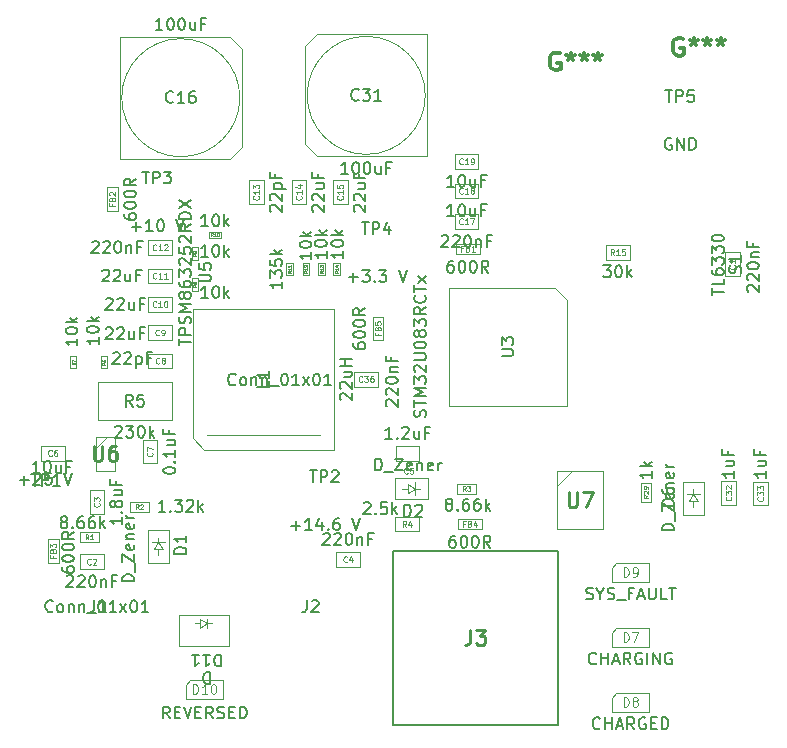
<source format=gbr>
%TF.GenerationSoftware,KiCad,Pcbnew,8.0.7*%
%TF.CreationDate,2025-05-08T16:31:26-05:00*%
%TF.ProjectId,OU_AIMNet_MPPT_v1.0,4f555f41-494d-44e6-9574-5f4d5050545f,rev?*%
%TF.SameCoordinates,Original*%
%TF.FileFunction,AssemblyDrawing,Top*%
%FSLAX46Y46*%
G04 Gerber Fmt 4.6, Leading zero omitted, Abs format (unit mm)*
G04 Created by KiCad (PCBNEW 8.0.7) date 2025-05-08 16:31:26*
%MOMM*%
%LPD*%
G01*
G04 APERTURE LIST*
%ADD10C,0.150000*%
%ADD11C,0.080000*%
%ADD12C,0.040000*%
%ADD13C,0.120000*%
%ADD14C,0.060000*%
%ADD15C,0.254000*%
%ADD16C,0.300000*%
%ADD17C,0.100000*%
%ADD18C,0.200000*%
G04 APERTURE END LIST*
D10*
X229404819Y-139711904D02*
X229404819Y-139902380D01*
X229404819Y-139902380D02*
X229452438Y-139997618D01*
X229452438Y-139997618D02*
X229500057Y-140045237D01*
X229500057Y-140045237D02*
X229642914Y-140140475D01*
X229642914Y-140140475D02*
X229833390Y-140188094D01*
X229833390Y-140188094D02*
X230214342Y-140188094D01*
X230214342Y-140188094D02*
X230309580Y-140140475D01*
X230309580Y-140140475D02*
X230357200Y-140092856D01*
X230357200Y-140092856D02*
X230404819Y-139997618D01*
X230404819Y-139997618D02*
X230404819Y-139807142D01*
X230404819Y-139807142D02*
X230357200Y-139711904D01*
X230357200Y-139711904D02*
X230309580Y-139664285D01*
X230309580Y-139664285D02*
X230214342Y-139616666D01*
X230214342Y-139616666D02*
X229976247Y-139616666D01*
X229976247Y-139616666D02*
X229881009Y-139664285D01*
X229881009Y-139664285D02*
X229833390Y-139711904D01*
X229833390Y-139711904D02*
X229785771Y-139807142D01*
X229785771Y-139807142D02*
X229785771Y-139997618D01*
X229785771Y-139997618D02*
X229833390Y-140092856D01*
X229833390Y-140092856D02*
X229881009Y-140140475D01*
X229881009Y-140140475D02*
X229976247Y-140188094D01*
X229404819Y-138997618D02*
X229404819Y-138902380D01*
X229404819Y-138902380D02*
X229452438Y-138807142D01*
X229452438Y-138807142D02*
X229500057Y-138759523D01*
X229500057Y-138759523D02*
X229595295Y-138711904D01*
X229595295Y-138711904D02*
X229785771Y-138664285D01*
X229785771Y-138664285D02*
X230023866Y-138664285D01*
X230023866Y-138664285D02*
X230214342Y-138711904D01*
X230214342Y-138711904D02*
X230309580Y-138759523D01*
X230309580Y-138759523D02*
X230357200Y-138807142D01*
X230357200Y-138807142D02*
X230404819Y-138902380D01*
X230404819Y-138902380D02*
X230404819Y-138997618D01*
X230404819Y-138997618D02*
X230357200Y-139092856D01*
X230357200Y-139092856D02*
X230309580Y-139140475D01*
X230309580Y-139140475D02*
X230214342Y-139188094D01*
X230214342Y-139188094D02*
X230023866Y-139235713D01*
X230023866Y-139235713D02*
X229785771Y-139235713D01*
X229785771Y-139235713D02*
X229595295Y-139188094D01*
X229595295Y-139188094D02*
X229500057Y-139140475D01*
X229500057Y-139140475D02*
X229452438Y-139092856D01*
X229452438Y-139092856D02*
X229404819Y-138997618D01*
X229404819Y-138045237D02*
X229404819Y-137949999D01*
X229404819Y-137949999D02*
X229452438Y-137854761D01*
X229452438Y-137854761D02*
X229500057Y-137807142D01*
X229500057Y-137807142D02*
X229595295Y-137759523D01*
X229595295Y-137759523D02*
X229785771Y-137711904D01*
X229785771Y-137711904D02*
X230023866Y-137711904D01*
X230023866Y-137711904D02*
X230214342Y-137759523D01*
X230214342Y-137759523D02*
X230309580Y-137807142D01*
X230309580Y-137807142D02*
X230357200Y-137854761D01*
X230357200Y-137854761D02*
X230404819Y-137949999D01*
X230404819Y-137949999D02*
X230404819Y-138045237D01*
X230404819Y-138045237D02*
X230357200Y-138140475D01*
X230357200Y-138140475D02*
X230309580Y-138188094D01*
X230309580Y-138188094D02*
X230214342Y-138235713D01*
X230214342Y-138235713D02*
X230023866Y-138283332D01*
X230023866Y-138283332D02*
X229785771Y-138283332D01*
X229785771Y-138283332D02*
X229595295Y-138235713D01*
X229595295Y-138235713D02*
X229500057Y-138188094D01*
X229500057Y-138188094D02*
X229452438Y-138140475D01*
X229452438Y-138140475D02*
X229404819Y-138045237D01*
X230404819Y-136711904D02*
X229928628Y-137045237D01*
X230404819Y-137283332D02*
X229404819Y-137283332D01*
X229404819Y-137283332D02*
X229404819Y-136902380D01*
X229404819Y-136902380D02*
X229452438Y-136807142D01*
X229452438Y-136807142D02*
X229500057Y-136759523D01*
X229500057Y-136759523D02*
X229595295Y-136711904D01*
X229595295Y-136711904D02*
X229738152Y-136711904D01*
X229738152Y-136711904D02*
X229833390Y-136759523D01*
X229833390Y-136759523D02*
X229881009Y-136807142D01*
X229881009Y-136807142D02*
X229928628Y-136902380D01*
X229928628Y-136902380D02*
X229928628Y-137283332D01*
D11*
X231465244Y-138866665D02*
X231465244Y-139033332D01*
X231727149Y-139033332D02*
X231227149Y-139033332D01*
X231227149Y-139033332D02*
X231227149Y-138795237D01*
X231465244Y-138438094D02*
X231489054Y-138366666D01*
X231489054Y-138366666D02*
X231512863Y-138342856D01*
X231512863Y-138342856D02*
X231560482Y-138319047D01*
X231560482Y-138319047D02*
X231631911Y-138319047D01*
X231631911Y-138319047D02*
X231679530Y-138342856D01*
X231679530Y-138342856D02*
X231703340Y-138366666D01*
X231703340Y-138366666D02*
X231727149Y-138414285D01*
X231727149Y-138414285D02*
X231727149Y-138604761D01*
X231727149Y-138604761D02*
X231227149Y-138604761D01*
X231227149Y-138604761D02*
X231227149Y-138438094D01*
X231227149Y-138438094D02*
X231250959Y-138390475D01*
X231250959Y-138390475D02*
X231274768Y-138366666D01*
X231274768Y-138366666D02*
X231322387Y-138342856D01*
X231322387Y-138342856D02*
X231370006Y-138342856D01*
X231370006Y-138342856D02*
X231417625Y-138366666D01*
X231417625Y-138366666D02*
X231441435Y-138390475D01*
X231441435Y-138390475D02*
X231465244Y-138438094D01*
X231465244Y-138438094D02*
X231465244Y-138604761D01*
X231227149Y-137866666D02*
X231227149Y-138104761D01*
X231227149Y-138104761D02*
X231465244Y-138128570D01*
X231465244Y-138128570D02*
X231441435Y-138104761D01*
X231441435Y-138104761D02*
X231417625Y-138057142D01*
X231417625Y-138057142D02*
X231417625Y-137938094D01*
X231417625Y-137938094D02*
X231441435Y-137890475D01*
X231441435Y-137890475D02*
X231465244Y-137866666D01*
X231465244Y-137866666D02*
X231512863Y-137842856D01*
X231512863Y-137842856D02*
X231631911Y-137842856D01*
X231631911Y-137842856D02*
X231679530Y-137866666D01*
X231679530Y-137866666D02*
X231703340Y-137890475D01*
X231703340Y-137890475D02*
X231727149Y-137938094D01*
X231727149Y-137938094D02*
X231727149Y-138057142D01*
X231727149Y-138057142D02*
X231703340Y-138104761D01*
X231703340Y-138104761D02*
X231679530Y-138128570D01*
D10*
X206054819Y-139295238D02*
X206054819Y-139866666D01*
X206054819Y-139580952D02*
X205054819Y-139580952D01*
X205054819Y-139580952D02*
X205197676Y-139676190D01*
X205197676Y-139676190D02*
X205292914Y-139771428D01*
X205292914Y-139771428D02*
X205340533Y-139866666D01*
X205054819Y-138676190D02*
X205054819Y-138580952D01*
X205054819Y-138580952D02*
X205102438Y-138485714D01*
X205102438Y-138485714D02*
X205150057Y-138438095D01*
X205150057Y-138438095D02*
X205245295Y-138390476D01*
X205245295Y-138390476D02*
X205435771Y-138342857D01*
X205435771Y-138342857D02*
X205673866Y-138342857D01*
X205673866Y-138342857D02*
X205864342Y-138390476D01*
X205864342Y-138390476D02*
X205959580Y-138438095D01*
X205959580Y-138438095D02*
X206007200Y-138485714D01*
X206007200Y-138485714D02*
X206054819Y-138580952D01*
X206054819Y-138580952D02*
X206054819Y-138676190D01*
X206054819Y-138676190D02*
X206007200Y-138771428D01*
X206007200Y-138771428D02*
X205959580Y-138819047D01*
X205959580Y-138819047D02*
X205864342Y-138866666D01*
X205864342Y-138866666D02*
X205673866Y-138914285D01*
X205673866Y-138914285D02*
X205435771Y-138914285D01*
X205435771Y-138914285D02*
X205245295Y-138866666D01*
X205245295Y-138866666D02*
X205150057Y-138819047D01*
X205150057Y-138819047D02*
X205102438Y-138771428D01*
X205102438Y-138771428D02*
X205054819Y-138676190D01*
X206054819Y-137914285D02*
X205054819Y-137914285D01*
X205673866Y-137819047D02*
X206054819Y-137533333D01*
X205388152Y-137533333D02*
X205769104Y-137914285D01*
D12*
X205818200Y-141340832D02*
X205694391Y-141427499D01*
X205818200Y-141489404D02*
X205558200Y-141489404D01*
X205558200Y-141489404D02*
X205558200Y-141390356D01*
X205558200Y-141390356D02*
X205570581Y-141365594D01*
X205570581Y-141365594D02*
X205582962Y-141353213D01*
X205582962Y-141353213D02*
X205607724Y-141340832D01*
X205607724Y-141340832D02*
X205644867Y-141340832D01*
X205644867Y-141340832D02*
X205669629Y-141353213D01*
X205669629Y-141353213D02*
X205682010Y-141365594D01*
X205682010Y-141365594D02*
X205694391Y-141390356D01*
X205694391Y-141390356D02*
X205694391Y-141489404D01*
X205558200Y-141254166D02*
X205558200Y-141080832D01*
X205558200Y-141080832D02*
X205818200Y-141192261D01*
D10*
X256554819Y-155538095D02*
X255554819Y-155538095D01*
X255554819Y-155538095D02*
X255554819Y-155300000D01*
X255554819Y-155300000D02*
X255602438Y-155157143D01*
X255602438Y-155157143D02*
X255697676Y-155061905D01*
X255697676Y-155061905D02*
X255792914Y-155014286D01*
X255792914Y-155014286D02*
X255983390Y-154966667D01*
X255983390Y-154966667D02*
X256126247Y-154966667D01*
X256126247Y-154966667D02*
X256316723Y-155014286D01*
X256316723Y-155014286D02*
X256411961Y-155061905D01*
X256411961Y-155061905D02*
X256507200Y-155157143D01*
X256507200Y-155157143D02*
X256554819Y-155300000D01*
X256554819Y-155300000D02*
X256554819Y-155538095D01*
X256650057Y-154776191D02*
X256650057Y-154014286D01*
X255554819Y-153871428D02*
X255554819Y-153204762D01*
X255554819Y-153204762D02*
X256554819Y-153871428D01*
X256554819Y-153871428D02*
X256554819Y-153204762D01*
X256507200Y-152442857D02*
X256554819Y-152538095D01*
X256554819Y-152538095D02*
X256554819Y-152728571D01*
X256554819Y-152728571D02*
X256507200Y-152823809D01*
X256507200Y-152823809D02*
X256411961Y-152871428D01*
X256411961Y-152871428D02*
X256031009Y-152871428D01*
X256031009Y-152871428D02*
X255935771Y-152823809D01*
X255935771Y-152823809D02*
X255888152Y-152728571D01*
X255888152Y-152728571D02*
X255888152Y-152538095D01*
X255888152Y-152538095D02*
X255935771Y-152442857D01*
X255935771Y-152442857D02*
X256031009Y-152395238D01*
X256031009Y-152395238D02*
X256126247Y-152395238D01*
X256126247Y-152395238D02*
X256221485Y-152871428D01*
X255888152Y-151966666D02*
X256554819Y-151966666D01*
X255983390Y-151966666D02*
X255935771Y-151919047D01*
X255935771Y-151919047D02*
X255888152Y-151823809D01*
X255888152Y-151823809D02*
X255888152Y-151680952D01*
X255888152Y-151680952D02*
X255935771Y-151585714D01*
X255935771Y-151585714D02*
X256031009Y-151538095D01*
X256031009Y-151538095D02*
X256554819Y-151538095D01*
X256507200Y-150680952D02*
X256554819Y-150776190D01*
X256554819Y-150776190D02*
X256554819Y-150966666D01*
X256554819Y-150966666D02*
X256507200Y-151061904D01*
X256507200Y-151061904D02*
X256411961Y-151109523D01*
X256411961Y-151109523D02*
X256031009Y-151109523D01*
X256031009Y-151109523D02*
X255935771Y-151061904D01*
X255935771Y-151061904D02*
X255888152Y-150966666D01*
X255888152Y-150966666D02*
X255888152Y-150776190D01*
X255888152Y-150776190D02*
X255935771Y-150680952D01*
X255935771Y-150680952D02*
X256031009Y-150633333D01*
X256031009Y-150633333D02*
X256126247Y-150633333D01*
X256126247Y-150633333D02*
X256221485Y-151109523D01*
X256554819Y-150204761D02*
X255888152Y-150204761D01*
X256078628Y-150204761D02*
X255983390Y-150157142D01*
X255983390Y-150157142D02*
X255935771Y-150109523D01*
X255935771Y-150109523D02*
X255888152Y-150014285D01*
X255888152Y-150014285D02*
X255888152Y-149919047D01*
X256554819Y-153438094D02*
X255554819Y-153438094D01*
X255554819Y-153438094D02*
X255554819Y-153199999D01*
X255554819Y-153199999D02*
X255602438Y-153057142D01*
X255602438Y-153057142D02*
X255697676Y-152961904D01*
X255697676Y-152961904D02*
X255792914Y-152914285D01*
X255792914Y-152914285D02*
X255983390Y-152866666D01*
X255983390Y-152866666D02*
X256126247Y-152866666D01*
X256126247Y-152866666D02*
X256316723Y-152914285D01*
X256316723Y-152914285D02*
X256411961Y-152961904D01*
X256411961Y-152961904D02*
X256507200Y-153057142D01*
X256507200Y-153057142D02*
X256554819Y-153199999D01*
X256554819Y-153199999D02*
X256554819Y-153438094D01*
X255554819Y-152009523D02*
X255554819Y-152199999D01*
X255554819Y-152199999D02*
X255602438Y-152295237D01*
X255602438Y-152295237D02*
X255650057Y-152342856D01*
X255650057Y-152342856D02*
X255792914Y-152438094D01*
X255792914Y-152438094D02*
X255983390Y-152485713D01*
X255983390Y-152485713D02*
X256364342Y-152485713D01*
X256364342Y-152485713D02*
X256459580Y-152438094D01*
X256459580Y-152438094D02*
X256507200Y-152390475D01*
X256507200Y-152390475D02*
X256554819Y-152295237D01*
X256554819Y-152295237D02*
X256554819Y-152104761D01*
X256554819Y-152104761D02*
X256507200Y-152009523D01*
X256507200Y-152009523D02*
X256459580Y-151961904D01*
X256459580Y-151961904D02*
X256364342Y-151914285D01*
X256364342Y-151914285D02*
X256126247Y-151914285D01*
X256126247Y-151914285D02*
X256031009Y-151961904D01*
X256031009Y-151961904D02*
X255983390Y-152009523D01*
X255983390Y-152009523D02*
X255935771Y-152104761D01*
X255935771Y-152104761D02*
X255935771Y-152295237D01*
X255935771Y-152295237D02*
X255983390Y-152390475D01*
X255983390Y-152390475D02*
X256031009Y-152438094D01*
X256031009Y-152438094D02*
X256126247Y-152485713D01*
X205143452Y-159430057D02*
X205191071Y-159382438D01*
X205191071Y-159382438D02*
X205286309Y-159334819D01*
X205286309Y-159334819D02*
X205524404Y-159334819D01*
X205524404Y-159334819D02*
X205619642Y-159382438D01*
X205619642Y-159382438D02*
X205667261Y-159430057D01*
X205667261Y-159430057D02*
X205714880Y-159525295D01*
X205714880Y-159525295D02*
X205714880Y-159620533D01*
X205714880Y-159620533D02*
X205667261Y-159763390D01*
X205667261Y-159763390D02*
X205095833Y-160334819D01*
X205095833Y-160334819D02*
X205714880Y-160334819D01*
X206095833Y-159430057D02*
X206143452Y-159382438D01*
X206143452Y-159382438D02*
X206238690Y-159334819D01*
X206238690Y-159334819D02*
X206476785Y-159334819D01*
X206476785Y-159334819D02*
X206572023Y-159382438D01*
X206572023Y-159382438D02*
X206619642Y-159430057D01*
X206619642Y-159430057D02*
X206667261Y-159525295D01*
X206667261Y-159525295D02*
X206667261Y-159620533D01*
X206667261Y-159620533D02*
X206619642Y-159763390D01*
X206619642Y-159763390D02*
X206048214Y-160334819D01*
X206048214Y-160334819D02*
X206667261Y-160334819D01*
X207286309Y-159334819D02*
X207381547Y-159334819D01*
X207381547Y-159334819D02*
X207476785Y-159382438D01*
X207476785Y-159382438D02*
X207524404Y-159430057D01*
X207524404Y-159430057D02*
X207572023Y-159525295D01*
X207572023Y-159525295D02*
X207619642Y-159715771D01*
X207619642Y-159715771D02*
X207619642Y-159953866D01*
X207619642Y-159953866D02*
X207572023Y-160144342D01*
X207572023Y-160144342D02*
X207524404Y-160239580D01*
X207524404Y-160239580D02*
X207476785Y-160287200D01*
X207476785Y-160287200D02*
X207381547Y-160334819D01*
X207381547Y-160334819D02*
X207286309Y-160334819D01*
X207286309Y-160334819D02*
X207191071Y-160287200D01*
X207191071Y-160287200D02*
X207143452Y-160239580D01*
X207143452Y-160239580D02*
X207095833Y-160144342D01*
X207095833Y-160144342D02*
X207048214Y-159953866D01*
X207048214Y-159953866D02*
X207048214Y-159715771D01*
X207048214Y-159715771D02*
X207095833Y-159525295D01*
X207095833Y-159525295D02*
X207143452Y-159430057D01*
X207143452Y-159430057D02*
X207191071Y-159382438D01*
X207191071Y-159382438D02*
X207286309Y-159334819D01*
X208048214Y-159668152D02*
X208048214Y-160334819D01*
X208048214Y-159763390D02*
X208095833Y-159715771D01*
X208095833Y-159715771D02*
X208191071Y-159668152D01*
X208191071Y-159668152D02*
X208333928Y-159668152D01*
X208333928Y-159668152D02*
X208429166Y-159715771D01*
X208429166Y-159715771D02*
X208476785Y-159811009D01*
X208476785Y-159811009D02*
X208476785Y-160334819D01*
X209286309Y-159811009D02*
X208952976Y-159811009D01*
X208952976Y-160334819D02*
X208952976Y-159334819D01*
X208952976Y-159334819D02*
X209429166Y-159334819D01*
D11*
X207179166Y-158379530D02*
X207155357Y-158403340D01*
X207155357Y-158403340D02*
X207083928Y-158427149D01*
X207083928Y-158427149D02*
X207036309Y-158427149D01*
X207036309Y-158427149D02*
X206964881Y-158403340D01*
X206964881Y-158403340D02*
X206917262Y-158355720D01*
X206917262Y-158355720D02*
X206893452Y-158308101D01*
X206893452Y-158308101D02*
X206869643Y-158212863D01*
X206869643Y-158212863D02*
X206869643Y-158141435D01*
X206869643Y-158141435D02*
X206893452Y-158046197D01*
X206893452Y-158046197D02*
X206917262Y-157998578D01*
X206917262Y-157998578D02*
X206964881Y-157950959D01*
X206964881Y-157950959D02*
X207036309Y-157927149D01*
X207036309Y-157927149D02*
X207083928Y-157927149D01*
X207083928Y-157927149D02*
X207155357Y-157950959D01*
X207155357Y-157950959D02*
X207179166Y-157974768D01*
X207369643Y-157974768D02*
X207393452Y-157950959D01*
X207393452Y-157950959D02*
X207441071Y-157927149D01*
X207441071Y-157927149D02*
X207560119Y-157927149D01*
X207560119Y-157927149D02*
X207607738Y-157950959D01*
X207607738Y-157950959D02*
X207631547Y-157974768D01*
X207631547Y-157974768D02*
X207655357Y-158022387D01*
X207655357Y-158022387D02*
X207655357Y-158070006D01*
X207655357Y-158070006D02*
X207631547Y-158141435D01*
X207631547Y-158141435D02*
X207345833Y-158427149D01*
X207345833Y-158427149D02*
X207655357Y-158427149D01*
D10*
X249970238Y-166779580D02*
X249922619Y-166827200D01*
X249922619Y-166827200D02*
X249779762Y-166874819D01*
X249779762Y-166874819D02*
X249684524Y-166874819D01*
X249684524Y-166874819D02*
X249541667Y-166827200D01*
X249541667Y-166827200D02*
X249446429Y-166731961D01*
X249446429Y-166731961D02*
X249398810Y-166636723D01*
X249398810Y-166636723D02*
X249351191Y-166446247D01*
X249351191Y-166446247D02*
X249351191Y-166303390D01*
X249351191Y-166303390D02*
X249398810Y-166112914D01*
X249398810Y-166112914D02*
X249446429Y-166017676D01*
X249446429Y-166017676D02*
X249541667Y-165922438D01*
X249541667Y-165922438D02*
X249684524Y-165874819D01*
X249684524Y-165874819D02*
X249779762Y-165874819D01*
X249779762Y-165874819D02*
X249922619Y-165922438D01*
X249922619Y-165922438D02*
X249970238Y-165970057D01*
X250398810Y-166874819D02*
X250398810Y-165874819D01*
X250398810Y-166351009D02*
X250970238Y-166351009D01*
X250970238Y-166874819D02*
X250970238Y-165874819D01*
X251398810Y-166589104D02*
X251875000Y-166589104D01*
X251303572Y-166874819D02*
X251636905Y-165874819D01*
X251636905Y-165874819D02*
X251970238Y-166874819D01*
X252875000Y-166874819D02*
X252541667Y-166398628D01*
X252303572Y-166874819D02*
X252303572Y-165874819D01*
X252303572Y-165874819D02*
X252684524Y-165874819D01*
X252684524Y-165874819D02*
X252779762Y-165922438D01*
X252779762Y-165922438D02*
X252827381Y-165970057D01*
X252827381Y-165970057D02*
X252875000Y-166065295D01*
X252875000Y-166065295D02*
X252875000Y-166208152D01*
X252875000Y-166208152D02*
X252827381Y-166303390D01*
X252827381Y-166303390D02*
X252779762Y-166351009D01*
X252779762Y-166351009D02*
X252684524Y-166398628D01*
X252684524Y-166398628D02*
X252303572Y-166398628D01*
X253827381Y-165922438D02*
X253732143Y-165874819D01*
X253732143Y-165874819D02*
X253589286Y-165874819D01*
X253589286Y-165874819D02*
X253446429Y-165922438D01*
X253446429Y-165922438D02*
X253351191Y-166017676D01*
X253351191Y-166017676D02*
X253303572Y-166112914D01*
X253303572Y-166112914D02*
X253255953Y-166303390D01*
X253255953Y-166303390D02*
X253255953Y-166446247D01*
X253255953Y-166446247D02*
X253303572Y-166636723D01*
X253303572Y-166636723D02*
X253351191Y-166731961D01*
X253351191Y-166731961D02*
X253446429Y-166827200D01*
X253446429Y-166827200D02*
X253589286Y-166874819D01*
X253589286Y-166874819D02*
X253684524Y-166874819D01*
X253684524Y-166874819D02*
X253827381Y-166827200D01*
X253827381Y-166827200D02*
X253875000Y-166779580D01*
X253875000Y-166779580D02*
X253875000Y-166446247D01*
X253875000Y-166446247D02*
X253684524Y-166446247D01*
X254303572Y-166874819D02*
X254303572Y-165874819D01*
X254779762Y-166874819D02*
X254779762Y-165874819D01*
X254779762Y-165874819D02*
X255351190Y-166874819D01*
X255351190Y-166874819D02*
X255351190Y-165874819D01*
X256351190Y-165922438D02*
X256255952Y-165874819D01*
X256255952Y-165874819D02*
X256113095Y-165874819D01*
X256113095Y-165874819D02*
X255970238Y-165922438D01*
X255970238Y-165922438D02*
X255875000Y-166017676D01*
X255875000Y-166017676D02*
X255827381Y-166112914D01*
X255827381Y-166112914D02*
X255779762Y-166303390D01*
X255779762Y-166303390D02*
X255779762Y-166446247D01*
X255779762Y-166446247D02*
X255827381Y-166636723D01*
X255827381Y-166636723D02*
X255875000Y-166731961D01*
X255875000Y-166731961D02*
X255970238Y-166827200D01*
X255970238Y-166827200D02*
X256113095Y-166874819D01*
X256113095Y-166874819D02*
X256208333Y-166874819D01*
X256208333Y-166874819D02*
X256351190Y-166827200D01*
X256351190Y-166827200D02*
X256398809Y-166779580D01*
X256398809Y-166779580D02*
X256398809Y-166446247D01*
X256398809Y-166446247D02*
X256208333Y-166446247D01*
D13*
X252284524Y-164963855D02*
X252284524Y-164163855D01*
X252284524Y-164163855D02*
X252475000Y-164163855D01*
X252475000Y-164163855D02*
X252589286Y-164201950D01*
X252589286Y-164201950D02*
X252665476Y-164278140D01*
X252665476Y-164278140D02*
X252703571Y-164354331D01*
X252703571Y-164354331D02*
X252741667Y-164506712D01*
X252741667Y-164506712D02*
X252741667Y-164620998D01*
X252741667Y-164620998D02*
X252703571Y-164773379D01*
X252703571Y-164773379D02*
X252665476Y-164849569D01*
X252665476Y-164849569D02*
X252589286Y-164925760D01*
X252589286Y-164925760D02*
X252475000Y-164963855D01*
X252475000Y-164963855D02*
X252284524Y-164963855D01*
X253008333Y-164163855D02*
X253541667Y-164163855D01*
X253541667Y-164163855D02*
X253198809Y-164963855D01*
D10*
X254654819Y-150519047D02*
X254654819Y-151090475D01*
X254654819Y-150804761D02*
X253654819Y-150804761D01*
X253654819Y-150804761D02*
X253797676Y-150899999D01*
X253797676Y-150899999D02*
X253892914Y-150995237D01*
X253892914Y-150995237D02*
X253940533Y-151090475D01*
X254654819Y-150090475D02*
X253654819Y-150090475D01*
X254273866Y-149995237D02*
X254654819Y-149709523D01*
X253988152Y-149709523D02*
X254369104Y-150090475D01*
D14*
X254381927Y-152569642D02*
X254191451Y-152702975D01*
X254381927Y-152798213D02*
X253981927Y-152798213D01*
X253981927Y-152798213D02*
X253981927Y-152645832D01*
X253981927Y-152645832D02*
X254000975Y-152607737D01*
X254000975Y-152607737D02*
X254020022Y-152588690D01*
X254020022Y-152588690D02*
X254058118Y-152569642D01*
X254058118Y-152569642D02*
X254115260Y-152569642D01*
X254115260Y-152569642D02*
X254153356Y-152588690D01*
X254153356Y-152588690D02*
X254172403Y-152607737D01*
X254172403Y-152607737D02*
X254191451Y-152645832D01*
X254191451Y-152645832D02*
X254191451Y-152798213D01*
X254020022Y-152417261D02*
X254000975Y-152398213D01*
X254000975Y-152398213D02*
X253981927Y-152360118D01*
X253981927Y-152360118D02*
X253981927Y-152264880D01*
X253981927Y-152264880D02*
X254000975Y-152226785D01*
X254000975Y-152226785D02*
X254020022Y-152207737D01*
X254020022Y-152207737D02*
X254058118Y-152188690D01*
X254058118Y-152188690D02*
X254096213Y-152188690D01*
X254096213Y-152188690D02*
X254153356Y-152207737D01*
X254153356Y-152207737D02*
X254381927Y-152436309D01*
X254381927Y-152436309D02*
X254381927Y-152188690D01*
X254381927Y-151998214D02*
X254381927Y-151922023D01*
X254381927Y-151922023D02*
X254362880Y-151883928D01*
X254362880Y-151883928D02*
X254343832Y-151864880D01*
X254343832Y-151864880D02*
X254286689Y-151826785D01*
X254286689Y-151826785D02*
X254210499Y-151807738D01*
X254210499Y-151807738D02*
X254058118Y-151807738D01*
X254058118Y-151807738D02*
X254020022Y-151826785D01*
X254020022Y-151826785D02*
X254000975Y-151845833D01*
X254000975Y-151845833D02*
X253981927Y-151883928D01*
X253981927Y-151883928D02*
X253981927Y-151960119D01*
X253981927Y-151960119D02*
X254000975Y-151998214D01*
X254000975Y-151998214D02*
X254020022Y-152017261D01*
X254020022Y-152017261D02*
X254058118Y-152036309D01*
X254058118Y-152036309D02*
X254153356Y-152036309D01*
X254153356Y-152036309D02*
X254191451Y-152017261D01*
X254191451Y-152017261D02*
X254210499Y-151998214D01*
X254210499Y-151998214D02*
X254229546Y-151960119D01*
X254229546Y-151960119D02*
X254229546Y-151883928D01*
X254229546Y-151883928D02*
X254210499Y-151845833D01*
X254210499Y-151845833D02*
X254191451Y-151826785D01*
X254191451Y-151826785D02*
X254153356Y-151807738D01*
D10*
X213252380Y-113154819D02*
X212680952Y-113154819D01*
X212966666Y-113154819D02*
X212966666Y-112154819D01*
X212966666Y-112154819D02*
X212871428Y-112297676D01*
X212871428Y-112297676D02*
X212776190Y-112392914D01*
X212776190Y-112392914D02*
X212680952Y-112440533D01*
X213871428Y-112154819D02*
X213966666Y-112154819D01*
X213966666Y-112154819D02*
X214061904Y-112202438D01*
X214061904Y-112202438D02*
X214109523Y-112250057D01*
X214109523Y-112250057D02*
X214157142Y-112345295D01*
X214157142Y-112345295D02*
X214204761Y-112535771D01*
X214204761Y-112535771D02*
X214204761Y-112773866D01*
X214204761Y-112773866D02*
X214157142Y-112964342D01*
X214157142Y-112964342D02*
X214109523Y-113059580D01*
X214109523Y-113059580D02*
X214061904Y-113107200D01*
X214061904Y-113107200D02*
X213966666Y-113154819D01*
X213966666Y-113154819D02*
X213871428Y-113154819D01*
X213871428Y-113154819D02*
X213776190Y-113107200D01*
X213776190Y-113107200D02*
X213728571Y-113059580D01*
X213728571Y-113059580D02*
X213680952Y-112964342D01*
X213680952Y-112964342D02*
X213633333Y-112773866D01*
X213633333Y-112773866D02*
X213633333Y-112535771D01*
X213633333Y-112535771D02*
X213680952Y-112345295D01*
X213680952Y-112345295D02*
X213728571Y-112250057D01*
X213728571Y-112250057D02*
X213776190Y-112202438D01*
X213776190Y-112202438D02*
X213871428Y-112154819D01*
X214823809Y-112154819D02*
X214919047Y-112154819D01*
X214919047Y-112154819D02*
X215014285Y-112202438D01*
X215014285Y-112202438D02*
X215061904Y-112250057D01*
X215061904Y-112250057D02*
X215109523Y-112345295D01*
X215109523Y-112345295D02*
X215157142Y-112535771D01*
X215157142Y-112535771D02*
X215157142Y-112773866D01*
X215157142Y-112773866D02*
X215109523Y-112964342D01*
X215109523Y-112964342D02*
X215061904Y-113059580D01*
X215061904Y-113059580D02*
X215014285Y-113107200D01*
X215014285Y-113107200D02*
X214919047Y-113154819D01*
X214919047Y-113154819D02*
X214823809Y-113154819D01*
X214823809Y-113154819D02*
X214728571Y-113107200D01*
X214728571Y-113107200D02*
X214680952Y-113059580D01*
X214680952Y-113059580D02*
X214633333Y-112964342D01*
X214633333Y-112964342D02*
X214585714Y-112773866D01*
X214585714Y-112773866D02*
X214585714Y-112535771D01*
X214585714Y-112535771D02*
X214633333Y-112345295D01*
X214633333Y-112345295D02*
X214680952Y-112250057D01*
X214680952Y-112250057D02*
X214728571Y-112202438D01*
X214728571Y-112202438D02*
X214823809Y-112154819D01*
X216014285Y-112488152D02*
X216014285Y-113154819D01*
X215585714Y-112488152D02*
X215585714Y-113011961D01*
X215585714Y-113011961D02*
X215633333Y-113107200D01*
X215633333Y-113107200D02*
X215728571Y-113154819D01*
X215728571Y-113154819D02*
X215871428Y-113154819D01*
X215871428Y-113154819D02*
X215966666Y-113107200D01*
X215966666Y-113107200D02*
X216014285Y-113059580D01*
X216823809Y-112631009D02*
X216490476Y-112631009D01*
X216490476Y-113154819D02*
X216490476Y-112154819D01*
X216490476Y-112154819D02*
X216966666Y-112154819D01*
X214157142Y-119259580D02*
X214109523Y-119307200D01*
X214109523Y-119307200D02*
X213966666Y-119354819D01*
X213966666Y-119354819D02*
X213871428Y-119354819D01*
X213871428Y-119354819D02*
X213728571Y-119307200D01*
X213728571Y-119307200D02*
X213633333Y-119211961D01*
X213633333Y-119211961D02*
X213585714Y-119116723D01*
X213585714Y-119116723D02*
X213538095Y-118926247D01*
X213538095Y-118926247D02*
X213538095Y-118783390D01*
X213538095Y-118783390D02*
X213585714Y-118592914D01*
X213585714Y-118592914D02*
X213633333Y-118497676D01*
X213633333Y-118497676D02*
X213728571Y-118402438D01*
X213728571Y-118402438D02*
X213871428Y-118354819D01*
X213871428Y-118354819D02*
X213966666Y-118354819D01*
X213966666Y-118354819D02*
X214109523Y-118402438D01*
X214109523Y-118402438D02*
X214157142Y-118450057D01*
X215109523Y-119354819D02*
X214538095Y-119354819D01*
X214823809Y-119354819D02*
X214823809Y-118354819D01*
X214823809Y-118354819D02*
X214728571Y-118497676D01*
X214728571Y-118497676D02*
X214633333Y-118592914D01*
X214633333Y-118592914D02*
X214538095Y-118640533D01*
X215966666Y-118354819D02*
X215776190Y-118354819D01*
X215776190Y-118354819D02*
X215680952Y-118402438D01*
X215680952Y-118402438D02*
X215633333Y-118450057D01*
X215633333Y-118450057D02*
X215538095Y-118592914D01*
X215538095Y-118592914D02*
X215490476Y-118783390D01*
X215490476Y-118783390D02*
X215490476Y-119164342D01*
X215490476Y-119164342D02*
X215538095Y-119259580D01*
X215538095Y-119259580D02*
X215585714Y-119307200D01*
X215585714Y-119307200D02*
X215680952Y-119354819D01*
X215680952Y-119354819D02*
X215871428Y-119354819D01*
X215871428Y-119354819D02*
X215966666Y-119307200D01*
X215966666Y-119307200D02*
X216014285Y-119259580D01*
X216014285Y-119259580D02*
X216061904Y-119164342D01*
X216061904Y-119164342D02*
X216061904Y-118926247D01*
X216061904Y-118926247D02*
X216014285Y-118831009D01*
X216014285Y-118831009D02*
X215966666Y-118783390D01*
X215966666Y-118783390D02*
X215871428Y-118735771D01*
X215871428Y-118735771D02*
X215680952Y-118735771D01*
X215680952Y-118735771D02*
X215585714Y-118783390D01*
X215585714Y-118783390D02*
X215538095Y-118831009D01*
X215538095Y-118831009D02*
X215490476Y-118926247D01*
X210657143Y-129823866D02*
X211419048Y-129823866D01*
X211038095Y-130204819D02*
X211038095Y-129442914D01*
X212419047Y-130204819D02*
X211847619Y-130204819D01*
X212133333Y-130204819D02*
X212133333Y-129204819D01*
X212133333Y-129204819D02*
X212038095Y-129347676D01*
X212038095Y-129347676D02*
X211942857Y-129442914D01*
X211942857Y-129442914D02*
X211847619Y-129490533D01*
X213038095Y-129204819D02*
X213133333Y-129204819D01*
X213133333Y-129204819D02*
X213228571Y-129252438D01*
X213228571Y-129252438D02*
X213276190Y-129300057D01*
X213276190Y-129300057D02*
X213323809Y-129395295D01*
X213323809Y-129395295D02*
X213371428Y-129585771D01*
X213371428Y-129585771D02*
X213371428Y-129823866D01*
X213371428Y-129823866D02*
X213323809Y-130014342D01*
X213323809Y-130014342D02*
X213276190Y-130109580D01*
X213276190Y-130109580D02*
X213228571Y-130157200D01*
X213228571Y-130157200D02*
X213133333Y-130204819D01*
X213133333Y-130204819D02*
X213038095Y-130204819D01*
X213038095Y-130204819D02*
X212942857Y-130157200D01*
X212942857Y-130157200D02*
X212895238Y-130109580D01*
X212895238Y-130109580D02*
X212847619Y-130014342D01*
X212847619Y-130014342D02*
X212800000Y-129823866D01*
X212800000Y-129823866D02*
X212800000Y-129585771D01*
X212800000Y-129585771D02*
X212847619Y-129395295D01*
X212847619Y-129395295D02*
X212895238Y-129300057D01*
X212895238Y-129300057D02*
X212942857Y-129252438D01*
X212942857Y-129252438D02*
X213038095Y-129204819D01*
X214419048Y-129204819D02*
X214752381Y-130204819D01*
X214752381Y-130204819D02*
X215085714Y-129204819D01*
X211538095Y-125154819D02*
X212109523Y-125154819D01*
X211823809Y-126154819D02*
X211823809Y-125154819D01*
X212442857Y-126154819D02*
X212442857Y-125154819D01*
X212442857Y-125154819D02*
X212823809Y-125154819D01*
X212823809Y-125154819D02*
X212919047Y-125202438D01*
X212919047Y-125202438D02*
X212966666Y-125250057D01*
X212966666Y-125250057D02*
X213014285Y-125345295D01*
X213014285Y-125345295D02*
X213014285Y-125488152D01*
X213014285Y-125488152D02*
X212966666Y-125583390D01*
X212966666Y-125583390D02*
X212919047Y-125631009D01*
X212919047Y-125631009D02*
X212823809Y-125678628D01*
X212823809Y-125678628D02*
X212442857Y-125678628D01*
X213347619Y-125154819D02*
X213966666Y-125154819D01*
X213966666Y-125154819D02*
X213633333Y-125535771D01*
X213633333Y-125535771D02*
X213776190Y-125535771D01*
X213776190Y-125535771D02*
X213871428Y-125583390D01*
X213871428Y-125583390D02*
X213919047Y-125631009D01*
X213919047Y-125631009D02*
X213966666Y-125726247D01*
X213966666Y-125726247D02*
X213966666Y-125964342D01*
X213966666Y-125964342D02*
X213919047Y-126059580D01*
X213919047Y-126059580D02*
X213871428Y-126107200D01*
X213871428Y-126107200D02*
X213776190Y-126154819D01*
X213776190Y-126154819D02*
X213490476Y-126154819D01*
X213490476Y-126154819D02*
X213395238Y-126107200D01*
X213395238Y-126107200D02*
X213347619Y-126059580D01*
X228952380Y-125354819D02*
X228380952Y-125354819D01*
X228666666Y-125354819D02*
X228666666Y-124354819D01*
X228666666Y-124354819D02*
X228571428Y-124497676D01*
X228571428Y-124497676D02*
X228476190Y-124592914D01*
X228476190Y-124592914D02*
X228380952Y-124640533D01*
X229571428Y-124354819D02*
X229666666Y-124354819D01*
X229666666Y-124354819D02*
X229761904Y-124402438D01*
X229761904Y-124402438D02*
X229809523Y-124450057D01*
X229809523Y-124450057D02*
X229857142Y-124545295D01*
X229857142Y-124545295D02*
X229904761Y-124735771D01*
X229904761Y-124735771D02*
X229904761Y-124973866D01*
X229904761Y-124973866D02*
X229857142Y-125164342D01*
X229857142Y-125164342D02*
X229809523Y-125259580D01*
X229809523Y-125259580D02*
X229761904Y-125307200D01*
X229761904Y-125307200D02*
X229666666Y-125354819D01*
X229666666Y-125354819D02*
X229571428Y-125354819D01*
X229571428Y-125354819D02*
X229476190Y-125307200D01*
X229476190Y-125307200D02*
X229428571Y-125259580D01*
X229428571Y-125259580D02*
X229380952Y-125164342D01*
X229380952Y-125164342D02*
X229333333Y-124973866D01*
X229333333Y-124973866D02*
X229333333Y-124735771D01*
X229333333Y-124735771D02*
X229380952Y-124545295D01*
X229380952Y-124545295D02*
X229428571Y-124450057D01*
X229428571Y-124450057D02*
X229476190Y-124402438D01*
X229476190Y-124402438D02*
X229571428Y-124354819D01*
X230523809Y-124354819D02*
X230619047Y-124354819D01*
X230619047Y-124354819D02*
X230714285Y-124402438D01*
X230714285Y-124402438D02*
X230761904Y-124450057D01*
X230761904Y-124450057D02*
X230809523Y-124545295D01*
X230809523Y-124545295D02*
X230857142Y-124735771D01*
X230857142Y-124735771D02*
X230857142Y-124973866D01*
X230857142Y-124973866D02*
X230809523Y-125164342D01*
X230809523Y-125164342D02*
X230761904Y-125259580D01*
X230761904Y-125259580D02*
X230714285Y-125307200D01*
X230714285Y-125307200D02*
X230619047Y-125354819D01*
X230619047Y-125354819D02*
X230523809Y-125354819D01*
X230523809Y-125354819D02*
X230428571Y-125307200D01*
X230428571Y-125307200D02*
X230380952Y-125259580D01*
X230380952Y-125259580D02*
X230333333Y-125164342D01*
X230333333Y-125164342D02*
X230285714Y-124973866D01*
X230285714Y-124973866D02*
X230285714Y-124735771D01*
X230285714Y-124735771D02*
X230333333Y-124545295D01*
X230333333Y-124545295D02*
X230380952Y-124450057D01*
X230380952Y-124450057D02*
X230428571Y-124402438D01*
X230428571Y-124402438D02*
X230523809Y-124354819D01*
X231714285Y-124688152D02*
X231714285Y-125354819D01*
X231285714Y-124688152D02*
X231285714Y-125211961D01*
X231285714Y-125211961D02*
X231333333Y-125307200D01*
X231333333Y-125307200D02*
X231428571Y-125354819D01*
X231428571Y-125354819D02*
X231571428Y-125354819D01*
X231571428Y-125354819D02*
X231666666Y-125307200D01*
X231666666Y-125307200D02*
X231714285Y-125259580D01*
X232523809Y-124831009D02*
X232190476Y-124831009D01*
X232190476Y-125354819D02*
X232190476Y-124354819D01*
X232190476Y-124354819D02*
X232666666Y-124354819D01*
X229857142Y-119059580D02*
X229809523Y-119107200D01*
X229809523Y-119107200D02*
X229666666Y-119154819D01*
X229666666Y-119154819D02*
X229571428Y-119154819D01*
X229571428Y-119154819D02*
X229428571Y-119107200D01*
X229428571Y-119107200D02*
X229333333Y-119011961D01*
X229333333Y-119011961D02*
X229285714Y-118916723D01*
X229285714Y-118916723D02*
X229238095Y-118726247D01*
X229238095Y-118726247D02*
X229238095Y-118583390D01*
X229238095Y-118583390D02*
X229285714Y-118392914D01*
X229285714Y-118392914D02*
X229333333Y-118297676D01*
X229333333Y-118297676D02*
X229428571Y-118202438D01*
X229428571Y-118202438D02*
X229571428Y-118154819D01*
X229571428Y-118154819D02*
X229666666Y-118154819D01*
X229666666Y-118154819D02*
X229809523Y-118202438D01*
X229809523Y-118202438D02*
X229857142Y-118250057D01*
X230190476Y-118154819D02*
X230809523Y-118154819D01*
X230809523Y-118154819D02*
X230476190Y-118535771D01*
X230476190Y-118535771D02*
X230619047Y-118535771D01*
X230619047Y-118535771D02*
X230714285Y-118583390D01*
X230714285Y-118583390D02*
X230761904Y-118631009D01*
X230761904Y-118631009D02*
X230809523Y-118726247D01*
X230809523Y-118726247D02*
X230809523Y-118964342D01*
X230809523Y-118964342D02*
X230761904Y-119059580D01*
X230761904Y-119059580D02*
X230714285Y-119107200D01*
X230714285Y-119107200D02*
X230619047Y-119154819D01*
X230619047Y-119154819D02*
X230333333Y-119154819D01*
X230333333Y-119154819D02*
X230238095Y-119107200D01*
X230238095Y-119107200D02*
X230190476Y-119059580D01*
X231761904Y-119154819D02*
X231190476Y-119154819D01*
X231476190Y-119154819D02*
X231476190Y-118154819D01*
X231476190Y-118154819D02*
X231380952Y-118297676D01*
X231380952Y-118297676D02*
X231285714Y-118392914D01*
X231285714Y-118392914D02*
X231190476Y-118440533D01*
X235507200Y-145928571D02*
X235554819Y-145785714D01*
X235554819Y-145785714D02*
X235554819Y-145547619D01*
X235554819Y-145547619D02*
X235507200Y-145452381D01*
X235507200Y-145452381D02*
X235459580Y-145404762D01*
X235459580Y-145404762D02*
X235364342Y-145357143D01*
X235364342Y-145357143D02*
X235269104Y-145357143D01*
X235269104Y-145357143D02*
X235173866Y-145404762D01*
X235173866Y-145404762D02*
X235126247Y-145452381D01*
X235126247Y-145452381D02*
X235078628Y-145547619D01*
X235078628Y-145547619D02*
X235031009Y-145738095D01*
X235031009Y-145738095D02*
X234983390Y-145833333D01*
X234983390Y-145833333D02*
X234935771Y-145880952D01*
X234935771Y-145880952D02*
X234840533Y-145928571D01*
X234840533Y-145928571D02*
X234745295Y-145928571D01*
X234745295Y-145928571D02*
X234650057Y-145880952D01*
X234650057Y-145880952D02*
X234602438Y-145833333D01*
X234602438Y-145833333D02*
X234554819Y-145738095D01*
X234554819Y-145738095D02*
X234554819Y-145500000D01*
X234554819Y-145500000D02*
X234602438Y-145357143D01*
X234554819Y-145071428D02*
X234554819Y-144500000D01*
X235554819Y-144785714D02*
X234554819Y-144785714D01*
X235554819Y-144166666D02*
X234554819Y-144166666D01*
X234554819Y-144166666D02*
X235269104Y-143833333D01*
X235269104Y-143833333D02*
X234554819Y-143500000D01*
X234554819Y-143500000D02*
X235554819Y-143500000D01*
X234554819Y-143119047D02*
X234554819Y-142500000D01*
X234554819Y-142500000D02*
X234935771Y-142833333D01*
X234935771Y-142833333D02*
X234935771Y-142690476D01*
X234935771Y-142690476D02*
X234983390Y-142595238D01*
X234983390Y-142595238D02*
X235031009Y-142547619D01*
X235031009Y-142547619D02*
X235126247Y-142500000D01*
X235126247Y-142500000D02*
X235364342Y-142500000D01*
X235364342Y-142500000D02*
X235459580Y-142547619D01*
X235459580Y-142547619D02*
X235507200Y-142595238D01*
X235507200Y-142595238D02*
X235554819Y-142690476D01*
X235554819Y-142690476D02*
X235554819Y-142976190D01*
X235554819Y-142976190D02*
X235507200Y-143071428D01*
X235507200Y-143071428D02*
X235459580Y-143119047D01*
X234650057Y-142119047D02*
X234602438Y-142071428D01*
X234602438Y-142071428D02*
X234554819Y-141976190D01*
X234554819Y-141976190D02*
X234554819Y-141738095D01*
X234554819Y-141738095D02*
X234602438Y-141642857D01*
X234602438Y-141642857D02*
X234650057Y-141595238D01*
X234650057Y-141595238D02*
X234745295Y-141547619D01*
X234745295Y-141547619D02*
X234840533Y-141547619D01*
X234840533Y-141547619D02*
X234983390Y-141595238D01*
X234983390Y-141595238D02*
X235554819Y-142166666D01*
X235554819Y-142166666D02*
X235554819Y-141547619D01*
X234554819Y-141119047D02*
X235364342Y-141119047D01*
X235364342Y-141119047D02*
X235459580Y-141071428D01*
X235459580Y-141071428D02*
X235507200Y-141023809D01*
X235507200Y-141023809D02*
X235554819Y-140928571D01*
X235554819Y-140928571D02*
X235554819Y-140738095D01*
X235554819Y-140738095D02*
X235507200Y-140642857D01*
X235507200Y-140642857D02*
X235459580Y-140595238D01*
X235459580Y-140595238D02*
X235364342Y-140547619D01*
X235364342Y-140547619D02*
X234554819Y-140547619D01*
X234554819Y-139880952D02*
X234554819Y-139785714D01*
X234554819Y-139785714D02*
X234602438Y-139690476D01*
X234602438Y-139690476D02*
X234650057Y-139642857D01*
X234650057Y-139642857D02*
X234745295Y-139595238D01*
X234745295Y-139595238D02*
X234935771Y-139547619D01*
X234935771Y-139547619D02*
X235173866Y-139547619D01*
X235173866Y-139547619D02*
X235364342Y-139595238D01*
X235364342Y-139595238D02*
X235459580Y-139642857D01*
X235459580Y-139642857D02*
X235507200Y-139690476D01*
X235507200Y-139690476D02*
X235554819Y-139785714D01*
X235554819Y-139785714D02*
X235554819Y-139880952D01*
X235554819Y-139880952D02*
X235507200Y-139976190D01*
X235507200Y-139976190D02*
X235459580Y-140023809D01*
X235459580Y-140023809D02*
X235364342Y-140071428D01*
X235364342Y-140071428D02*
X235173866Y-140119047D01*
X235173866Y-140119047D02*
X234935771Y-140119047D01*
X234935771Y-140119047D02*
X234745295Y-140071428D01*
X234745295Y-140071428D02*
X234650057Y-140023809D01*
X234650057Y-140023809D02*
X234602438Y-139976190D01*
X234602438Y-139976190D02*
X234554819Y-139880952D01*
X234983390Y-138976190D02*
X234935771Y-139071428D01*
X234935771Y-139071428D02*
X234888152Y-139119047D01*
X234888152Y-139119047D02*
X234792914Y-139166666D01*
X234792914Y-139166666D02*
X234745295Y-139166666D01*
X234745295Y-139166666D02*
X234650057Y-139119047D01*
X234650057Y-139119047D02*
X234602438Y-139071428D01*
X234602438Y-139071428D02*
X234554819Y-138976190D01*
X234554819Y-138976190D02*
X234554819Y-138785714D01*
X234554819Y-138785714D02*
X234602438Y-138690476D01*
X234602438Y-138690476D02*
X234650057Y-138642857D01*
X234650057Y-138642857D02*
X234745295Y-138595238D01*
X234745295Y-138595238D02*
X234792914Y-138595238D01*
X234792914Y-138595238D02*
X234888152Y-138642857D01*
X234888152Y-138642857D02*
X234935771Y-138690476D01*
X234935771Y-138690476D02*
X234983390Y-138785714D01*
X234983390Y-138785714D02*
X234983390Y-138976190D01*
X234983390Y-138976190D02*
X235031009Y-139071428D01*
X235031009Y-139071428D02*
X235078628Y-139119047D01*
X235078628Y-139119047D02*
X235173866Y-139166666D01*
X235173866Y-139166666D02*
X235364342Y-139166666D01*
X235364342Y-139166666D02*
X235459580Y-139119047D01*
X235459580Y-139119047D02*
X235507200Y-139071428D01*
X235507200Y-139071428D02*
X235554819Y-138976190D01*
X235554819Y-138976190D02*
X235554819Y-138785714D01*
X235554819Y-138785714D02*
X235507200Y-138690476D01*
X235507200Y-138690476D02*
X235459580Y-138642857D01*
X235459580Y-138642857D02*
X235364342Y-138595238D01*
X235364342Y-138595238D02*
X235173866Y-138595238D01*
X235173866Y-138595238D02*
X235078628Y-138642857D01*
X235078628Y-138642857D02*
X235031009Y-138690476D01*
X235031009Y-138690476D02*
X234983390Y-138785714D01*
X234554819Y-138261904D02*
X234554819Y-137642857D01*
X234554819Y-137642857D02*
X234935771Y-137976190D01*
X234935771Y-137976190D02*
X234935771Y-137833333D01*
X234935771Y-137833333D02*
X234983390Y-137738095D01*
X234983390Y-137738095D02*
X235031009Y-137690476D01*
X235031009Y-137690476D02*
X235126247Y-137642857D01*
X235126247Y-137642857D02*
X235364342Y-137642857D01*
X235364342Y-137642857D02*
X235459580Y-137690476D01*
X235459580Y-137690476D02*
X235507200Y-137738095D01*
X235507200Y-137738095D02*
X235554819Y-137833333D01*
X235554819Y-137833333D02*
X235554819Y-138119047D01*
X235554819Y-138119047D02*
X235507200Y-138214285D01*
X235507200Y-138214285D02*
X235459580Y-138261904D01*
X235554819Y-136642857D02*
X235078628Y-136976190D01*
X235554819Y-137214285D02*
X234554819Y-137214285D01*
X234554819Y-137214285D02*
X234554819Y-136833333D01*
X234554819Y-136833333D02*
X234602438Y-136738095D01*
X234602438Y-136738095D02*
X234650057Y-136690476D01*
X234650057Y-136690476D02*
X234745295Y-136642857D01*
X234745295Y-136642857D02*
X234888152Y-136642857D01*
X234888152Y-136642857D02*
X234983390Y-136690476D01*
X234983390Y-136690476D02*
X235031009Y-136738095D01*
X235031009Y-136738095D02*
X235078628Y-136833333D01*
X235078628Y-136833333D02*
X235078628Y-137214285D01*
X235459580Y-135642857D02*
X235507200Y-135690476D01*
X235507200Y-135690476D02*
X235554819Y-135833333D01*
X235554819Y-135833333D02*
X235554819Y-135928571D01*
X235554819Y-135928571D02*
X235507200Y-136071428D01*
X235507200Y-136071428D02*
X235411961Y-136166666D01*
X235411961Y-136166666D02*
X235316723Y-136214285D01*
X235316723Y-136214285D02*
X235126247Y-136261904D01*
X235126247Y-136261904D02*
X234983390Y-136261904D01*
X234983390Y-136261904D02*
X234792914Y-136214285D01*
X234792914Y-136214285D02*
X234697676Y-136166666D01*
X234697676Y-136166666D02*
X234602438Y-136071428D01*
X234602438Y-136071428D02*
X234554819Y-135928571D01*
X234554819Y-135928571D02*
X234554819Y-135833333D01*
X234554819Y-135833333D02*
X234602438Y-135690476D01*
X234602438Y-135690476D02*
X234650057Y-135642857D01*
X234554819Y-135357142D02*
X234554819Y-134785714D01*
X235554819Y-135071428D02*
X234554819Y-135071428D01*
X235554819Y-134547618D02*
X234888152Y-134023809D01*
X234888152Y-134547618D02*
X235554819Y-134023809D01*
X241954819Y-140761904D02*
X242764342Y-140761904D01*
X242764342Y-140761904D02*
X242859580Y-140714285D01*
X242859580Y-140714285D02*
X242907200Y-140666666D01*
X242907200Y-140666666D02*
X242954819Y-140571428D01*
X242954819Y-140571428D02*
X242954819Y-140380952D01*
X242954819Y-140380952D02*
X242907200Y-140285714D01*
X242907200Y-140285714D02*
X242859580Y-140238095D01*
X242859580Y-140238095D02*
X242764342Y-140190476D01*
X242764342Y-140190476D02*
X241954819Y-140190476D01*
X241954819Y-139809523D02*
X241954819Y-139190476D01*
X241954819Y-139190476D02*
X242335771Y-139523809D01*
X242335771Y-139523809D02*
X242335771Y-139380952D01*
X242335771Y-139380952D02*
X242383390Y-139285714D01*
X242383390Y-139285714D02*
X242431009Y-139238095D01*
X242431009Y-139238095D02*
X242526247Y-139190476D01*
X242526247Y-139190476D02*
X242764342Y-139190476D01*
X242764342Y-139190476D02*
X242859580Y-139238095D01*
X242859580Y-139238095D02*
X242907200Y-139285714D01*
X242907200Y-139285714D02*
X242954819Y-139380952D01*
X242954819Y-139380952D02*
X242954819Y-139666666D01*
X242954819Y-139666666D02*
X242907200Y-139761904D01*
X242907200Y-139761904D02*
X242859580Y-139809523D01*
X226030057Y-128542856D02*
X225982438Y-128495237D01*
X225982438Y-128495237D02*
X225934819Y-128399999D01*
X225934819Y-128399999D02*
X225934819Y-128161904D01*
X225934819Y-128161904D02*
X225982438Y-128066666D01*
X225982438Y-128066666D02*
X226030057Y-128019047D01*
X226030057Y-128019047D02*
X226125295Y-127971428D01*
X226125295Y-127971428D02*
X226220533Y-127971428D01*
X226220533Y-127971428D02*
X226363390Y-128019047D01*
X226363390Y-128019047D02*
X226934819Y-128590475D01*
X226934819Y-128590475D02*
X226934819Y-127971428D01*
X226030057Y-127590475D02*
X225982438Y-127542856D01*
X225982438Y-127542856D02*
X225934819Y-127447618D01*
X225934819Y-127447618D02*
X225934819Y-127209523D01*
X225934819Y-127209523D02*
X225982438Y-127114285D01*
X225982438Y-127114285D02*
X226030057Y-127066666D01*
X226030057Y-127066666D02*
X226125295Y-127019047D01*
X226125295Y-127019047D02*
X226220533Y-127019047D01*
X226220533Y-127019047D02*
X226363390Y-127066666D01*
X226363390Y-127066666D02*
X226934819Y-127638094D01*
X226934819Y-127638094D02*
X226934819Y-127019047D01*
X226268152Y-126161904D02*
X226934819Y-126161904D01*
X226268152Y-126590475D02*
X226791961Y-126590475D01*
X226791961Y-126590475D02*
X226887200Y-126542856D01*
X226887200Y-126542856D02*
X226934819Y-126447618D01*
X226934819Y-126447618D02*
X226934819Y-126304761D01*
X226934819Y-126304761D02*
X226887200Y-126209523D01*
X226887200Y-126209523D02*
X226839580Y-126161904D01*
X226411009Y-125352380D02*
X226411009Y-125685713D01*
X226934819Y-125685713D02*
X225934819Y-125685713D01*
X225934819Y-125685713D02*
X225934819Y-125209523D01*
D11*
X224979530Y-127221428D02*
X225003340Y-127245237D01*
X225003340Y-127245237D02*
X225027149Y-127316666D01*
X225027149Y-127316666D02*
X225027149Y-127364285D01*
X225027149Y-127364285D02*
X225003340Y-127435713D01*
X225003340Y-127435713D02*
X224955720Y-127483332D01*
X224955720Y-127483332D02*
X224908101Y-127507142D01*
X224908101Y-127507142D02*
X224812863Y-127530951D01*
X224812863Y-127530951D02*
X224741435Y-127530951D01*
X224741435Y-127530951D02*
X224646197Y-127507142D01*
X224646197Y-127507142D02*
X224598578Y-127483332D01*
X224598578Y-127483332D02*
X224550959Y-127435713D01*
X224550959Y-127435713D02*
X224527149Y-127364285D01*
X224527149Y-127364285D02*
X224527149Y-127316666D01*
X224527149Y-127316666D02*
X224550959Y-127245237D01*
X224550959Y-127245237D02*
X224574768Y-127221428D01*
X225027149Y-126745237D02*
X225027149Y-127030951D01*
X225027149Y-126888094D02*
X224527149Y-126888094D01*
X224527149Y-126888094D02*
X224598578Y-126935713D01*
X224598578Y-126935713D02*
X224646197Y-126983332D01*
X224646197Y-126983332D02*
X224670006Y-127030951D01*
X224693816Y-126316666D02*
X225027149Y-126316666D01*
X224503340Y-126435714D02*
X224860482Y-126554761D01*
X224860482Y-126554761D02*
X224860482Y-126245238D01*
D15*
X207432380Y-148354318D02*
X207432380Y-149382413D01*
X207432380Y-149382413D02*
X207492857Y-149503365D01*
X207492857Y-149503365D02*
X207553333Y-149563842D01*
X207553333Y-149563842D02*
X207674285Y-149624318D01*
X207674285Y-149624318D02*
X207916190Y-149624318D01*
X207916190Y-149624318D02*
X208037142Y-149563842D01*
X208037142Y-149563842D02*
X208097619Y-149503365D01*
X208097619Y-149503365D02*
X208158095Y-149382413D01*
X208158095Y-149382413D02*
X208158095Y-148354318D01*
X209307142Y-148354318D02*
X209065237Y-148354318D01*
X209065237Y-148354318D02*
X208944285Y-148414794D01*
X208944285Y-148414794D02*
X208883809Y-148475270D01*
X208883809Y-148475270D02*
X208762856Y-148656699D01*
X208762856Y-148656699D02*
X208702380Y-148898603D01*
X208702380Y-148898603D02*
X208702380Y-149382413D01*
X208702380Y-149382413D02*
X208762856Y-149503365D01*
X208762856Y-149503365D02*
X208823333Y-149563842D01*
X208823333Y-149563842D02*
X208944285Y-149624318D01*
X208944285Y-149624318D02*
X209186190Y-149624318D01*
X209186190Y-149624318D02*
X209307142Y-149563842D01*
X209307142Y-149563842D02*
X209367618Y-149503365D01*
X209367618Y-149503365D02*
X209428095Y-149382413D01*
X209428095Y-149382413D02*
X209428095Y-149080032D01*
X209428095Y-149080032D02*
X209367618Y-148959080D01*
X209367618Y-148959080D02*
X209307142Y-148898603D01*
X209307142Y-148898603D02*
X209186190Y-148838127D01*
X209186190Y-148838127D02*
X208944285Y-148838127D01*
X208944285Y-148838127D02*
X208823333Y-148898603D01*
X208823333Y-148898603D02*
X208762856Y-148959080D01*
X208762856Y-148959080D02*
X208702380Y-149080032D01*
D10*
X261654819Y-150495238D02*
X261654819Y-151066666D01*
X261654819Y-150780952D02*
X260654819Y-150780952D01*
X260654819Y-150780952D02*
X260797676Y-150876190D01*
X260797676Y-150876190D02*
X260892914Y-150971428D01*
X260892914Y-150971428D02*
X260940533Y-151066666D01*
X260988152Y-149638095D02*
X261654819Y-149638095D01*
X260988152Y-150066666D02*
X261511961Y-150066666D01*
X261511961Y-150066666D02*
X261607200Y-150019047D01*
X261607200Y-150019047D02*
X261654819Y-149923809D01*
X261654819Y-149923809D02*
X261654819Y-149780952D01*
X261654819Y-149780952D02*
X261607200Y-149685714D01*
X261607200Y-149685714D02*
X261559580Y-149638095D01*
X261131009Y-148828571D02*
X261131009Y-149161904D01*
X261654819Y-149161904D02*
X260654819Y-149161904D01*
X260654819Y-149161904D02*
X260654819Y-148685714D01*
D11*
X261379530Y-152683928D02*
X261403340Y-152707737D01*
X261403340Y-152707737D02*
X261427149Y-152779166D01*
X261427149Y-152779166D02*
X261427149Y-152826785D01*
X261427149Y-152826785D02*
X261403340Y-152898213D01*
X261403340Y-152898213D02*
X261355720Y-152945832D01*
X261355720Y-152945832D02*
X261308101Y-152969642D01*
X261308101Y-152969642D02*
X261212863Y-152993451D01*
X261212863Y-152993451D02*
X261141435Y-152993451D01*
X261141435Y-152993451D02*
X261046197Y-152969642D01*
X261046197Y-152969642D02*
X260998578Y-152945832D01*
X260998578Y-152945832D02*
X260950959Y-152898213D01*
X260950959Y-152898213D02*
X260927149Y-152826785D01*
X260927149Y-152826785D02*
X260927149Y-152779166D01*
X260927149Y-152779166D02*
X260950959Y-152707737D01*
X260950959Y-152707737D02*
X260974768Y-152683928D01*
X260927149Y-152517261D02*
X260927149Y-152207737D01*
X260927149Y-152207737D02*
X261117625Y-152374404D01*
X261117625Y-152374404D02*
X261117625Y-152302975D01*
X261117625Y-152302975D02*
X261141435Y-152255356D01*
X261141435Y-152255356D02*
X261165244Y-152231547D01*
X261165244Y-152231547D02*
X261212863Y-152207737D01*
X261212863Y-152207737D02*
X261331911Y-152207737D01*
X261331911Y-152207737D02*
X261379530Y-152231547D01*
X261379530Y-152231547D02*
X261403340Y-152255356D01*
X261403340Y-152255356D02*
X261427149Y-152302975D01*
X261427149Y-152302975D02*
X261427149Y-152445832D01*
X261427149Y-152445832D02*
X261403340Y-152493451D01*
X261403340Y-152493451D02*
X261379530Y-152517261D01*
X260974768Y-152017261D02*
X260950959Y-151993452D01*
X260950959Y-151993452D02*
X260927149Y-151945833D01*
X260927149Y-151945833D02*
X260927149Y-151826785D01*
X260927149Y-151826785D02*
X260950959Y-151779166D01*
X260950959Y-151779166D02*
X260974768Y-151755357D01*
X260974768Y-151755357D02*
X261022387Y-151731547D01*
X261022387Y-151731547D02*
X261070006Y-151731547D01*
X261070006Y-151731547D02*
X261141435Y-151755357D01*
X261141435Y-151755357D02*
X261427149Y-152041071D01*
X261427149Y-152041071D02*
X261427149Y-151731547D01*
D10*
X225854819Y-131995238D02*
X225854819Y-132566666D01*
X225854819Y-132280952D02*
X224854819Y-132280952D01*
X224854819Y-132280952D02*
X224997676Y-132376190D01*
X224997676Y-132376190D02*
X225092914Y-132471428D01*
X225092914Y-132471428D02*
X225140533Y-132566666D01*
X224854819Y-131376190D02*
X224854819Y-131280952D01*
X224854819Y-131280952D02*
X224902438Y-131185714D01*
X224902438Y-131185714D02*
X224950057Y-131138095D01*
X224950057Y-131138095D02*
X225045295Y-131090476D01*
X225045295Y-131090476D02*
X225235771Y-131042857D01*
X225235771Y-131042857D02*
X225473866Y-131042857D01*
X225473866Y-131042857D02*
X225664342Y-131090476D01*
X225664342Y-131090476D02*
X225759580Y-131138095D01*
X225759580Y-131138095D02*
X225807200Y-131185714D01*
X225807200Y-131185714D02*
X225854819Y-131280952D01*
X225854819Y-131280952D02*
X225854819Y-131376190D01*
X225854819Y-131376190D02*
X225807200Y-131471428D01*
X225807200Y-131471428D02*
X225759580Y-131519047D01*
X225759580Y-131519047D02*
X225664342Y-131566666D01*
X225664342Y-131566666D02*
X225473866Y-131614285D01*
X225473866Y-131614285D02*
X225235771Y-131614285D01*
X225235771Y-131614285D02*
X225045295Y-131566666D01*
X225045295Y-131566666D02*
X224950057Y-131519047D01*
X224950057Y-131519047D02*
X224902438Y-131471428D01*
X224902438Y-131471428D02*
X224854819Y-131376190D01*
X225854819Y-130614285D02*
X224854819Y-130614285D01*
X225473866Y-130519047D02*
X225854819Y-130233333D01*
X225188152Y-130233333D02*
X225569104Y-130614285D01*
D12*
X225518200Y-133567142D02*
X225394391Y-133653809D01*
X225518200Y-133715714D02*
X225258200Y-133715714D01*
X225258200Y-133715714D02*
X225258200Y-133616666D01*
X225258200Y-133616666D02*
X225270581Y-133591904D01*
X225270581Y-133591904D02*
X225282962Y-133579523D01*
X225282962Y-133579523D02*
X225307724Y-133567142D01*
X225307724Y-133567142D02*
X225344867Y-133567142D01*
X225344867Y-133567142D02*
X225369629Y-133579523D01*
X225369629Y-133579523D02*
X225382010Y-133591904D01*
X225382010Y-133591904D02*
X225394391Y-133616666D01*
X225394391Y-133616666D02*
X225394391Y-133715714D01*
X225518200Y-133319523D02*
X225518200Y-133468095D01*
X225518200Y-133393809D02*
X225258200Y-133393809D01*
X225258200Y-133393809D02*
X225295343Y-133418571D01*
X225295343Y-133418571D02*
X225320105Y-133443333D01*
X225320105Y-133443333D02*
X225332486Y-133468095D01*
X225282962Y-133220476D02*
X225270581Y-133208095D01*
X225270581Y-133208095D02*
X225258200Y-133183333D01*
X225258200Y-133183333D02*
X225258200Y-133121428D01*
X225258200Y-133121428D02*
X225270581Y-133096666D01*
X225270581Y-133096666D02*
X225282962Y-133084285D01*
X225282962Y-133084285D02*
X225307724Y-133071904D01*
X225307724Y-133071904D02*
X225332486Y-133071904D01*
X225332486Y-133071904D02*
X225369629Y-133084285D01*
X225369629Y-133084285D02*
X225518200Y-133232857D01*
X225518200Y-133232857D02*
X225518200Y-133071904D01*
D10*
X250585714Y-133104819D02*
X251204761Y-133104819D01*
X251204761Y-133104819D02*
X250871428Y-133485771D01*
X250871428Y-133485771D02*
X251014285Y-133485771D01*
X251014285Y-133485771D02*
X251109523Y-133533390D01*
X251109523Y-133533390D02*
X251157142Y-133581009D01*
X251157142Y-133581009D02*
X251204761Y-133676247D01*
X251204761Y-133676247D02*
X251204761Y-133914342D01*
X251204761Y-133914342D02*
X251157142Y-134009580D01*
X251157142Y-134009580D02*
X251109523Y-134057200D01*
X251109523Y-134057200D02*
X251014285Y-134104819D01*
X251014285Y-134104819D02*
X250728571Y-134104819D01*
X250728571Y-134104819D02*
X250633333Y-134057200D01*
X250633333Y-134057200D02*
X250585714Y-134009580D01*
X251823809Y-133104819D02*
X251919047Y-133104819D01*
X251919047Y-133104819D02*
X252014285Y-133152438D01*
X252014285Y-133152438D02*
X252061904Y-133200057D01*
X252061904Y-133200057D02*
X252109523Y-133295295D01*
X252109523Y-133295295D02*
X252157142Y-133485771D01*
X252157142Y-133485771D02*
X252157142Y-133723866D01*
X252157142Y-133723866D02*
X252109523Y-133914342D01*
X252109523Y-133914342D02*
X252061904Y-134009580D01*
X252061904Y-134009580D02*
X252014285Y-134057200D01*
X252014285Y-134057200D02*
X251919047Y-134104819D01*
X251919047Y-134104819D02*
X251823809Y-134104819D01*
X251823809Y-134104819D02*
X251728571Y-134057200D01*
X251728571Y-134057200D02*
X251680952Y-134009580D01*
X251680952Y-134009580D02*
X251633333Y-133914342D01*
X251633333Y-133914342D02*
X251585714Y-133723866D01*
X251585714Y-133723866D02*
X251585714Y-133485771D01*
X251585714Y-133485771D02*
X251633333Y-133295295D01*
X251633333Y-133295295D02*
X251680952Y-133200057D01*
X251680952Y-133200057D02*
X251728571Y-133152438D01*
X251728571Y-133152438D02*
X251823809Y-133104819D01*
X252585714Y-134104819D02*
X252585714Y-133104819D01*
X252680952Y-133723866D02*
X252966666Y-134104819D01*
X252966666Y-133438152D02*
X252585714Y-133819104D01*
D11*
X251478571Y-132227149D02*
X251311905Y-131989054D01*
X251192857Y-132227149D02*
X251192857Y-131727149D01*
X251192857Y-131727149D02*
X251383333Y-131727149D01*
X251383333Y-131727149D02*
X251430952Y-131750959D01*
X251430952Y-131750959D02*
X251454762Y-131774768D01*
X251454762Y-131774768D02*
X251478571Y-131822387D01*
X251478571Y-131822387D02*
X251478571Y-131893816D01*
X251478571Y-131893816D02*
X251454762Y-131941435D01*
X251454762Y-131941435D02*
X251430952Y-131965244D01*
X251430952Y-131965244D02*
X251383333Y-131989054D01*
X251383333Y-131989054D02*
X251192857Y-131989054D01*
X251954762Y-132227149D02*
X251669048Y-132227149D01*
X251811905Y-132227149D02*
X251811905Y-131727149D01*
X251811905Y-131727149D02*
X251764286Y-131798578D01*
X251764286Y-131798578D02*
X251716667Y-131846197D01*
X251716667Y-131846197D02*
X251669048Y-131870006D01*
X252407142Y-131727149D02*
X252169047Y-131727149D01*
X252169047Y-131727149D02*
X252145238Y-131965244D01*
X252145238Y-131965244D02*
X252169047Y-131941435D01*
X252169047Y-131941435D02*
X252216666Y-131917625D01*
X252216666Y-131917625D02*
X252335714Y-131917625D01*
X252335714Y-131917625D02*
X252383333Y-131941435D01*
X252383333Y-131941435D02*
X252407142Y-131965244D01*
X252407142Y-131965244D02*
X252430952Y-132012863D01*
X252430952Y-132012863D02*
X252430952Y-132131911D01*
X252430952Y-132131911D02*
X252407142Y-132179530D01*
X252407142Y-132179530D02*
X252383333Y-132203340D01*
X252383333Y-132203340D02*
X252335714Y-132227149D01*
X252335714Y-132227149D02*
X252216666Y-132227149D01*
X252216666Y-132227149D02*
X252169047Y-132203340D01*
X252169047Y-132203340D02*
X252145238Y-132179530D01*
D10*
X209834819Y-154437975D02*
X209834819Y-155009403D01*
X209834819Y-154723689D02*
X208834819Y-154723689D01*
X208834819Y-154723689D02*
X208977676Y-154818927D01*
X208977676Y-154818927D02*
X209072914Y-154914165D01*
X209072914Y-154914165D02*
X209120533Y-155009403D01*
X209739580Y-154009403D02*
X209787200Y-153961784D01*
X209787200Y-153961784D02*
X209834819Y-154009403D01*
X209834819Y-154009403D02*
X209787200Y-154057022D01*
X209787200Y-154057022D02*
X209739580Y-154009403D01*
X209739580Y-154009403D02*
X209834819Y-154009403D01*
X209263390Y-153390356D02*
X209215771Y-153485594D01*
X209215771Y-153485594D02*
X209168152Y-153533213D01*
X209168152Y-153533213D02*
X209072914Y-153580832D01*
X209072914Y-153580832D02*
X209025295Y-153580832D01*
X209025295Y-153580832D02*
X208930057Y-153533213D01*
X208930057Y-153533213D02*
X208882438Y-153485594D01*
X208882438Y-153485594D02*
X208834819Y-153390356D01*
X208834819Y-153390356D02*
X208834819Y-153199880D01*
X208834819Y-153199880D02*
X208882438Y-153104642D01*
X208882438Y-153104642D02*
X208930057Y-153057023D01*
X208930057Y-153057023D02*
X209025295Y-153009404D01*
X209025295Y-153009404D02*
X209072914Y-153009404D01*
X209072914Y-153009404D02*
X209168152Y-153057023D01*
X209168152Y-153057023D02*
X209215771Y-153104642D01*
X209215771Y-153104642D02*
X209263390Y-153199880D01*
X209263390Y-153199880D02*
X209263390Y-153390356D01*
X209263390Y-153390356D02*
X209311009Y-153485594D01*
X209311009Y-153485594D02*
X209358628Y-153533213D01*
X209358628Y-153533213D02*
X209453866Y-153580832D01*
X209453866Y-153580832D02*
X209644342Y-153580832D01*
X209644342Y-153580832D02*
X209739580Y-153533213D01*
X209739580Y-153533213D02*
X209787200Y-153485594D01*
X209787200Y-153485594D02*
X209834819Y-153390356D01*
X209834819Y-153390356D02*
X209834819Y-153199880D01*
X209834819Y-153199880D02*
X209787200Y-153104642D01*
X209787200Y-153104642D02*
X209739580Y-153057023D01*
X209739580Y-153057023D02*
X209644342Y-153009404D01*
X209644342Y-153009404D02*
X209453866Y-153009404D01*
X209453866Y-153009404D02*
X209358628Y-153057023D01*
X209358628Y-153057023D02*
X209311009Y-153104642D01*
X209311009Y-153104642D02*
X209263390Y-153199880D01*
X209168152Y-152152261D02*
X209834819Y-152152261D01*
X209168152Y-152580832D02*
X209691961Y-152580832D01*
X209691961Y-152580832D02*
X209787200Y-152533213D01*
X209787200Y-152533213D02*
X209834819Y-152437975D01*
X209834819Y-152437975D02*
X209834819Y-152295118D01*
X209834819Y-152295118D02*
X209787200Y-152199880D01*
X209787200Y-152199880D02*
X209739580Y-152152261D01*
X209311009Y-151342737D02*
X209311009Y-151676070D01*
X209834819Y-151676070D02*
X208834819Y-151676070D01*
X208834819Y-151676070D02*
X208834819Y-151199880D01*
D11*
X207879530Y-153220833D02*
X207903340Y-153244642D01*
X207903340Y-153244642D02*
X207927149Y-153316071D01*
X207927149Y-153316071D02*
X207927149Y-153363690D01*
X207927149Y-153363690D02*
X207903340Y-153435118D01*
X207903340Y-153435118D02*
X207855720Y-153482737D01*
X207855720Y-153482737D02*
X207808101Y-153506547D01*
X207808101Y-153506547D02*
X207712863Y-153530356D01*
X207712863Y-153530356D02*
X207641435Y-153530356D01*
X207641435Y-153530356D02*
X207546197Y-153506547D01*
X207546197Y-153506547D02*
X207498578Y-153482737D01*
X207498578Y-153482737D02*
X207450959Y-153435118D01*
X207450959Y-153435118D02*
X207427149Y-153363690D01*
X207427149Y-153363690D02*
X207427149Y-153316071D01*
X207427149Y-153316071D02*
X207450959Y-153244642D01*
X207450959Y-153244642D02*
X207474768Y-153220833D01*
X207427149Y-153054166D02*
X207427149Y-152744642D01*
X207427149Y-152744642D02*
X207617625Y-152911309D01*
X207617625Y-152911309D02*
X207617625Y-152839880D01*
X207617625Y-152839880D02*
X207641435Y-152792261D01*
X207641435Y-152792261D02*
X207665244Y-152768452D01*
X207665244Y-152768452D02*
X207712863Y-152744642D01*
X207712863Y-152744642D02*
X207831911Y-152744642D01*
X207831911Y-152744642D02*
X207879530Y-152768452D01*
X207879530Y-152768452D02*
X207903340Y-152792261D01*
X207903340Y-152792261D02*
X207927149Y-152839880D01*
X207927149Y-152839880D02*
X207927149Y-152982737D01*
X207927149Y-152982737D02*
X207903340Y-153030356D01*
X207903340Y-153030356D02*
X207879530Y-153054166D01*
D10*
X256338095Y-122352438D02*
X256242857Y-122304819D01*
X256242857Y-122304819D02*
X256100000Y-122304819D01*
X256100000Y-122304819D02*
X255957143Y-122352438D01*
X255957143Y-122352438D02*
X255861905Y-122447676D01*
X255861905Y-122447676D02*
X255814286Y-122542914D01*
X255814286Y-122542914D02*
X255766667Y-122733390D01*
X255766667Y-122733390D02*
X255766667Y-122876247D01*
X255766667Y-122876247D02*
X255814286Y-123066723D01*
X255814286Y-123066723D02*
X255861905Y-123161961D01*
X255861905Y-123161961D02*
X255957143Y-123257200D01*
X255957143Y-123257200D02*
X256100000Y-123304819D01*
X256100000Y-123304819D02*
X256195238Y-123304819D01*
X256195238Y-123304819D02*
X256338095Y-123257200D01*
X256338095Y-123257200D02*
X256385714Y-123209580D01*
X256385714Y-123209580D02*
X256385714Y-122876247D01*
X256385714Y-122876247D02*
X256195238Y-122876247D01*
X256814286Y-123304819D02*
X256814286Y-122304819D01*
X256814286Y-122304819D02*
X257385714Y-123304819D01*
X257385714Y-123304819D02*
X257385714Y-122304819D01*
X257861905Y-123304819D02*
X257861905Y-122304819D01*
X257861905Y-122304819D02*
X258100000Y-122304819D01*
X258100000Y-122304819D02*
X258242857Y-122352438D01*
X258242857Y-122352438D02*
X258338095Y-122447676D01*
X258338095Y-122447676D02*
X258385714Y-122542914D01*
X258385714Y-122542914D02*
X258433333Y-122733390D01*
X258433333Y-122733390D02*
X258433333Y-122876247D01*
X258433333Y-122876247D02*
X258385714Y-123066723D01*
X258385714Y-123066723D02*
X258338095Y-123161961D01*
X258338095Y-123161961D02*
X258242857Y-123257200D01*
X258242857Y-123257200D02*
X258100000Y-123304819D01*
X258100000Y-123304819D02*
X257861905Y-123304819D01*
X255838095Y-118254819D02*
X256409523Y-118254819D01*
X256123809Y-119254819D02*
X256123809Y-118254819D01*
X256742857Y-119254819D02*
X256742857Y-118254819D01*
X256742857Y-118254819D02*
X257123809Y-118254819D01*
X257123809Y-118254819D02*
X257219047Y-118302438D01*
X257219047Y-118302438D02*
X257266666Y-118350057D01*
X257266666Y-118350057D02*
X257314285Y-118445295D01*
X257314285Y-118445295D02*
X257314285Y-118588152D01*
X257314285Y-118588152D02*
X257266666Y-118683390D01*
X257266666Y-118683390D02*
X257219047Y-118731009D01*
X257219047Y-118731009D02*
X257123809Y-118778628D01*
X257123809Y-118778628D02*
X256742857Y-118778628D01*
X258219047Y-118254819D02*
X257742857Y-118254819D01*
X257742857Y-118254819D02*
X257695238Y-118731009D01*
X257695238Y-118731009D02*
X257742857Y-118683390D01*
X257742857Y-118683390D02*
X257838095Y-118635771D01*
X257838095Y-118635771D02*
X258076190Y-118635771D01*
X258076190Y-118635771D02*
X258171428Y-118683390D01*
X258171428Y-118683390D02*
X258219047Y-118731009D01*
X258219047Y-118731009D02*
X258266666Y-118826247D01*
X258266666Y-118826247D02*
X258266666Y-119064342D01*
X258266666Y-119064342D02*
X258219047Y-119159580D01*
X258219047Y-119159580D02*
X258171428Y-119207200D01*
X258171428Y-119207200D02*
X258076190Y-119254819D01*
X258076190Y-119254819D02*
X257838095Y-119254819D01*
X257838095Y-119254819D02*
X257742857Y-119207200D01*
X257742857Y-119207200D02*
X257695238Y-119159580D01*
X236880952Y-130630057D02*
X236928571Y-130582438D01*
X236928571Y-130582438D02*
X237023809Y-130534819D01*
X237023809Y-130534819D02*
X237261904Y-130534819D01*
X237261904Y-130534819D02*
X237357142Y-130582438D01*
X237357142Y-130582438D02*
X237404761Y-130630057D01*
X237404761Y-130630057D02*
X237452380Y-130725295D01*
X237452380Y-130725295D02*
X237452380Y-130820533D01*
X237452380Y-130820533D02*
X237404761Y-130963390D01*
X237404761Y-130963390D02*
X236833333Y-131534819D01*
X236833333Y-131534819D02*
X237452380Y-131534819D01*
X237833333Y-130630057D02*
X237880952Y-130582438D01*
X237880952Y-130582438D02*
X237976190Y-130534819D01*
X237976190Y-130534819D02*
X238214285Y-130534819D01*
X238214285Y-130534819D02*
X238309523Y-130582438D01*
X238309523Y-130582438D02*
X238357142Y-130630057D01*
X238357142Y-130630057D02*
X238404761Y-130725295D01*
X238404761Y-130725295D02*
X238404761Y-130820533D01*
X238404761Y-130820533D02*
X238357142Y-130963390D01*
X238357142Y-130963390D02*
X237785714Y-131534819D01*
X237785714Y-131534819D02*
X238404761Y-131534819D01*
X239023809Y-130534819D02*
X239119047Y-130534819D01*
X239119047Y-130534819D02*
X239214285Y-130582438D01*
X239214285Y-130582438D02*
X239261904Y-130630057D01*
X239261904Y-130630057D02*
X239309523Y-130725295D01*
X239309523Y-130725295D02*
X239357142Y-130915771D01*
X239357142Y-130915771D02*
X239357142Y-131153866D01*
X239357142Y-131153866D02*
X239309523Y-131344342D01*
X239309523Y-131344342D02*
X239261904Y-131439580D01*
X239261904Y-131439580D02*
X239214285Y-131487200D01*
X239214285Y-131487200D02*
X239119047Y-131534819D01*
X239119047Y-131534819D02*
X239023809Y-131534819D01*
X239023809Y-131534819D02*
X238928571Y-131487200D01*
X238928571Y-131487200D02*
X238880952Y-131439580D01*
X238880952Y-131439580D02*
X238833333Y-131344342D01*
X238833333Y-131344342D02*
X238785714Y-131153866D01*
X238785714Y-131153866D02*
X238785714Y-130915771D01*
X238785714Y-130915771D02*
X238833333Y-130725295D01*
X238833333Y-130725295D02*
X238880952Y-130630057D01*
X238880952Y-130630057D02*
X238928571Y-130582438D01*
X238928571Y-130582438D02*
X239023809Y-130534819D01*
X239785714Y-130868152D02*
X239785714Y-131534819D01*
X239785714Y-130963390D02*
X239833333Y-130915771D01*
X239833333Y-130915771D02*
X239928571Y-130868152D01*
X239928571Y-130868152D02*
X240071428Y-130868152D01*
X240071428Y-130868152D02*
X240166666Y-130915771D01*
X240166666Y-130915771D02*
X240214285Y-131011009D01*
X240214285Y-131011009D02*
X240214285Y-131534819D01*
X241023809Y-131011009D02*
X240690476Y-131011009D01*
X240690476Y-131534819D02*
X240690476Y-130534819D01*
X240690476Y-130534819D02*
X241166666Y-130534819D01*
D11*
X238678571Y-129579530D02*
X238654762Y-129603340D01*
X238654762Y-129603340D02*
X238583333Y-129627149D01*
X238583333Y-129627149D02*
X238535714Y-129627149D01*
X238535714Y-129627149D02*
X238464286Y-129603340D01*
X238464286Y-129603340D02*
X238416667Y-129555720D01*
X238416667Y-129555720D02*
X238392857Y-129508101D01*
X238392857Y-129508101D02*
X238369048Y-129412863D01*
X238369048Y-129412863D02*
X238369048Y-129341435D01*
X238369048Y-129341435D02*
X238392857Y-129246197D01*
X238392857Y-129246197D02*
X238416667Y-129198578D01*
X238416667Y-129198578D02*
X238464286Y-129150959D01*
X238464286Y-129150959D02*
X238535714Y-129127149D01*
X238535714Y-129127149D02*
X238583333Y-129127149D01*
X238583333Y-129127149D02*
X238654762Y-129150959D01*
X238654762Y-129150959D02*
X238678571Y-129174768D01*
X239154762Y-129627149D02*
X238869048Y-129627149D01*
X239011905Y-129627149D02*
X239011905Y-129127149D01*
X239011905Y-129127149D02*
X238964286Y-129198578D01*
X238964286Y-129198578D02*
X238916667Y-129246197D01*
X238916667Y-129246197D02*
X238869048Y-129270006D01*
X239321428Y-129127149D02*
X239654761Y-129127149D01*
X239654761Y-129127149D02*
X239440476Y-129627149D01*
D10*
X237422024Y-153283390D02*
X237326786Y-153235771D01*
X237326786Y-153235771D02*
X237279167Y-153188152D01*
X237279167Y-153188152D02*
X237231548Y-153092914D01*
X237231548Y-153092914D02*
X237231548Y-153045295D01*
X237231548Y-153045295D02*
X237279167Y-152950057D01*
X237279167Y-152950057D02*
X237326786Y-152902438D01*
X237326786Y-152902438D02*
X237422024Y-152854819D01*
X237422024Y-152854819D02*
X237612500Y-152854819D01*
X237612500Y-152854819D02*
X237707738Y-152902438D01*
X237707738Y-152902438D02*
X237755357Y-152950057D01*
X237755357Y-152950057D02*
X237802976Y-153045295D01*
X237802976Y-153045295D02*
X237802976Y-153092914D01*
X237802976Y-153092914D02*
X237755357Y-153188152D01*
X237755357Y-153188152D02*
X237707738Y-153235771D01*
X237707738Y-153235771D02*
X237612500Y-153283390D01*
X237612500Y-153283390D02*
X237422024Y-153283390D01*
X237422024Y-153283390D02*
X237326786Y-153331009D01*
X237326786Y-153331009D02*
X237279167Y-153378628D01*
X237279167Y-153378628D02*
X237231548Y-153473866D01*
X237231548Y-153473866D02*
X237231548Y-153664342D01*
X237231548Y-153664342D02*
X237279167Y-153759580D01*
X237279167Y-153759580D02*
X237326786Y-153807200D01*
X237326786Y-153807200D02*
X237422024Y-153854819D01*
X237422024Y-153854819D02*
X237612500Y-153854819D01*
X237612500Y-153854819D02*
X237707738Y-153807200D01*
X237707738Y-153807200D02*
X237755357Y-153759580D01*
X237755357Y-153759580D02*
X237802976Y-153664342D01*
X237802976Y-153664342D02*
X237802976Y-153473866D01*
X237802976Y-153473866D02*
X237755357Y-153378628D01*
X237755357Y-153378628D02*
X237707738Y-153331009D01*
X237707738Y-153331009D02*
X237612500Y-153283390D01*
X238231548Y-153759580D02*
X238279167Y-153807200D01*
X238279167Y-153807200D02*
X238231548Y-153854819D01*
X238231548Y-153854819D02*
X238183929Y-153807200D01*
X238183929Y-153807200D02*
X238231548Y-153759580D01*
X238231548Y-153759580D02*
X238231548Y-153854819D01*
X239136309Y-152854819D02*
X238945833Y-152854819D01*
X238945833Y-152854819D02*
X238850595Y-152902438D01*
X238850595Y-152902438D02*
X238802976Y-152950057D01*
X238802976Y-152950057D02*
X238707738Y-153092914D01*
X238707738Y-153092914D02*
X238660119Y-153283390D01*
X238660119Y-153283390D02*
X238660119Y-153664342D01*
X238660119Y-153664342D02*
X238707738Y-153759580D01*
X238707738Y-153759580D02*
X238755357Y-153807200D01*
X238755357Y-153807200D02*
X238850595Y-153854819D01*
X238850595Y-153854819D02*
X239041071Y-153854819D01*
X239041071Y-153854819D02*
X239136309Y-153807200D01*
X239136309Y-153807200D02*
X239183928Y-153759580D01*
X239183928Y-153759580D02*
X239231547Y-153664342D01*
X239231547Y-153664342D02*
X239231547Y-153426247D01*
X239231547Y-153426247D02*
X239183928Y-153331009D01*
X239183928Y-153331009D02*
X239136309Y-153283390D01*
X239136309Y-153283390D02*
X239041071Y-153235771D01*
X239041071Y-153235771D02*
X238850595Y-153235771D01*
X238850595Y-153235771D02*
X238755357Y-153283390D01*
X238755357Y-153283390D02*
X238707738Y-153331009D01*
X238707738Y-153331009D02*
X238660119Y-153426247D01*
X240088690Y-152854819D02*
X239898214Y-152854819D01*
X239898214Y-152854819D02*
X239802976Y-152902438D01*
X239802976Y-152902438D02*
X239755357Y-152950057D01*
X239755357Y-152950057D02*
X239660119Y-153092914D01*
X239660119Y-153092914D02*
X239612500Y-153283390D01*
X239612500Y-153283390D02*
X239612500Y-153664342D01*
X239612500Y-153664342D02*
X239660119Y-153759580D01*
X239660119Y-153759580D02*
X239707738Y-153807200D01*
X239707738Y-153807200D02*
X239802976Y-153854819D01*
X239802976Y-153854819D02*
X239993452Y-153854819D01*
X239993452Y-153854819D02*
X240088690Y-153807200D01*
X240088690Y-153807200D02*
X240136309Y-153759580D01*
X240136309Y-153759580D02*
X240183928Y-153664342D01*
X240183928Y-153664342D02*
X240183928Y-153426247D01*
X240183928Y-153426247D02*
X240136309Y-153331009D01*
X240136309Y-153331009D02*
X240088690Y-153283390D01*
X240088690Y-153283390D02*
X239993452Y-153235771D01*
X239993452Y-153235771D02*
X239802976Y-153235771D01*
X239802976Y-153235771D02*
X239707738Y-153283390D01*
X239707738Y-153283390D02*
X239660119Y-153331009D01*
X239660119Y-153331009D02*
X239612500Y-153426247D01*
X240612500Y-153854819D02*
X240612500Y-152854819D01*
X240707738Y-153473866D02*
X240993452Y-153854819D01*
X240993452Y-153188152D02*
X240612500Y-153569104D01*
D14*
X238933333Y-152181927D02*
X238800000Y-151991451D01*
X238704762Y-152181927D02*
X238704762Y-151781927D01*
X238704762Y-151781927D02*
X238857143Y-151781927D01*
X238857143Y-151781927D02*
X238895238Y-151800975D01*
X238895238Y-151800975D02*
X238914285Y-151820022D01*
X238914285Y-151820022D02*
X238933333Y-151858118D01*
X238933333Y-151858118D02*
X238933333Y-151915260D01*
X238933333Y-151915260D02*
X238914285Y-151953356D01*
X238914285Y-151953356D02*
X238895238Y-151972403D01*
X238895238Y-151972403D02*
X238857143Y-151991451D01*
X238857143Y-151991451D02*
X238704762Y-151991451D01*
X239066666Y-151781927D02*
X239314285Y-151781927D01*
X239314285Y-151781927D02*
X239180952Y-151934308D01*
X239180952Y-151934308D02*
X239238095Y-151934308D01*
X239238095Y-151934308D02*
X239276190Y-151953356D01*
X239276190Y-151953356D02*
X239295238Y-151972403D01*
X239295238Y-151972403D02*
X239314285Y-152010499D01*
X239314285Y-152010499D02*
X239314285Y-152105737D01*
X239314285Y-152105737D02*
X239295238Y-152143832D01*
X239295238Y-152143832D02*
X239276190Y-152162880D01*
X239276190Y-152162880D02*
X239238095Y-152181927D01*
X239238095Y-152181927D02*
X239123809Y-152181927D01*
X239123809Y-152181927D02*
X239085714Y-152162880D01*
X239085714Y-152162880D02*
X239066666Y-152143832D01*
D10*
X223354819Y-134471428D02*
X223354819Y-135042856D01*
X223354819Y-134757142D02*
X222354819Y-134757142D01*
X222354819Y-134757142D02*
X222497676Y-134852380D01*
X222497676Y-134852380D02*
X222592914Y-134947618D01*
X222592914Y-134947618D02*
X222640533Y-135042856D01*
X222354819Y-134138094D02*
X222354819Y-133519047D01*
X222354819Y-133519047D02*
X222735771Y-133852380D01*
X222735771Y-133852380D02*
X222735771Y-133709523D01*
X222735771Y-133709523D02*
X222783390Y-133614285D01*
X222783390Y-133614285D02*
X222831009Y-133566666D01*
X222831009Y-133566666D02*
X222926247Y-133519047D01*
X222926247Y-133519047D02*
X223164342Y-133519047D01*
X223164342Y-133519047D02*
X223259580Y-133566666D01*
X223259580Y-133566666D02*
X223307200Y-133614285D01*
X223307200Y-133614285D02*
X223354819Y-133709523D01*
X223354819Y-133709523D02*
X223354819Y-133995237D01*
X223354819Y-133995237D02*
X223307200Y-134090475D01*
X223307200Y-134090475D02*
X223259580Y-134138094D01*
X222354819Y-132614285D02*
X222354819Y-133090475D01*
X222354819Y-133090475D02*
X222831009Y-133138094D01*
X222831009Y-133138094D02*
X222783390Y-133090475D01*
X222783390Y-133090475D02*
X222735771Y-132995237D01*
X222735771Y-132995237D02*
X222735771Y-132757142D01*
X222735771Y-132757142D02*
X222783390Y-132661904D01*
X222783390Y-132661904D02*
X222831009Y-132614285D01*
X222831009Y-132614285D02*
X222926247Y-132566666D01*
X222926247Y-132566666D02*
X223164342Y-132566666D01*
X223164342Y-132566666D02*
X223259580Y-132614285D01*
X223259580Y-132614285D02*
X223307200Y-132661904D01*
X223307200Y-132661904D02*
X223354819Y-132757142D01*
X223354819Y-132757142D02*
X223354819Y-132995237D01*
X223354819Y-132995237D02*
X223307200Y-133090475D01*
X223307200Y-133090475D02*
X223259580Y-133138094D01*
X223354819Y-132138094D02*
X222354819Y-132138094D01*
X222973866Y-132042856D02*
X223354819Y-131757142D01*
X222688152Y-131757142D02*
X223069104Y-132138094D01*
D12*
X224118200Y-133567142D02*
X223994391Y-133653809D01*
X224118200Y-133715714D02*
X223858200Y-133715714D01*
X223858200Y-133715714D02*
X223858200Y-133616666D01*
X223858200Y-133616666D02*
X223870581Y-133591904D01*
X223870581Y-133591904D02*
X223882962Y-133579523D01*
X223882962Y-133579523D02*
X223907724Y-133567142D01*
X223907724Y-133567142D02*
X223944867Y-133567142D01*
X223944867Y-133567142D02*
X223969629Y-133579523D01*
X223969629Y-133579523D02*
X223982010Y-133591904D01*
X223982010Y-133591904D02*
X223994391Y-133616666D01*
X223994391Y-133616666D02*
X223994391Y-133715714D01*
X224118200Y-133319523D02*
X224118200Y-133468095D01*
X224118200Y-133393809D02*
X223858200Y-133393809D01*
X223858200Y-133393809D02*
X223895343Y-133418571D01*
X223895343Y-133418571D02*
X223920105Y-133443333D01*
X223920105Y-133443333D02*
X223932486Y-133468095D01*
X224118200Y-133071904D02*
X224118200Y-133220476D01*
X224118200Y-133146190D02*
X223858200Y-133146190D01*
X223858200Y-133146190D02*
X223895343Y-133170952D01*
X223895343Y-133170952D02*
X223920105Y-133195714D01*
X223920105Y-133195714D02*
X223932486Y-133220476D01*
D10*
X217104761Y-129784819D02*
X216533333Y-129784819D01*
X216819047Y-129784819D02*
X216819047Y-128784819D01*
X216819047Y-128784819D02*
X216723809Y-128927676D01*
X216723809Y-128927676D02*
X216628571Y-129022914D01*
X216628571Y-129022914D02*
X216533333Y-129070533D01*
X217723809Y-128784819D02*
X217819047Y-128784819D01*
X217819047Y-128784819D02*
X217914285Y-128832438D01*
X217914285Y-128832438D02*
X217961904Y-128880057D01*
X217961904Y-128880057D02*
X218009523Y-128975295D01*
X218009523Y-128975295D02*
X218057142Y-129165771D01*
X218057142Y-129165771D02*
X218057142Y-129403866D01*
X218057142Y-129403866D02*
X218009523Y-129594342D01*
X218009523Y-129594342D02*
X217961904Y-129689580D01*
X217961904Y-129689580D02*
X217914285Y-129737200D01*
X217914285Y-129737200D02*
X217819047Y-129784819D01*
X217819047Y-129784819D02*
X217723809Y-129784819D01*
X217723809Y-129784819D02*
X217628571Y-129737200D01*
X217628571Y-129737200D02*
X217580952Y-129689580D01*
X217580952Y-129689580D02*
X217533333Y-129594342D01*
X217533333Y-129594342D02*
X217485714Y-129403866D01*
X217485714Y-129403866D02*
X217485714Y-129165771D01*
X217485714Y-129165771D02*
X217533333Y-128975295D01*
X217533333Y-128975295D02*
X217580952Y-128880057D01*
X217580952Y-128880057D02*
X217628571Y-128832438D01*
X217628571Y-128832438D02*
X217723809Y-128784819D01*
X218485714Y-129784819D02*
X218485714Y-128784819D01*
X218580952Y-129403866D02*
X218866666Y-129784819D01*
X218866666Y-129118152D02*
X218485714Y-129499104D01*
D12*
X217532857Y-130618200D02*
X217446190Y-130494391D01*
X217384285Y-130618200D02*
X217384285Y-130358200D01*
X217384285Y-130358200D02*
X217483333Y-130358200D01*
X217483333Y-130358200D02*
X217508095Y-130370581D01*
X217508095Y-130370581D02*
X217520476Y-130382962D01*
X217520476Y-130382962D02*
X217532857Y-130407724D01*
X217532857Y-130407724D02*
X217532857Y-130444867D01*
X217532857Y-130444867D02*
X217520476Y-130469629D01*
X217520476Y-130469629D02*
X217508095Y-130482010D01*
X217508095Y-130482010D02*
X217483333Y-130494391D01*
X217483333Y-130494391D02*
X217384285Y-130494391D01*
X217780476Y-130618200D02*
X217631904Y-130618200D01*
X217706190Y-130618200D02*
X217706190Y-130358200D01*
X217706190Y-130358200D02*
X217681428Y-130395343D01*
X217681428Y-130395343D02*
X217656666Y-130420105D01*
X217656666Y-130420105D02*
X217631904Y-130432486D01*
X217941428Y-130358200D02*
X217966190Y-130358200D01*
X217966190Y-130358200D02*
X217990952Y-130370581D01*
X217990952Y-130370581D02*
X218003333Y-130382962D01*
X218003333Y-130382962D02*
X218015714Y-130407724D01*
X218015714Y-130407724D02*
X218028095Y-130457248D01*
X218028095Y-130457248D02*
X218028095Y-130519153D01*
X218028095Y-130519153D02*
X218015714Y-130568677D01*
X218015714Y-130568677D02*
X218003333Y-130593439D01*
X218003333Y-130593439D02*
X217990952Y-130605820D01*
X217990952Y-130605820D02*
X217966190Y-130618200D01*
X217966190Y-130618200D02*
X217941428Y-130618200D01*
X217941428Y-130618200D02*
X217916666Y-130605820D01*
X217916666Y-130605820D02*
X217904285Y-130593439D01*
X217904285Y-130593439D02*
X217891904Y-130568677D01*
X217891904Y-130568677D02*
X217879523Y-130519153D01*
X217879523Y-130519153D02*
X217879523Y-130457248D01*
X217879523Y-130457248D02*
X217891904Y-130407724D01*
X217891904Y-130407724D02*
X217904285Y-130382962D01*
X217904285Y-130382962D02*
X217916666Y-130370581D01*
X217916666Y-130370581D02*
X217941428Y-130358200D01*
D10*
X214654819Y-139866666D02*
X214654819Y-139295238D01*
X215654819Y-139580952D02*
X214654819Y-139580952D01*
X215654819Y-138961904D02*
X214654819Y-138961904D01*
X214654819Y-138961904D02*
X214654819Y-138580952D01*
X214654819Y-138580952D02*
X214702438Y-138485714D01*
X214702438Y-138485714D02*
X214750057Y-138438095D01*
X214750057Y-138438095D02*
X214845295Y-138390476D01*
X214845295Y-138390476D02*
X214988152Y-138390476D01*
X214988152Y-138390476D02*
X215083390Y-138438095D01*
X215083390Y-138438095D02*
X215131009Y-138485714D01*
X215131009Y-138485714D02*
X215178628Y-138580952D01*
X215178628Y-138580952D02*
X215178628Y-138961904D01*
X215607200Y-138009523D02*
X215654819Y-137866666D01*
X215654819Y-137866666D02*
X215654819Y-137628571D01*
X215654819Y-137628571D02*
X215607200Y-137533333D01*
X215607200Y-137533333D02*
X215559580Y-137485714D01*
X215559580Y-137485714D02*
X215464342Y-137438095D01*
X215464342Y-137438095D02*
X215369104Y-137438095D01*
X215369104Y-137438095D02*
X215273866Y-137485714D01*
X215273866Y-137485714D02*
X215226247Y-137533333D01*
X215226247Y-137533333D02*
X215178628Y-137628571D01*
X215178628Y-137628571D02*
X215131009Y-137819047D01*
X215131009Y-137819047D02*
X215083390Y-137914285D01*
X215083390Y-137914285D02*
X215035771Y-137961904D01*
X215035771Y-137961904D02*
X214940533Y-138009523D01*
X214940533Y-138009523D02*
X214845295Y-138009523D01*
X214845295Y-138009523D02*
X214750057Y-137961904D01*
X214750057Y-137961904D02*
X214702438Y-137914285D01*
X214702438Y-137914285D02*
X214654819Y-137819047D01*
X214654819Y-137819047D02*
X214654819Y-137580952D01*
X214654819Y-137580952D02*
X214702438Y-137438095D01*
X215654819Y-137009523D02*
X214654819Y-137009523D01*
X214654819Y-137009523D02*
X215369104Y-136676190D01*
X215369104Y-136676190D02*
X214654819Y-136342857D01*
X214654819Y-136342857D02*
X215654819Y-136342857D01*
X215083390Y-135723809D02*
X215035771Y-135819047D01*
X215035771Y-135819047D02*
X214988152Y-135866666D01*
X214988152Y-135866666D02*
X214892914Y-135914285D01*
X214892914Y-135914285D02*
X214845295Y-135914285D01*
X214845295Y-135914285D02*
X214750057Y-135866666D01*
X214750057Y-135866666D02*
X214702438Y-135819047D01*
X214702438Y-135819047D02*
X214654819Y-135723809D01*
X214654819Y-135723809D02*
X214654819Y-135533333D01*
X214654819Y-135533333D02*
X214702438Y-135438095D01*
X214702438Y-135438095D02*
X214750057Y-135390476D01*
X214750057Y-135390476D02*
X214845295Y-135342857D01*
X214845295Y-135342857D02*
X214892914Y-135342857D01*
X214892914Y-135342857D02*
X214988152Y-135390476D01*
X214988152Y-135390476D02*
X215035771Y-135438095D01*
X215035771Y-135438095D02*
X215083390Y-135533333D01*
X215083390Y-135533333D02*
X215083390Y-135723809D01*
X215083390Y-135723809D02*
X215131009Y-135819047D01*
X215131009Y-135819047D02*
X215178628Y-135866666D01*
X215178628Y-135866666D02*
X215273866Y-135914285D01*
X215273866Y-135914285D02*
X215464342Y-135914285D01*
X215464342Y-135914285D02*
X215559580Y-135866666D01*
X215559580Y-135866666D02*
X215607200Y-135819047D01*
X215607200Y-135819047D02*
X215654819Y-135723809D01*
X215654819Y-135723809D02*
X215654819Y-135533333D01*
X215654819Y-135533333D02*
X215607200Y-135438095D01*
X215607200Y-135438095D02*
X215559580Y-135390476D01*
X215559580Y-135390476D02*
X215464342Y-135342857D01*
X215464342Y-135342857D02*
X215273866Y-135342857D01*
X215273866Y-135342857D02*
X215178628Y-135390476D01*
X215178628Y-135390476D02*
X215131009Y-135438095D01*
X215131009Y-135438095D02*
X215083390Y-135533333D01*
X214654819Y-134485714D02*
X214654819Y-134676190D01*
X214654819Y-134676190D02*
X214702438Y-134771428D01*
X214702438Y-134771428D02*
X214750057Y-134819047D01*
X214750057Y-134819047D02*
X214892914Y-134914285D01*
X214892914Y-134914285D02*
X215083390Y-134961904D01*
X215083390Y-134961904D02*
X215464342Y-134961904D01*
X215464342Y-134961904D02*
X215559580Y-134914285D01*
X215559580Y-134914285D02*
X215607200Y-134866666D01*
X215607200Y-134866666D02*
X215654819Y-134771428D01*
X215654819Y-134771428D02*
X215654819Y-134580952D01*
X215654819Y-134580952D02*
X215607200Y-134485714D01*
X215607200Y-134485714D02*
X215559580Y-134438095D01*
X215559580Y-134438095D02*
X215464342Y-134390476D01*
X215464342Y-134390476D02*
X215226247Y-134390476D01*
X215226247Y-134390476D02*
X215131009Y-134438095D01*
X215131009Y-134438095D02*
X215083390Y-134485714D01*
X215083390Y-134485714D02*
X215035771Y-134580952D01*
X215035771Y-134580952D02*
X215035771Y-134771428D01*
X215035771Y-134771428D02*
X215083390Y-134866666D01*
X215083390Y-134866666D02*
X215131009Y-134914285D01*
X215131009Y-134914285D02*
X215226247Y-134961904D01*
X214654819Y-134057142D02*
X214654819Y-133438095D01*
X214654819Y-133438095D02*
X215035771Y-133771428D01*
X215035771Y-133771428D02*
X215035771Y-133628571D01*
X215035771Y-133628571D02*
X215083390Y-133533333D01*
X215083390Y-133533333D02*
X215131009Y-133485714D01*
X215131009Y-133485714D02*
X215226247Y-133438095D01*
X215226247Y-133438095D02*
X215464342Y-133438095D01*
X215464342Y-133438095D02*
X215559580Y-133485714D01*
X215559580Y-133485714D02*
X215607200Y-133533333D01*
X215607200Y-133533333D02*
X215654819Y-133628571D01*
X215654819Y-133628571D02*
X215654819Y-133914285D01*
X215654819Y-133914285D02*
X215607200Y-134009523D01*
X215607200Y-134009523D02*
X215559580Y-134057142D01*
X214750057Y-133057142D02*
X214702438Y-133009523D01*
X214702438Y-133009523D02*
X214654819Y-132914285D01*
X214654819Y-132914285D02*
X214654819Y-132676190D01*
X214654819Y-132676190D02*
X214702438Y-132580952D01*
X214702438Y-132580952D02*
X214750057Y-132533333D01*
X214750057Y-132533333D02*
X214845295Y-132485714D01*
X214845295Y-132485714D02*
X214940533Y-132485714D01*
X214940533Y-132485714D02*
X215083390Y-132533333D01*
X215083390Y-132533333D02*
X215654819Y-133104761D01*
X215654819Y-133104761D02*
X215654819Y-132485714D01*
X214654819Y-131580952D02*
X214654819Y-132057142D01*
X214654819Y-132057142D02*
X215131009Y-132104761D01*
X215131009Y-132104761D02*
X215083390Y-132057142D01*
X215083390Y-132057142D02*
X215035771Y-131961904D01*
X215035771Y-131961904D02*
X215035771Y-131723809D01*
X215035771Y-131723809D02*
X215083390Y-131628571D01*
X215083390Y-131628571D02*
X215131009Y-131580952D01*
X215131009Y-131580952D02*
X215226247Y-131533333D01*
X215226247Y-131533333D02*
X215464342Y-131533333D01*
X215464342Y-131533333D02*
X215559580Y-131580952D01*
X215559580Y-131580952D02*
X215607200Y-131628571D01*
X215607200Y-131628571D02*
X215654819Y-131723809D01*
X215654819Y-131723809D02*
X215654819Y-131961904D01*
X215654819Y-131961904D02*
X215607200Y-132057142D01*
X215607200Y-132057142D02*
X215559580Y-132104761D01*
X214750057Y-131152380D02*
X214702438Y-131104761D01*
X214702438Y-131104761D02*
X214654819Y-131009523D01*
X214654819Y-131009523D02*
X214654819Y-130771428D01*
X214654819Y-130771428D02*
X214702438Y-130676190D01*
X214702438Y-130676190D02*
X214750057Y-130628571D01*
X214750057Y-130628571D02*
X214845295Y-130580952D01*
X214845295Y-130580952D02*
X214940533Y-130580952D01*
X214940533Y-130580952D02*
X215083390Y-130628571D01*
X215083390Y-130628571D02*
X215654819Y-131199999D01*
X215654819Y-131199999D02*
X215654819Y-130580952D01*
X215654819Y-129580952D02*
X215178628Y-129914285D01*
X215654819Y-130152380D02*
X214654819Y-130152380D01*
X214654819Y-130152380D02*
X214654819Y-129771428D01*
X214654819Y-129771428D02*
X214702438Y-129676190D01*
X214702438Y-129676190D02*
X214750057Y-129628571D01*
X214750057Y-129628571D02*
X214845295Y-129580952D01*
X214845295Y-129580952D02*
X214988152Y-129580952D01*
X214988152Y-129580952D02*
X215083390Y-129628571D01*
X215083390Y-129628571D02*
X215131009Y-129676190D01*
X215131009Y-129676190D02*
X215178628Y-129771428D01*
X215178628Y-129771428D02*
X215178628Y-130152380D01*
X215654819Y-129152380D02*
X214654819Y-129152380D01*
X214654819Y-129152380D02*
X214654819Y-128914285D01*
X214654819Y-128914285D02*
X214702438Y-128771428D01*
X214702438Y-128771428D02*
X214797676Y-128676190D01*
X214797676Y-128676190D02*
X214892914Y-128628571D01*
X214892914Y-128628571D02*
X215083390Y-128580952D01*
X215083390Y-128580952D02*
X215226247Y-128580952D01*
X215226247Y-128580952D02*
X215416723Y-128628571D01*
X215416723Y-128628571D02*
X215511961Y-128676190D01*
X215511961Y-128676190D02*
X215607200Y-128771428D01*
X215607200Y-128771428D02*
X215654819Y-128914285D01*
X215654819Y-128914285D02*
X215654819Y-129152380D01*
X214654819Y-128247618D02*
X215654819Y-127580952D01*
X214654819Y-127580952D02*
X215654819Y-128247618D01*
X216354819Y-134461904D02*
X217164342Y-134461904D01*
X217164342Y-134461904D02*
X217259580Y-134414285D01*
X217259580Y-134414285D02*
X217307200Y-134366666D01*
X217307200Y-134366666D02*
X217354819Y-134271428D01*
X217354819Y-134271428D02*
X217354819Y-134080952D01*
X217354819Y-134080952D02*
X217307200Y-133985714D01*
X217307200Y-133985714D02*
X217259580Y-133938095D01*
X217259580Y-133938095D02*
X217164342Y-133890476D01*
X217164342Y-133890476D02*
X216354819Y-133890476D01*
X216354819Y-132938095D02*
X216354819Y-133414285D01*
X216354819Y-133414285D02*
X216831009Y-133461904D01*
X216831009Y-133461904D02*
X216783390Y-133414285D01*
X216783390Y-133414285D02*
X216735771Y-133319047D01*
X216735771Y-133319047D02*
X216735771Y-133080952D01*
X216735771Y-133080952D02*
X216783390Y-132985714D01*
X216783390Y-132985714D02*
X216831009Y-132938095D01*
X216831009Y-132938095D02*
X216926247Y-132890476D01*
X216926247Y-132890476D02*
X217164342Y-132890476D01*
X217164342Y-132890476D02*
X217259580Y-132938095D01*
X217259580Y-132938095D02*
X217307200Y-132985714D01*
X217307200Y-132985714D02*
X217354819Y-133080952D01*
X217354819Y-133080952D02*
X217354819Y-133319047D01*
X217354819Y-133319047D02*
X217307200Y-133414285D01*
X217307200Y-133414285D02*
X217259580Y-133461904D01*
X259754819Y-135595237D02*
X259754819Y-135023809D01*
X260754819Y-135309523D02*
X259754819Y-135309523D01*
X260754819Y-134214285D02*
X260754819Y-134690475D01*
X260754819Y-134690475D02*
X259754819Y-134690475D01*
X259754819Y-133452380D02*
X259754819Y-133642856D01*
X259754819Y-133642856D02*
X259802438Y-133738094D01*
X259802438Y-133738094D02*
X259850057Y-133785713D01*
X259850057Y-133785713D02*
X259992914Y-133880951D01*
X259992914Y-133880951D02*
X260183390Y-133928570D01*
X260183390Y-133928570D02*
X260564342Y-133928570D01*
X260564342Y-133928570D02*
X260659580Y-133880951D01*
X260659580Y-133880951D02*
X260707200Y-133833332D01*
X260707200Y-133833332D02*
X260754819Y-133738094D01*
X260754819Y-133738094D02*
X260754819Y-133547618D01*
X260754819Y-133547618D02*
X260707200Y-133452380D01*
X260707200Y-133452380D02*
X260659580Y-133404761D01*
X260659580Y-133404761D02*
X260564342Y-133357142D01*
X260564342Y-133357142D02*
X260326247Y-133357142D01*
X260326247Y-133357142D02*
X260231009Y-133404761D01*
X260231009Y-133404761D02*
X260183390Y-133452380D01*
X260183390Y-133452380D02*
X260135771Y-133547618D01*
X260135771Y-133547618D02*
X260135771Y-133738094D01*
X260135771Y-133738094D02*
X260183390Y-133833332D01*
X260183390Y-133833332D02*
X260231009Y-133880951D01*
X260231009Y-133880951D02*
X260326247Y-133928570D01*
X259754819Y-133023808D02*
X259754819Y-132404761D01*
X259754819Y-132404761D02*
X260135771Y-132738094D01*
X260135771Y-132738094D02*
X260135771Y-132595237D01*
X260135771Y-132595237D02*
X260183390Y-132499999D01*
X260183390Y-132499999D02*
X260231009Y-132452380D01*
X260231009Y-132452380D02*
X260326247Y-132404761D01*
X260326247Y-132404761D02*
X260564342Y-132404761D01*
X260564342Y-132404761D02*
X260659580Y-132452380D01*
X260659580Y-132452380D02*
X260707200Y-132499999D01*
X260707200Y-132499999D02*
X260754819Y-132595237D01*
X260754819Y-132595237D02*
X260754819Y-132880951D01*
X260754819Y-132880951D02*
X260707200Y-132976189D01*
X260707200Y-132976189D02*
X260659580Y-133023808D01*
X259754819Y-132071427D02*
X259754819Y-131452380D01*
X259754819Y-131452380D02*
X260135771Y-131785713D01*
X260135771Y-131785713D02*
X260135771Y-131642856D01*
X260135771Y-131642856D02*
X260183390Y-131547618D01*
X260183390Y-131547618D02*
X260231009Y-131499999D01*
X260231009Y-131499999D02*
X260326247Y-131452380D01*
X260326247Y-131452380D02*
X260564342Y-131452380D01*
X260564342Y-131452380D02*
X260659580Y-131499999D01*
X260659580Y-131499999D02*
X260707200Y-131547618D01*
X260707200Y-131547618D02*
X260754819Y-131642856D01*
X260754819Y-131642856D02*
X260754819Y-131928570D01*
X260754819Y-131928570D02*
X260707200Y-132023808D01*
X260707200Y-132023808D02*
X260659580Y-132071427D01*
X259754819Y-130833332D02*
X259754819Y-130738094D01*
X259754819Y-130738094D02*
X259802438Y-130642856D01*
X259802438Y-130642856D02*
X259850057Y-130595237D01*
X259850057Y-130595237D02*
X259945295Y-130547618D01*
X259945295Y-130547618D02*
X260135771Y-130499999D01*
X260135771Y-130499999D02*
X260373866Y-130499999D01*
X260373866Y-130499999D02*
X260564342Y-130547618D01*
X260564342Y-130547618D02*
X260659580Y-130595237D01*
X260659580Y-130595237D02*
X260707200Y-130642856D01*
X260707200Y-130642856D02*
X260754819Y-130738094D01*
X260754819Y-130738094D02*
X260754819Y-130833332D01*
X260754819Y-130833332D02*
X260707200Y-130928570D01*
X260707200Y-130928570D02*
X260659580Y-130976189D01*
X260659580Y-130976189D02*
X260564342Y-131023808D01*
X260564342Y-131023808D02*
X260373866Y-131071427D01*
X260373866Y-131071427D02*
X260135771Y-131071427D01*
X260135771Y-131071427D02*
X259945295Y-131023808D01*
X259945295Y-131023808D02*
X259850057Y-130976189D01*
X259850057Y-130976189D02*
X259802438Y-130928570D01*
X259802438Y-130928570D02*
X259754819Y-130833332D01*
X262207200Y-133761904D02*
X262254819Y-133619047D01*
X262254819Y-133619047D02*
X262254819Y-133380952D01*
X262254819Y-133380952D02*
X262207200Y-133285714D01*
X262207200Y-133285714D02*
X262159580Y-133238095D01*
X262159580Y-133238095D02*
X262064342Y-133190476D01*
X262064342Y-133190476D02*
X261969104Y-133190476D01*
X261969104Y-133190476D02*
X261873866Y-133238095D01*
X261873866Y-133238095D02*
X261826247Y-133285714D01*
X261826247Y-133285714D02*
X261778628Y-133380952D01*
X261778628Y-133380952D02*
X261731009Y-133571428D01*
X261731009Y-133571428D02*
X261683390Y-133666666D01*
X261683390Y-133666666D02*
X261635771Y-133714285D01*
X261635771Y-133714285D02*
X261540533Y-133761904D01*
X261540533Y-133761904D02*
X261445295Y-133761904D01*
X261445295Y-133761904D02*
X261350057Y-133714285D01*
X261350057Y-133714285D02*
X261302438Y-133666666D01*
X261302438Y-133666666D02*
X261254819Y-133571428D01*
X261254819Y-133571428D02*
X261254819Y-133333333D01*
X261254819Y-133333333D02*
X261302438Y-133190476D01*
X262254819Y-132238095D02*
X262254819Y-132809523D01*
X262254819Y-132523809D02*
X261254819Y-132523809D01*
X261254819Y-132523809D02*
X261397676Y-132619047D01*
X261397676Y-132619047D02*
X261492914Y-132714285D01*
X261492914Y-132714285D02*
X261540533Y-132809523D01*
X227154819Y-131895238D02*
X227154819Y-132466666D01*
X227154819Y-132180952D02*
X226154819Y-132180952D01*
X226154819Y-132180952D02*
X226297676Y-132276190D01*
X226297676Y-132276190D02*
X226392914Y-132371428D01*
X226392914Y-132371428D02*
X226440533Y-132466666D01*
X226154819Y-131276190D02*
X226154819Y-131180952D01*
X226154819Y-131180952D02*
X226202438Y-131085714D01*
X226202438Y-131085714D02*
X226250057Y-131038095D01*
X226250057Y-131038095D02*
X226345295Y-130990476D01*
X226345295Y-130990476D02*
X226535771Y-130942857D01*
X226535771Y-130942857D02*
X226773866Y-130942857D01*
X226773866Y-130942857D02*
X226964342Y-130990476D01*
X226964342Y-130990476D02*
X227059580Y-131038095D01*
X227059580Y-131038095D02*
X227107200Y-131085714D01*
X227107200Y-131085714D02*
X227154819Y-131180952D01*
X227154819Y-131180952D02*
X227154819Y-131276190D01*
X227154819Y-131276190D02*
X227107200Y-131371428D01*
X227107200Y-131371428D02*
X227059580Y-131419047D01*
X227059580Y-131419047D02*
X226964342Y-131466666D01*
X226964342Y-131466666D02*
X226773866Y-131514285D01*
X226773866Y-131514285D02*
X226535771Y-131514285D01*
X226535771Y-131514285D02*
X226345295Y-131466666D01*
X226345295Y-131466666D02*
X226250057Y-131419047D01*
X226250057Y-131419047D02*
X226202438Y-131371428D01*
X226202438Y-131371428D02*
X226154819Y-131276190D01*
X227154819Y-130514285D02*
X226154819Y-130514285D01*
X226773866Y-130419047D02*
X227154819Y-130133333D01*
X226488152Y-130133333D02*
X226869104Y-130514285D01*
D12*
X226818200Y-133559642D02*
X226694391Y-133646309D01*
X226818200Y-133708214D02*
X226558200Y-133708214D01*
X226558200Y-133708214D02*
X226558200Y-133609166D01*
X226558200Y-133609166D02*
X226570581Y-133584404D01*
X226570581Y-133584404D02*
X226582962Y-133572023D01*
X226582962Y-133572023D02*
X226607724Y-133559642D01*
X226607724Y-133559642D02*
X226644867Y-133559642D01*
X226644867Y-133559642D02*
X226669629Y-133572023D01*
X226669629Y-133572023D02*
X226682010Y-133584404D01*
X226682010Y-133584404D02*
X226694391Y-133609166D01*
X226694391Y-133609166D02*
X226694391Y-133708214D01*
X226818200Y-133312023D02*
X226818200Y-133460595D01*
X226818200Y-133386309D02*
X226558200Y-133386309D01*
X226558200Y-133386309D02*
X226595343Y-133411071D01*
X226595343Y-133411071D02*
X226620105Y-133435833D01*
X226620105Y-133435833D02*
X226632486Y-133460595D01*
X226558200Y-133225357D02*
X226558200Y-133064404D01*
X226558200Y-133064404D02*
X226657248Y-133151071D01*
X226657248Y-133151071D02*
X226657248Y-133113928D01*
X226657248Y-133113928D02*
X226669629Y-133089166D01*
X226669629Y-133089166D02*
X226682010Y-133076785D01*
X226682010Y-133076785D02*
X226706772Y-133064404D01*
X226706772Y-133064404D02*
X226768677Y-133064404D01*
X226768677Y-133064404D02*
X226793439Y-133076785D01*
X226793439Y-133076785D02*
X226805820Y-133089166D01*
X226805820Y-133089166D02*
X226818200Y-133113928D01*
X226818200Y-133113928D02*
X226818200Y-133188214D01*
X226818200Y-133188214D02*
X226805820Y-133212976D01*
X226805820Y-133212976D02*
X226793439Y-133225357D01*
D10*
X209057143Y-140550057D02*
X209104762Y-140502438D01*
X209104762Y-140502438D02*
X209200000Y-140454819D01*
X209200000Y-140454819D02*
X209438095Y-140454819D01*
X209438095Y-140454819D02*
X209533333Y-140502438D01*
X209533333Y-140502438D02*
X209580952Y-140550057D01*
X209580952Y-140550057D02*
X209628571Y-140645295D01*
X209628571Y-140645295D02*
X209628571Y-140740533D01*
X209628571Y-140740533D02*
X209580952Y-140883390D01*
X209580952Y-140883390D02*
X209009524Y-141454819D01*
X209009524Y-141454819D02*
X209628571Y-141454819D01*
X210009524Y-140550057D02*
X210057143Y-140502438D01*
X210057143Y-140502438D02*
X210152381Y-140454819D01*
X210152381Y-140454819D02*
X210390476Y-140454819D01*
X210390476Y-140454819D02*
X210485714Y-140502438D01*
X210485714Y-140502438D02*
X210533333Y-140550057D01*
X210533333Y-140550057D02*
X210580952Y-140645295D01*
X210580952Y-140645295D02*
X210580952Y-140740533D01*
X210580952Y-140740533D02*
X210533333Y-140883390D01*
X210533333Y-140883390D02*
X209961905Y-141454819D01*
X209961905Y-141454819D02*
X210580952Y-141454819D01*
X211009524Y-140788152D02*
X211009524Y-141788152D01*
X211009524Y-140835771D02*
X211104762Y-140788152D01*
X211104762Y-140788152D02*
X211295238Y-140788152D01*
X211295238Y-140788152D02*
X211390476Y-140835771D01*
X211390476Y-140835771D02*
X211438095Y-140883390D01*
X211438095Y-140883390D02*
X211485714Y-140978628D01*
X211485714Y-140978628D02*
X211485714Y-141264342D01*
X211485714Y-141264342D02*
X211438095Y-141359580D01*
X211438095Y-141359580D02*
X211390476Y-141407200D01*
X211390476Y-141407200D02*
X211295238Y-141454819D01*
X211295238Y-141454819D02*
X211104762Y-141454819D01*
X211104762Y-141454819D02*
X211009524Y-141407200D01*
X212247619Y-140931009D02*
X211914286Y-140931009D01*
X211914286Y-141454819D02*
X211914286Y-140454819D01*
X211914286Y-140454819D02*
X212390476Y-140454819D01*
D11*
X212979166Y-141379530D02*
X212955357Y-141403340D01*
X212955357Y-141403340D02*
X212883928Y-141427149D01*
X212883928Y-141427149D02*
X212836309Y-141427149D01*
X212836309Y-141427149D02*
X212764881Y-141403340D01*
X212764881Y-141403340D02*
X212717262Y-141355720D01*
X212717262Y-141355720D02*
X212693452Y-141308101D01*
X212693452Y-141308101D02*
X212669643Y-141212863D01*
X212669643Y-141212863D02*
X212669643Y-141141435D01*
X212669643Y-141141435D02*
X212693452Y-141046197D01*
X212693452Y-141046197D02*
X212717262Y-140998578D01*
X212717262Y-140998578D02*
X212764881Y-140950959D01*
X212764881Y-140950959D02*
X212836309Y-140927149D01*
X212836309Y-140927149D02*
X212883928Y-140927149D01*
X212883928Y-140927149D02*
X212955357Y-140950959D01*
X212955357Y-140950959D02*
X212979166Y-140974768D01*
X213264881Y-141141435D02*
X213217262Y-141117625D01*
X213217262Y-141117625D02*
X213193452Y-141093816D01*
X213193452Y-141093816D02*
X213169643Y-141046197D01*
X213169643Y-141046197D02*
X213169643Y-141022387D01*
X213169643Y-141022387D02*
X213193452Y-140974768D01*
X213193452Y-140974768D02*
X213217262Y-140950959D01*
X213217262Y-140950959D02*
X213264881Y-140927149D01*
X213264881Y-140927149D02*
X213360119Y-140927149D01*
X213360119Y-140927149D02*
X213407738Y-140950959D01*
X213407738Y-140950959D02*
X213431547Y-140974768D01*
X213431547Y-140974768D02*
X213455357Y-141022387D01*
X213455357Y-141022387D02*
X213455357Y-141046197D01*
X213455357Y-141046197D02*
X213431547Y-141093816D01*
X213431547Y-141093816D02*
X213407738Y-141117625D01*
X213407738Y-141117625D02*
X213360119Y-141141435D01*
X213360119Y-141141435D02*
X213264881Y-141141435D01*
X213264881Y-141141435D02*
X213217262Y-141165244D01*
X213217262Y-141165244D02*
X213193452Y-141189054D01*
X213193452Y-141189054D02*
X213169643Y-141236673D01*
X213169643Y-141236673D02*
X213169643Y-141331911D01*
X213169643Y-141331911D02*
X213193452Y-141379530D01*
X213193452Y-141379530D02*
X213217262Y-141403340D01*
X213217262Y-141403340D02*
X213264881Y-141427149D01*
X213264881Y-141427149D02*
X213360119Y-141427149D01*
X213360119Y-141427149D02*
X213407738Y-141403340D01*
X213407738Y-141403340D02*
X213431547Y-141379530D01*
X213431547Y-141379530D02*
X213455357Y-141331911D01*
X213455357Y-141331911D02*
X213455357Y-141236673D01*
X213455357Y-141236673D02*
X213431547Y-141189054D01*
X213431547Y-141189054D02*
X213407738Y-141165244D01*
X213407738Y-141165244D02*
X213360119Y-141141435D01*
D10*
X204754819Y-158661904D02*
X204754819Y-158852380D01*
X204754819Y-158852380D02*
X204802438Y-158947618D01*
X204802438Y-158947618D02*
X204850057Y-158995237D01*
X204850057Y-158995237D02*
X204992914Y-159090475D01*
X204992914Y-159090475D02*
X205183390Y-159138094D01*
X205183390Y-159138094D02*
X205564342Y-159138094D01*
X205564342Y-159138094D02*
X205659580Y-159090475D01*
X205659580Y-159090475D02*
X205707200Y-159042856D01*
X205707200Y-159042856D02*
X205754819Y-158947618D01*
X205754819Y-158947618D02*
X205754819Y-158757142D01*
X205754819Y-158757142D02*
X205707200Y-158661904D01*
X205707200Y-158661904D02*
X205659580Y-158614285D01*
X205659580Y-158614285D02*
X205564342Y-158566666D01*
X205564342Y-158566666D02*
X205326247Y-158566666D01*
X205326247Y-158566666D02*
X205231009Y-158614285D01*
X205231009Y-158614285D02*
X205183390Y-158661904D01*
X205183390Y-158661904D02*
X205135771Y-158757142D01*
X205135771Y-158757142D02*
X205135771Y-158947618D01*
X205135771Y-158947618D02*
X205183390Y-159042856D01*
X205183390Y-159042856D02*
X205231009Y-159090475D01*
X205231009Y-159090475D02*
X205326247Y-159138094D01*
X204754819Y-157947618D02*
X204754819Y-157852380D01*
X204754819Y-157852380D02*
X204802438Y-157757142D01*
X204802438Y-157757142D02*
X204850057Y-157709523D01*
X204850057Y-157709523D02*
X204945295Y-157661904D01*
X204945295Y-157661904D02*
X205135771Y-157614285D01*
X205135771Y-157614285D02*
X205373866Y-157614285D01*
X205373866Y-157614285D02*
X205564342Y-157661904D01*
X205564342Y-157661904D02*
X205659580Y-157709523D01*
X205659580Y-157709523D02*
X205707200Y-157757142D01*
X205707200Y-157757142D02*
X205754819Y-157852380D01*
X205754819Y-157852380D02*
X205754819Y-157947618D01*
X205754819Y-157947618D02*
X205707200Y-158042856D01*
X205707200Y-158042856D02*
X205659580Y-158090475D01*
X205659580Y-158090475D02*
X205564342Y-158138094D01*
X205564342Y-158138094D02*
X205373866Y-158185713D01*
X205373866Y-158185713D02*
X205135771Y-158185713D01*
X205135771Y-158185713D02*
X204945295Y-158138094D01*
X204945295Y-158138094D02*
X204850057Y-158090475D01*
X204850057Y-158090475D02*
X204802438Y-158042856D01*
X204802438Y-158042856D02*
X204754819Y-157947618D01*
X204754819Y-156995237D02*
X204754819Y-156899999D01*
X204754819Y-156899999D02*
X204802438Y-156804761D01*
X204802438Y-156804761D02*
X204850057Y-156757142D01*
X204850057Y-156757142D02*
X204945295Y-156709523D01*
X204945295Y-156709523D02*
X205135771Y-156661904D01*
X205135771Y-156661904D02*
X205373866Y-156661904D01*
X205373866Y-156661904D02*
X205564342Y-156709523D01*
X205564342Y-156709523D02*
X205659580Y-156757142D01*
X205659580Y-156757142D02*
X205707200Y-156804761D01*
X205707200Y-156804761D02*
X205754819Y-156899999D01*
X205754819Y-156899999D02*
X205754819Y-156995237D01*
X205754819Y-156995237D02*
X205707200Y-157090475D01*
X205707200Y-157090475D02*
X205659580Y-157138094D01*
X205659580Y-157138094D02*
X205564342Y-157185713D01*
X205564342Y-157185713D02*
X205373866Y-157233332D01*
X205373866Y-157233332D02*
X205135771Y-157233332D01*
X205135771Y-157233332D02*
X204945295Y-157185713D01*
X204945295Y-157185713D02*
X204850057Y-157138094D01*
X204850057Y-157138094D02*
X204802438Y-157090475D01*
X204802438Y-157090475D02*
X204754819Y-156995237D01*
X205754819Y-155661904D02*
X205278628Y-155995237D01*
X205754819Y-156233332D02*
X204754819Y-156233332D01*
X204754819Y-156233332D02*
X204754819Y-155852380D01*
X204754819Y-155852380D02*
X204802438Y-155757142D01*
X204802438Y-155757142D02*
X204850057Y-155709523D01*
X204850057Y-155709523D02*
X204945295Y-155661904D01*
X204945295Y-155661904D02*
X205088152Y-155661904D01*
X205088152Y-155661904D02*
X205183390Y-155709523D01*
X205183390Y-155709523D02*
X205231009Y-155757142D01*
X205231009Y-155757142D02*
X205278628Y-155852380D01*
X205278628Y-155852380D02*
X205278628Y-156233332D01*
D11*
X203965244Y-157676665D02*
X203965244Y-157843332D01*
X204227149Y-157843332D02*
X203727149Y-157843332D01*
X203727149Y-157843332D02*
X203727149Y-157605237D01*
X203965244Y-157248094D02*
X203989054Y-157176666D01*
X203989054Y-157176666D02*
X204012863Y-157152856D01*
X204012863Y-157152856D02*
X204060482Y-157129047D01*
X204060482Y-157129047D02*
X204131911Y-157129047D01*
X204131911Y-157129047D02*
X204179530Y-157152856D01*
X204179530Y-157152856D02*
X204203340Y-157176666D01*
X204203340Y-157176666D02*
X204227149Y-157224285D01*
X204227149Y-157224285D02*
X204227149Y-157414761D01*
X204227149Y-157414761D02*
X203727149Y-157414761D01*
X203727149Y-157414761D02*
X203727149Y-157248094D01*
X203727149Y-157248094D02*
X203750959Y-157200475D01*
X203750959Y-157200475D02*
X203774768Y-157176666D01*
X203774768Y-157176666D02*
X203822387Y-157152856D01*
X203822387Y-157152856D02*
X203870006Y-157152856D01*
X203870006Y-157152856D02*
X203917625Y-157176666D01*
X203917625Y-157176666D02*
X203941435Y-157200475D01*
X203941435Y-157200475D02*
X203965244Y-157248094D01*
X203965244Y-157248094D02*
X203965244Y-157414761D01*
X203727149Y-156962380D02*
X203727149Y-156652856D01*
X203727149Y-156652856D02*
X203917625Y-156819523D01*
X203917625Y-156819523D02*
X203917625Y-156748094D01*
X203917625Y-156748094D02*
X203941435Y-156700475D01*
X203941435Y-156700475D02*
X203965244Y-156676666D01*
X203965244Y-156676666D02*
X204012863Y-156652856D01*
X204012863Y-156652856D02*
X204131911Y-156652856D01*
X204131911Y-156652856D02*
X204179530Y-156676666D01*
X204179530Y-156676666D02*
X204203340Y-156700475D01*
X204203340Y-156700475D02*
X204227149Y-156748094D01*
X204227149Y-156748094D02*
X204227149Y-156890951D01*
X204227149Y-156890951D02*
X204203340Y-156938570D01*
X204203340Y-156938570D02*
X204179530Y-156962380D01*
D10*
X264354819Y-150495238D02*
X264354819Y-151066666D01*
X264354819Y-150780952D02*
X263354819Y-150780952D01*
X263354819Y-150780952D02*
X263497676Y-150876190D01*
X263497676Y-150876190D02*
X263592914Y-150971428D01*
X263592914Y-150971428D02*
X263640533Y-151066666D01*
X263688152Y-149638095D02*
X264354819Y-149638095D01*
X263688152Y-150066666D02*
X264211961Y-150066666D01*
X264211961Y-150066666D02*
X264307200Y-150019047D01*
X264307200Y-150019047D02*
X264354819Y-149923809D01*
X264354819Y-149923809D02*
X264354819Y-149780952D01*
X264354819Y-149780952D02*
X264307200Y-149685714D01*
X264307200Y-149685714D02*
X264259580Y-149638095D01*
X263831009Y-148828571D02*
X263831009Y-149161904D01*
X264354819Y-149161904D02*
X263354819Y-149161904D01*
X263354819Y-149161904D02*
X263354819Y-148685714D01*
D11*
X264079530Y-152721428D02*
X264103340Y-152745237D01*
X264103340Y-152745237D02*
X264127149Y-152816666D01*
X264127149Y-152816666D02*
X264127149Y-152864285D01*
X264127149Y-152864285D02*
X264103340Y-152935713D01*
X264103340Y-152935713D02*
X264055720Y-152983332D01*
X264055720Y-152983332D02*
X264008101Y-153007142D01*
X264008101Y-153007142D02*
X263912863Y-153030951D01*
X263912863Y-153030951D02*
X263841435Y-153030951D01*
X263841435Y-153030951D02*
X263746197Y-153007142D01*
X263746197Y-153007142D02*
X263698578Y-152983332D01*
X263698578Y-152983332D02*
X263650959Y-152935713D01*
X263650959Y-152935713D02*
X263627149Y-152864285D01*
X263627149Y-152864285D02*
X263627149Y-152816666D01*
X263627149Y-152816666D02*
X263650959Y-152745237D01*
X263650959Y-152745237D02*
X263674768Y-152721428D01*
X263627149Y-152554761D02*
X263627149Y-152245237D01*
X263627149Y-152245237D02*
X263817625Y-152411904D01*
X263817625Y-152411904D02*
X263817625Y-152340475D01*
X263817625Y-152340475D02*
X263841435Y-152292856D01*
X263841435Y-152292856D02*
X263865244Y-152269047D01*
X263865244Y-152269047D02*
X263912863Y-152245237D01*
X263912863Y-152245237D02*
X264031911Y-152245237D01*
X264031911Y-152245237D02*
X264079530Y-152269047D01*
X264079530Y-152269047D02*
X264103340Y-152292856D01*
X264103340Y-152292856D02*
X264127149Y-152340475D01*
X264127149Y-152340475D02*
X264127149Y-152483332D01*
X264127149Y-152483332D02*
X264103340Y-152530951D01*
X264103340Y-152530951D02*
X264079530Y-152554761D01*
X263627149Y-152078571D02*
X263627149Y-151769047D01*
X263627149Y-151769047D02*
X263817625Y-151935714D01*
X263817625Y-151935714D02*
X263817625Y-151864285D01*
X263817625Y-151864285D02*
X263841435Y-151816666D01*
X263841435Y-151816666D02*
X263865244Y-151792857D01*
X263865244Y-151792857D02*
X263912863Y-151769047D01*
X263912863Y-151769047D02*
X264031911Y-151769047D01*
X264031911Y-151769047D02*
X264079530Y-151792857D01*
X264079530Y-151792857D02*
X264103340Y-151816666D01*
X264103340Y-151816666D02*
X264127149Y-151864285D01*
X264127149Y-151864285D02*
X264127149Y-152007142D01*
X264127149Y-152007142D02*
X264103340Y-152054761D01*
X264103340Y-152054761D02*
X264079530Y-152078571D01*
D10*
X202828571Y-150654819D02*
X202257143Y-150654819D01*
X202542857Y-150654819D02*
X202542857Y-149654819D01*
X202542857Y-149654819D02*
X202447619Y-149797676D01*
X202447619Y-149797676D02*
X202352381Y-149892914D01*
X202352381Y-149892914D02*
X202257143Y-149940533D01*
X203447619Y-149654819D02*
X203542857Y-149654819D01*
X203542857Y-149654819D02*
X203638095Y-149702438D01*
X203638095Y-149702438D02*
X203685714Y-149750057D01*
X203685714Y-149750057D02*
X203733333Y-149845295D01*
X203733333Y-149845295D02*
X203780952Y-150035771D01*
X203780952Y-150035771D02*
X203780952Y-150273866D01*
X203780952Y-150273866D02*
X203733333Y-150464342D01*
X203733333Y-150464342D02*
X203685714Y-150559580D01*
X203685714Y-150559580D02*
X203638095Y-150607200D01*
X203638095Y-150607200D02*
X203542857Y-150654819D01*
X203542857Y-150654819D02*
X203447619Y-150654819D01*
X203447619Y-150654819D02*
X203352381Y-150607200D01*
X203352381Y-150607200D02*
X203304762Y-150559580D01*
X203304762Y-150559580D02*
X203257143Y-150464342D01*
X203257143Y-150464342D02*
X203209524Y-150273866D01*
X203209524Y-150273866D02*
X203209524Y-150035771D01*
X203209524Y-150035771D02*
X203257143Y-149845295D01*
X203257143Y-149845295D02*
X203304762Y-149750057D01*
X203304762Y-149750057D02*
X203352381Y-149702438D01*
X203352381Y-149702438D02*
X203447619Y-149654819D01*
X204638095Y-149988152D02*
X204638095Y-150654819D01*
X204209524Y-149988152D02*
X204209524Y-150511961D01*
X204209524Y-150511961D02*
X204257143Y-150607200D01*
X204257143Y-150607200D02*
X204352381Y-150654819D01*
X204352381Y-150654819D02*
X204495238Y-150654819D01*
X204495238Y-150654819D02*
X204590476Y-150607200D01*
X204590476Y-150607200D02*
X204638095Y-150559580D01*
X205447619Y-150131009D02*
X205114286Y-150131009D01*
X205114286Y-150654819D02*
X205114286Y-149654819D01*
X205114286Y-149654819D02*
X205590476Y-149654819D01*
D11*
X203879166Y-149179530D02*
X203855357Y-149203340D01*
X203855357Y-149203340D02*
X203783928Y-149227149D01*
X203783928Y-149227149D02*
X203736309Y-149227149D01*
X203736309Y-149227149D02*
X203664881Y-149203340D01*
X203664881Y-149203340D02*
X203617262Y-149155720D01*
X203617262Y-149155720D02*
X203593452Y-149108101D01*
X203593452Y-149108101D02*
X203569643Y-149012863D01*
X203569643Y-149012863D02*
X203569643Y-148941435D01*
X203569643Y-148941435D02*
X203593452Y-148846197D01*
X203593452Y-148846197D02*
X203617262Y-148798578D01*
X203617262Y-148798578D02*
X203664881Y-148750959D01*
X203664881Y-148750959D02*
X203736309Y-148727149D01*
X203736309Y-148727149D02*
X203783928Y-148727149D01*
X203783928Y-148727149D02*
X203855357Y-148750959D01*
X203855357Y-148750959D02*
X203879166Y-148774768D01*
X204307738Y-148727149D02*
X204212500Y-148727149D01*
X204212500Y-148727149D02*
X204164881Y-148750959D01*
X204164881Y-148750959D02*
X204141071Y-148774768D01*
X204141071Y-148774768D02*
X204093452Y-148846197D01*
X204093452Y-148846197D02*
X204069643Y-148941435D01*
X204069643Y-148941435D02*
X204069643Y-149131911D01*
X204069643Y-149131911D02*
X204093452Y-149179530D01*
X204093452Y-149179530D02*
X204117262Y-149203340D01*
X204117262Y-149203340D02*
X204164881Y-149227149D01*
X204164881Y-149227149D02*
X204260119Y-149227149D01*
X204260119Y-149227149D02*
X204307738Y-149203340D01*
X204307738Y-149203340D02*
X204331547Y-149179530D01*
X204331547Y-149179530D02*
X204355357Y-149131911D01*
X204355357Y-149131911D02*
X204355357Y-149012863D01*
X204355357Y-149012863D02*
X204331547Y-148965244D01*
X204331547Y-148965244D02*
X204307738Y-148941435D01*
X204307738Y-148941435D02*
X204260119Y-148917625D01*
X204260119Y-148917625D02*
X204164881Y-148917625D01*
X204164881Y-148917625D02*
X204117262Y-148941435D01*
X204117262Y-148941435D02*
X204093452Y-148965244D01*
X204093452Y-148965244D02*
X204069643Y-149012863D01*
D10*
X250279761Y-172279580D02*
X250232142Y-172327200D01*
X250232142Y-172327200D02*
X250089285Y-172374819D01*
X250089285Y-172374819D02*
X249994047Y-172374819D01*
X249994047Y-172374819D02*
X249851190Y-172327200D01*
X249851190Y-172327200D02*
X249755952Y-172231961D01*
X249755952Y-172231961D02*
X249708333Y-172136723D01*
X249708333Y-172136723D02*
X249660714Y-171946247D01*
X249660714Y-171946247D02*
X249660714Y-171803390D01*
X249660714Y-171803390D02*
X249708333Y-171612914D01*
X249708333Y-171612914D02*
X249755952Y-171517676D01*
X249755952Y-171517676D02*
X249851190Y-171422438D01*
X249851190Y-171422438D02*
X249994047Y-171374819D01*
X249994047Y-171374819D02*
X250089285Y-171374819D01*
X250089285Y-171374819D02*
X250232142Y-171422438D01*
X250232142Y-171422438D02*
X250279761Y-171470057D01*
X250708333Y-172374819D02*
X250708333Y-171374819D01*
X250708333Y-171851009D02*
X251279761Y-171851009D01*
X251279761Y-172374819D02*
X251279761Y-171374819D01*
X251708333Y-172089104D02*
X252184523Y-172089104D01*
X251613095Y-172374819D02*
X251946428Y-171374819D01*
X251946428Y-171374819D02*
X252279761Y-172374819D01*
X253184523Y-172374819D02*
X252851190Y-171898628D01*
X252613095Y-172374819D02*
X252613095Y-171374819D01*
X252613095Y-171374819D02*
X252994047Y-171374819D01*
X252994047Y-171374819D02*
X253089285Y-171422438D01*
X253089285Y-171422438D02*
X253136904Y-171470057D01*
X253136904Y-171470057D02*
X253184523Y-171565295D01*
X253184523Y-171565295D02*
X253184523Y-171708152D01*
X253184523Y-171708152D02*
X253136904Y-171803390D01*
X253136904Y-171803390D02*
X253089285Y-171851009D01*
X253089285Y-171851009D02*
X252994047Y-171898628D01*
X252994047Y-171898628D02*
X252613095Y-171898628D01*
X254136904Y-171422438D02*
X254041666Y-171374819D01*
X254041666Y-171374819D02*
X253898809Y-171374819D01*
X253898809Y-171374819D02*
X253755952Y-171422438D01*
X253755952Y-171422438D02*
X253660714Y-171517676D01*
X253660714Y-171517676D02*
X253613095Y-171612914D01*
X253613095Y-171612914D02*
X253565476Y-171803390D01*
X253565476Y-171803390D02*
X253565476Y-171946247D01*
X253565476Y-171946247D02*
X253613095Y-172136723D01*
X253613095Y-172136723D02*
X253660714Y-172231961D01*
X253660714Y-172231961D02*
X253755952Y-172327200D01*
X253755952Y-172327200D02*
X253898809Y-172374819D01*
X253898809Y-172374819D02*
X253994047Y-172374819D01*
X253994047Y-172374819D02*
X254136904Y-172327200D01*
X254136904Y-172327200D02*
X254184523Y-172279580D01*
X254184523Y-172279580D02*
X254184523Y-171946247D01*
X254184523Y-171946247D02*
X253994047Y-171946247D01*
X254613095Y-171851009D02*
X254946428Y-171851009D01*
X255089285Y-172374819D02*
X254613095Y-172374819D01*
X254613095Y-172374819D02*
X254613095Y-171374819D01*
X254613095Y-171374819D02*
X255089285Y-171374819D01*
X255517857Y-172374819D02*
X255517857Y-171374819D01*
X255517857Y-171374819D02*
X255755952Y-171374819D01*
X255755952Y-171374819D02*
X255898809Y-171422438D01*
X255898809Y-171422438D02*
X255994047Y-171517676D01*
X255994047Y-171517676D02*
X256041666Y-171612914D01*
X256041666Y-171612914D02*
X256089285Y-171803390D01*
X256089285Y-171803390D02*
X256089285Y-171946247D01*
X256089285Y-171946247D02*
X256041666Y-172136723D01*
X256041666Y-172136723D02*
X255994047Y-172231961D01*
X255994047Y-172231961D02*
X255898809Y-172327200D01*
X255898809Y-172327200D02*
X255755952Y-172374819D01*
X255755952Y-172374819D02*
X255517857Y-172374819D01*
D13*
X252284524Y-170463855D02*
X252284524Y-169663855D01*
X252284524Y-169663855D02*
X252475000Y-169663855D01*
X252475000Y-169663855D02*
X252589286Y-169701950D01*
X252589286Y-169701950D02*
X252665476Y-169778140D01*
X252665476Y-169778140D02*
X252703571Y-169854331D01*
X252703571Y-169854331D02*
X252741667Y-170006712D01*
X252741667Y-170006712D02*
X252741667Y-170120998D01*
X252741667Y-170120998D02*
X252703571Y-170273379D01*
X252703571Y-170273379D02*
X252665476Y-170349569D01*
X252665476Y-170349569D02*
X252589286Y-170425760D01*
X252589286Y-170425760D02*
X252475000Y-170463855D01*
X252475000Y-170463855D02*
X252284524Y-170463855D01*
X253198809Y-170006712D02*
X253122619Y-169968617D01*
X253122619Y-169968617D02*
X253084524Y-169930521D01*
X253084524Y-169930521D02*
X253046428Y-169854331D01*
X253046428Y-169854331D02*
X253046428Y-169816236D01*
X253046428Y-169816236D02*
X253084524Y-169740045D01*
X253084524Y-169740045D02*
X253122619Y-169701950D01*
X253122619Y-169701950D02*
X253198809Y-169663855D01*
X253198809Y-169663855D02*
X253351190Y-169663855D01*
X253351190Y-169663855D02*
X253427381Y-169701950D01*
X253427381Y-169701950D02*
X253465476Y-169740045D01*
X253465476Y-169740045D02*
X253503571Y-169816236D01*
X253503571Y-169816236D02*
X253503571Y-169854331D01*
X253503571Y-169854331D02*
X253465476Y-169930521D01*
X253465476Y-169930521D02*
X253427381Y-169968617D01*
X253427381Y-169968617D02*
X253351190Y-170006712D01*
X253351190Y-170006712D02*
X253198809Y-170006712D01*
X253198809Y-170006712D02*
X253122619Y-170044807D01*
X253122619Y-170044807D02*
X253084524Y-170082902D01*
X253084524Y-170082902D02*
X253046428Y-170159093D01*
X253046428Y-170159093D02*
X253046428Y-170311474D01*
X253046428Y-170311474D02*
X253084524Y-170387664D01*
X253084524Y-170387664D02*
X253122619Y-170425760D01*
X253122619Y-170425760D02*
X253198809Y-170463855D01*
X253198809Y-170463855D02*
X253351190Y-170463855D01*
X253351190Y-170463855D02*
X253427381Y-170425760D01*
X253427381Y-170425760D02*
X253465476Y-170387664D01*
X253465476Y-170387664D02*
X253503571Y-170311474D01*
X253503571Y-170311474D02*
X253503571Y-170159093D01*
X253503571Y-170159093D02*
X253465476Y-170082902D01*
X253465476Y-170082902D02*
X253427381Y-170044807D01*
X253427381Y-170044807D02*
X253351190Y-170006712D01*
D10*
X210004819Y-128761904D02*
X210004819Y-128952380D01*
X210004819Y-128952380D02*
X210052438Y-129047618D01*
X210052438Y-129047618D02*
X210100057Y-129095237D01*
X210100057Y-129095237D02*
X210242914Y-129190475D01*
X210242914Y-129190475D02*
X210433390Y-129238094D01*
X210433390Y-129238094D02*
X210814342Y-129238094D01*
X210814342Y-129238094D02*
X210909580Y-129190475D01*
X210909580Y-129190475D02*
X210957200Y-129142856D01*
X210957200Y-129142856D02*
X211004819Y-129047618D01*
X211004819Y-129047618D02*
X211004819Y-128857142D01*
X211004819Y-128857142D02*
X210957200Y-128761904D01*
X210957200Y-128761904D02*
X210909580Y-128714285D01*
X210909580Y-128714285D02*
X210814342Y-128666666D01*
X210814342Y-128666666D02*
X210576247Y-128666666D01*
X210576247Y-128666666D02*
X210481009Y-128714285D01*
X210481009Y-128714285D02*
X210433390Y-128761904D01*
X210433390Y-128761904D02*
X210385771Y-128857142D01*
X210385771Y-128857142D02*
X210385771Y-129047618D01*
X210385771Y-129047618D02*
X210433390Y-129142856D01*
X210433390Y-129142856D02*
X210481009Y-129190475D01*
X210481009Y-129190475D02*
X210576247Y-129238094D01*
X210004819Y-128047618D02*
X210004819Y-127952380D01*
X210004819Y-127952380D02*
X210052438Y-127857142D01*
X210052438Y-127857142D02*
X210100057Y-127809523D01*
X210100057Y-127809523D02*
X210195295Y-127761904D01*
X210195295Y-127761904D02*
X210385771Y-127714285D01*
X210385771Y-127714285D02*
X210623866Y-127714285D01*
X210623866Y-127714285D02*
X210814342Y-127761904D01*
X210814342Y-127761904D02*
X210909580Y-127809523D01*
X210909580Y-127809523D02*
X210957200Y-127857142D01*
X210957200Y-127857142D02*
X211004819Y-127952380D01*
X211004819Y-127952380D02*
X211004819Y-128047618D01*
X211004819Y-128047618D02*
X210957200Y-128142856D01*
X210957200Y-128142856D02*
X210909580Y-128190475D01*
X210909580Y-128190475D02*
X210814342Y-128238094D01*
X210814342Y-128238094D02*
X210623866Y-128285713D01*
X210623866Y-128285713D02*
X210385771Y-128285713D01*
X210385771Y-128285713D02*
X210195295Y-128238094D01*
X210195295Y-128238094D02*
X210100057Y-128190475D01*
X210100057Y-128190475D02*
X210052438Y-128142856D01*
X210052438Y-128142856D02*
X210004819Y-128047618D01*
X210004819Y-127095237D02*
X210004819Y-126999999D01*
X210004819Y-126999999D02*
X210052438Y-126904761D01*
X210052438Y-126904761D02*
X210100057Y-126857142D01*
X210100057Y-126857142D02*
X210195295Y-126809523D01*
X210195295Y-126809523D02*
X210385771Y-126761904D01*
X210385771Y-126761904D02*
X210623866Y-126761904D01*
X210623866Y-126761904D02*
X210814342Y-126809523D01*
X210814342Y-126809523D02*
X210909580Y-126857142D01*
X210909580Y-126857142D02*
X210957200Y-126904761D01*
X210957200Y-126904761D02*
X211004819Y-126999999D01*
X211004819Y-126999999D02*
X211004819Y-127095237D01*
X211004819Y-127095237D02*
X210957200Y-127190475D01*
X210957200Y-127190475D02*
X210909580Y-127238094D01*
X210909580Y-127238094D02*
X210814342Y-127285713D01*
X210814342Y-127285713D02*
X210623866Y-127333332D01*
X210623866Y-127333332D02*
X210385771Y-127333332D01*
X210385771Y-127333332D02*
X210195295Y-127285713D01*
X210195295Y-127285713D02*
X210100057Y-127238094D01*
X210100057Y-127238094D02*
X210052438Y-127190475D01*
X210052438Y-127190475D02*
X210004819Y-127095237D01*
X211004819Y-125761904D02*
X210528628Y-126095237D01*
X211004819Y-126333332D02*
X210004819Y-126333332D01*
X210004819Y-126333332D02*
X210004819Y-125952380D01*
X210004819Y-125952380D02*
X210052438Y-125857142D01*
X210052438Y-125857142D02*
X210100057Y-125809523D01*
X210100057Y-125809523D02*
X210195295Y-125761904D01*
X210195295Y-125761904D02*
X210338152Y-125761904D01*
X210338152Y-125761904D02*
X210433390Y-125809523D01*
X210433390Y-125809523D02*
X210481009Y-125857142D01*
X210481009Y-125857142D02*
X210528628Y-125952380D01*
X210528628Y-125952380D02*
X210528628Y-126333332D01*
D11*
X208965244Y-127916665D02*
X208965244Y-128083332D01*
X209227149Y-128083332D02*
X208727149Y-128083332D01*
X208727149Y-128083332D02*
X208727149Y-127845237D01*
X208965244Y-127488094D02*
X208989054Y-127416666D01*
X208989054Y-127416666D02*
X209012863Y-127392856D01*
X209012863Y-127392856D02*
X209060482Y-127369047D01*
X209060482Y-127369047D02*
X209131911Y-127369047D01*
X209131911Y-127369047D02*
X209179530Y-127392856D01*
X209179530Y-127392856D02*
X209203340Y-127416666D01*
X209203340Y-127416666D02*
X209227149Y-127464285D01*
X209227149Y-127464285D02*
X209227149Y-127654761D01*
X209227149Y-127654761D02*
X208727149Y-127654761D01*
X208727149Y-127654761D02*
X208727149Y-127488094D01*
X208727149Y-127488094D02*
X208750959Y-127440475D01*
X208750959Y-127440475D02*
X208774768Y-127416666D01*
X208774768Y-127416666D02*
X208822387Y-127392856D01*
X208822387Y-127392856D02*
X208870006Y-127392856D01*
X208870006Y-127392856D02*
X208917625Y-127416666D01*
X208917625Y-127416666D02*
X208941435Y-127440475D01*
X208941435Y-127440475D02*
X208965244Y-127488094D01*
X208965244Y-127488094D02*
X208965244Y-127654761D01*
X208774768Y-127178570D02*
X208750959Y-127154761D01*
X208750959Y-127154761D02*
X208727149Y-127107142D01*
X208727149Y-127107142D02*
X208727149Y-126988094D01*
X208727149Y-126988094D02*
X208750959Y-126940475D01*
X208750959Y-126940475D02*
X208774768Y-126916666D01*
X208774768Y-126916666D02*
X208822387Y-126892856D01*
X208822387Y-126892856D02*
X208870006Y-126892856D01*
X208870006Y-126892856D02*
X208941435Y-126916666D01*
X208941435Y-126916666D02*
X209227149Y-127202380D01*
X209227149Y-127202380D02*
X209227149Y-126892856D01*
D10*
X232250057Y-145019047D02*
X232202438Y-144971428D01*
X232202438Y-144971428D02*
X232154819Y-144876190D01*
X232154819Y-144876190D02*
X232154819Y-144638095D01*
X232154819Y-144638095D02*
X232202438Y-144542857D01*
X232202438Y-144542857D02*
X232250057Y-144495238D01*
X232250057Y-144495238D02*
X232345295Y-144447619D01*
X232345295Y-144447619D02*
X232440533Y-144447619D01*
X232440533Y-144447619D02*
X232583390Y-144495238D01*
X232583390Y-144495238D02*
X233154819Y-145066666D01*
X233154819Y-145066666D02*
X233154819Y-144447619D01*
X232250057Y-144066666D02*
X232202438Y-144019047D01*
X232202438Y-144019047D02*
X232154819Y-143923809D01*
X232154819Y-143923809D02*
X232154819Y-143685714D01*
X232154819Y-143685714D02*
X232202438Y-143590476D01*
X232202438Y-143590476D02*
X232250057Y-143542857D01*
X232250057Y-143542857D02*
X232345295Y-143495238D01*
X232345295Y-143495238D02*
X232440533Y-143495238D01*
X232440533Y-143495238D02*
X232583390Y-143542857D01*
X232583390Y-143542857D02*
X233154819Y-144114285D01*
X233154819Y-144114285D02*
X233154819Y-143495238D01*
X232154819Y-142876190D02*
X232154819Y-142780952D01*
X232154819Y-142780952D02*
X232202438Y-142685714D01*
X232202438Y-142685714D02*
X232250057Y-142638095D01*
X232250057Y-142638095D02*
X232345295Y-142590476D01*
X232345295Y-142590476D02*
X232535771Y-142542857D01*
X232535771Y-142542857D02*
X232773866Y-142542857D01*
X232773866Y-142542857D02*
X232964342Y-142590476D01*
X232964342Y-142590476D02*
X233059580Y-142638095D01*
X233059580Y-142638095D02*
X233107200Y-142685714D01*
X233107200Y-142685714D02*
X233154819Y-142780952D01*
X233154819Y-142780952D02*
X233154819Y-142876190D01*
X233154819Y-142876190D02*
X233107200Y-142971428D01*
X233107200Y-142971428D02*
X233059580Y-143019047D01*
X233059580Y-143019047D02*
X232964342Y-143066666D01*
X232964342Y-143066666D02*
X232773866Y-143114285D01*
X232773866Y-143114285D02*
X232535771Y-143114285D01*
X232535771Y-143114285D02*
X232345295Y-143066666D01*
X232345295Y-143066666D02*
X232250057Y-143019047D01*
X232250057Y-143019047D02*
X232202438Y-142971428D01*
X232202438Y-142971428D02*
X232154819Y-142876190D01*
X232488152Y-142114285D02*
X233154819Y-142114285D01*
X232583390Y-142114285D02*
X232535771Y-142066666D01*
X232535771Y-142066666D02*
X232488152Y-141971428D01*
X232488152Y-141971428D02*
X232488152Y-141828571D01*
X232488152Y-141828571D02*
X232535771Y-141733333D01*
X232535771Y-141733333D02*
X232631009Y-141685714D01*
X232631009Y-141685714D02*
X233154819Y-141685714D01*
X232631009Y-140876190D02*
X232631009Y-141209523D01*
X233154819Y-141209523D02*
X232154819Y-141209523D01*
X232154819Y-141209523D02*
X232154819Y-140733333D01*
D11*
X230178571Y-142917030D02*
X230154762Y-142940840D01*
X230154762Y-142940840D02*
X230083333Y-142964649D01*
X230083333Y-142964649D02*
X230035714Y-142964649D01*
X230035714Y-142964649D02*
X229964286Y-142940840D01*
X229964286Y-142940840D02*
X229916667Y-142893220D01*
X229916667Y-142893220D02*
X229892857Y-142845601D01*
X229892857Y-142845601D02*
X229869048Y-142750363D01*
X229869048Y-142750363D02*
X229869048Y-142678935D01*
X229869048Y-142678935D02*
X229892857Y-142583697D01*
X229892857Y-142583697D02*
X229916667Y-142536078D01*
X229916667Y-142536078D02*
X229964286Y-142488459D01*
X229964286Y-142488459D02*
X230035714Y-142464649D01*
X230035714Y-142464649D02*
X230083333Y-142464649D01*
X230083333Y-142464649D02*
X230154762Y-142488459D01*
X230154762Y-142488459D02*
X230178571Y-142512268D01*
X230345238Y-142464649D02*
X230654762Y-142464649D01*
X230654762Y-142464649D02*
X230488095Y-142655125D01*
X230488095Y-142655125D02*
X230559524Y-142655125D01*
X230559524Y-142655125D02*
X230607143Y-142678935D01*
X230607143Y-142678935D02*
X230630952Y-142702744D01*
X230630952Y-142702744D02*
X230654762Y-142750363D01*
X230654762Y-142750363D02*
X230654762Y-142869411D01*
X230654762Y-142869411D02*
X230630952Y-142917030D01*
X230630952Y-142917030D02*
X230607143Y-142940840D01*
X230607143Y-142940840D02*
X230559524Y-142964649D01*
X230559524Y-142964649D02*
X230416667Y-142964649D01*
X230416667Y-142964649D02*
X230369048Y-142940840D01*
X230369048Y-142940840D02*
X230345238Y-142917030D01*
X231083333Y-142464649D02*
X230988095Y-142464649D01*
X230988095Y-142464649D02*
X230940476Y-142488459D01*
X230940476Y-142488459D02*
X230916666Y-142512268D01*
X230916666Y-142512268D02*
X230869047Y-142583697D01*
X230869047Y-142583697D02*
X230845238Y-142678935D01*
X230845238Y-142678935D02*
X230845238Y-142869411D01*
X230845238Y-142869411D02*
X230869047Y-142917030D01*
X230869047Y-142917030D02*
X230892857Y-142940840D01*
X230892857Y-142940840D02*
X230940476Y-142964649D01*
X230940476Y-142964649D02*
X231035714Y-142964649D01*
X231035714Y-142964649D02*
X231083333Y-142940840D01*
X231083333Y-142940840D02*
X231107142Y-142917030D01*
X231107142Y-142917030D02*
X231130952Y-142869411D01*
X231130952Y-142869411D02*
X231130952Y-142750363D01*
X231130952Y-142750363D02*
X231107142Y-142702744D01*
X231107142Y-142702744D02*
X231083333Y-142678935D01*
X231083333Y-142678935D02*
X231035714Y-142655125D01*
X231035714Y-142655125D02*
X230940476Y-142655125D01*
X230940476Y-142655125D02*
X230892857Y-142678935D01*
X230892857Y-142678935D02*
X230869047Y-142702744D01*
X230869047Y-142702744D02*
X230845238Y-142750363D01*
D10*
X204809524Y-154783390D02*
X204714286Y-154735771D01*
X204714286Y-154735771D02*
X204666667Y-154688152D01*
X204666667Y-154688152D02*
X204619048Y-154592914D01*
X204619048Y-154592914D02*
X204619048Y-154545295D01*
X204619048Y-154545295D02*
X204666667Y-154450057D01*
X204666667Y-154450057D02*
X204714286Y-154402438D01*
X204714286Y-154402438D02*
X204809524Y-154354819D01*
X204809524Y-154354819D02*
X205000000Y-154354819D01*
X205000000Y-154354819D02*
X205095238Y-154402438D01*
X205095238Y-154402438D02*
X205142857Y-154450057D01*
X205142857Y-154450057D02*
X205190476Y-154545295D01*
X205190476Y-154545295D02*
X205190476Y-154592914D01*
X205190476Y-154592914D02*
X205142857Y-154688152D01*
X205142857Y-154688152D02*
X205095238Y-154735771D01*
X205095238Y-154735771D02*
X205000000Y-154783390D01*
X205000000Y-154783390D02*
X204809524Y-154783390D01*
X204809524Y-154783390D02*
X204714286Y-154831009D01*
X204714286Y-154831009D02*
X204666667Y-154878628D01*
X204666667Y-154878628D02*
X204619048Y-154973866D01*
X204619048Y-154973866D02*
X204619048Y-155164342D01*
X204619048Y-155164342D02*
X204666667Y-155259580D01*
X204666667Y-155259580D02*
X204714286Y-155307200D01*
X204714286Y-155307200D02*
X204809524Y-155354819D01*
X204809524Y-155354819D02*
X205000000Y-155354819D01*
X205000000Y-155354819D02*
X205095238Y-155307200D01*
X205095238Y-155307200D02*
X205142857Y-155259580D01*
X205142857Y-155259580D02*
X205190476Y-155164342D01*
X205190476Y-155164342D02*
X205190476Y-154973866D01*
X205190476Y-154973866D02*
X205142857Y-154878628D01*
X205142857Y-154878628D02*
X205095238Y-154831009D01*
X205095238Y-154831009D02*
X205000000Y-154783390D01*
X205619048Y-155259580D02*
X205666667Y-155307200D01*
X205666667Y-155307200D02*
X205619048Y-155354819D01*
X205619048Y-155354819D02*
X205571429Y-155307200D01*
X205571429Y-155307200D02*
X205619048Y-155259580D01*
X205619048Y-155259580D02*
X205619048Y-155354819D01*
X206523809Y-154354819D02*
X206333333Y-154354819D01*
X206333333Y-154354819D02*
X206238095Y-154402438D01*
X206238095Y-154402438D02*
X206190476Y-154450057D01*
X206190476Y-154450057D02*
X206095238Y-154592914D01*
X206095238Y-154592914D02*
X206047619Y-154783390D01*
X206047619Y-154783390D02*
X206047619Y-155164342D01*
X206047619Y-155164342D02*
X206095238Y-155259580D01*
X206095238Y-155259580D02*
X206142857Y-155307200D01*
X206142857Y-155307200D02*
X206238095Y-155354819D01*
X206238095Y-155354819D02*
X206428571Y-155354819D01*
X206428571Y-155354819D02*
X206523809Y-155307200D01*
X206523809Y-155307200D02*
X206571428Y-155259580D01*
X206571428Y-155259580D02*
X206619047Y-155164342D01*
X206619047Y-155164342D02*
X206619047Y-154926247D01*
X206619047Y-154926247D02*
X206571428Y-154831009D01*
X206571428Y-154831009D02*
X206523809Y-154783390D01*
X206523809Y-154783390D02*
X206428571Y-154735771D01*
X206428571Y-154735771D02*
X206238095Y-154735771D01*
X206238095Y-154735771D02*
X206142857Y-154783390D01*
X206142857Y-154783390D02*
X206095238Y-154831009D01*
X206095238Y-154831009D02*
X206047619Y-154926247D01*
X207476190Y-154354819D02*
X207285714Y-154354819D01*
X207285714Y-154354819D02*
X207190476Y-154402438D01*
X207190476Y-154402438D02*
X207142857Y-154450057D01*
X207142857Y-154450057D02*
X207047619Y-154592914D01*
X207047619Y-154592914D02*
X207000000Y-154783390D01*
X207000000Y-154783390D02*
X207000000Y-155164342D01*
X207000000Y-155164342D02*
X207047619Y-155259580D01*
X207047619Y-155259580D02*
X207095238Y-155307200D01*
X207095238Y-155307200D02*
X207190476Y-155354819D01*
X207190476Y-155354819D02*
X207380952Y-155354819D01*
X207380952Y-155354819D02*
X207476190Y-155307200D01*
X207476190Y-155307200D02*
X207523809Y-155259580D01*
X207523809Y-155259580D02*
X207571428Y-155164342D01*
X207571428Y-155164342D02*
X207571428Y-154926247D01*
X207571428Y-154926247D02*
X207523809Y-154831009D01*
X207523809Y-154831009D02*
X207476190Y-154783390D01*
X207476190Y-154783390D02*
X207380952Y-154735771D01*
X207380952Y-154735771D02*
X207190476Y-154735771D01*
X207190476Y-154735771D02*
X207095238Y-154783390D01*
X207095238Y-154783390D02*
X207047619Y-154831009D01*
X207047619Y-154831009D02*
X207000000Y-154926247D01*
X208000000Y-155354819D02*
X208000000Y-154354819D01*
X208095238Y-154973866D02*
X208380952Y-155354819D01*
X208380952Y-154688152D02*
X208000000Y-155069104D01*
D14*
X206974881Y-156281927D02*
X206841548Y-156091451D01*
X206746310Y-156281927D02*
X206746310Y-155881927D01*
X206746310Y-155881927D02*
X206898691Y-155881927D01*
X206898691Y-155881927D02*
X206936786Y-155900975D01*
X206936786Y-155900975D02*
X206955833Y-155920022D01*
X206955833Y-155920022D02*
X206974881Y-155958118D01*
X206974881Y-155958118D02*
X206974881Y-156015260D01*
X206974881Y-156015260D02*
X206955833Y-156053356D01*
X206955833Y-156053356D02*
X206936786Y-156072403D01*
X206936786Y-156072403D02*
X206898691Y-156091451D01*
X206898691Y-156091451D02*
X206746310Y-156091451D01*
X207355833Y-156281927D02*
X207127262Y-156281927D01*
X207241548Y-156281927D02*
X207241548Y-155881927D01*
X207241548Y-155881927D02*
X207203452Y-155939070D01*
X207203452Y-155939070D02*
X207165357Y-155977165D01*
X207165357Y-155977165D02*
X207127262Y-155996213D01*
D10*
X203961904Y-162359580D02*
X203914285Y-162407200D01*
X203914285Y-162407200D02*
X203771428Y-162454819D01*
X203771428Y-162454819D02*
X203676190Y-162454819D01*
X203676190Y-162454819D02*
X203533333Y-162407200D01*
X203533333Y-162407200D02*
X203438095Y-162311961D01*
X203438095Y-162311961D02*
X203390476Y-162216723D01*
X203390476Y-162216723D02*
X203342857Y-162026247D01*
X203342857Y-162026247D02*
X203342857Y-161883390D01*
X203342857Y-161883390D02*
X203390476Y-161692914D01*
X203390476Y-161692914D02*
X203438095Y-161597676D01*
X203438095Y-161597676D02*
X203533333Y-161502438D01*
X203533333Y-161502438D02*
X203676190Y-161454819D01*
X203676190Y-161454819D02*
X203771428Y-161454819D01*
X203771428Y-161454819D02*
X203914285Y-161502438D01*
X203914285Y-161502438D02*
X203961904Y-161550057D01*
X204533333Y-162454819D02*
X204438095Y-162407200D01*
X204438095Y-162407200D02*
X204390476Y-162359580D01*
X204390476Y-162359580D02*
X204342857Y-162264342D01*
X204342857Y-162264342D02*
X204342857Y-161978628D01*
X204342857Y-161978628D02*
X204390476Y-161883390D01*
X204390476Y-161883390D02*
X204438095Y-161835771D01*
X204438095Y-161835771D02*
X204533333Y-161788152D01*
X204533333Y-161788152D02*
X204676190Y-161788152D01*
X204676190Y-161788152D02*
X204771428Y-161835771D01*
X204771428Y-161835771D02*
X204819047Y-161883390D01*
X204819047Y-161883390D02*
X204866666Y-161978628D01*
X204866666Y-161978628D02*
X204866666Y-162264342D01*
X204866666Y-162264342D02*
X204819047Y-162359580D01*
X204819047Y-162359580D02*
X204771428Y-162407200D01*
X204771428Y-162407200D02*
X204676190Y-162454819D01*
X204676190Y-162454819D02*
X204533333Y-162454819D01*
X205295238Y-161788152D02*
X205295238Y-162454819D01*
X205295238Y-161883390D02*
X205342857Y-161835771D01*
X205342857Y-161835771D02*
X205438095Y-161788152D01*
X205438095Y-161788152D02*
X205580952Y-161788152D01*
X205580952Y-161788152D02*
X205676190Y-161835771D01*
X205676190Y-161835771D02*
X205723809Y-161931009D01*
X205723809Y-161931009D02*
X205723809Y-162454819D01*
X206200000Y-161788152D02*
X206200000Y-162454819D01*
X206200000Y-161883390D02*
X206247619Y-161835771D01*
X206247619Y-161835771D02*
X206342857Y-161788152D01*
X206342857Y-161788152D02*
X206485714Y-161788152D01*
X206485714Y-161788152D02*
X206580952Y-161835771D01*
X206580952Y-161835771D02*
X206628571Y-161931009D01*
X206628571Y-161931009D02*
X206628571Y-162454819D01*
X206866667Y-162550057D02*
X207628571Y-162550057D01*
X208057143Y-161454819D02*
X208152381Y-161454819D01*
X208152381Y-161454819D02*
X208247619Y-161502438D01*
X208247619Y-161502438D02*
X208295238Y-161550057D01*
X208295238Y-161550057D02*
X208342857Y-161645295D01*
X208342857Y-161645295D02*
X208390476Y-161835771D01*
X208390476Y-161835771D02*
X208390476Y-162073866D01*
X208390476Y-162073866D02*
X208342857Y-162264342D01*
X208342857Y-162264342D02*
X208295238Y-162359580D01*
X208295238Y-162359580D02*
X208247619Y-162407200D01*
X208247619Y-162407200D02*
X208152381Y-162454819D01*
X208152381Y-162454819D02*
X208057143Y-162454819D01*
X208057143Y-162454819D02*
X207961905Y-162407200D01*
X207961905Y-162407200D02*
X207914286Y-162359580D01*
X207914286Y-162359580D02*
X207866667Y-162264342D01*
X207866667Y-162264342D02*
X207819048Y-162073866D01*
X207819048Y-162073866D02*
X207819048Y-161835771D01*
X207819048Y-161835771D02*
X207866667Y-161645295D01*
X207866667Y-161645295D02*
X207914286Y-161550057D01*
X207914286Y-161550057D02*
X207961905Y-161502438D01*
X207961905Y-161502438D02*
X208057143Y-161454819D01*
X209342857Y-162454819D02*
X208771429Y-162454819D01*
X209057143Y-162454819D02*
X209057143Y-161454819D01*
X209057143Y-161454819D02*
X208961905Y-161597676D01*
X208961905Y-161597676D02*
X208866667Y-161692914D01*
X208866667Y-161692914D02*
X208771429Y-161740533D01*
X209676191Y-162454819D02*
X210200000Y-161788152D01*
X209676191Y-161788152D02*
X210200000Y-162454819D01*
X210771429Y-161454819D02*
X210866667Y-161454819D01*
X210866667Y-161454819D02*
X210961905Y-161502438D01*
X210961905Y-161502438D02*
X211009524Y-161550057D01*
X211009524Y-161550057D02*
X211057143Y-161645295D01*
X211057143Y-161645295D02*
X211104762Y-161835771D01*
X211104762Y-161835771D02*
X211104762Y-162073866D01*
X211104762Y-162073866D02*
X211057143Y-162264342D01*
X211057143Y-162264342D02*
X211009524Y-162359580D01*
X211009524Y-162359580D02*
X210961905Y-162407200D01*
X210961905Y-162407200D02*
X210866667Y-162454819D01*
X210866667Y-162454819D02*
X210771429Y-162454819D01*
X210771429Y-162454819D02*
X210676191Y-162407200D01*
X210676191Y-162407200D02*
X210628572Y-162359580D01*
X210628572Y-162359580D02*
X210580953Y-162264342D01*
X210580953Y-162264342D02*
X210533334Y-162073866D01*
X210533334Y-162073866D02*
X210533334Y-161835771D01*
X210533334Y-161835771D02*
X210580953Y-161645295D01*
X210580953Y-161645295D02*
X210628572Y-161550057D01*
X210628572Y-161550057D02*
X210676191Y-161502438D01*
X210676191Y-161502438D02*
X210771429Y-161454819D01*
X212057143Y-162454819D02*
X211485715Y-162454819D01*
X211771429Y-162454819D02*
X211771429Y-161454819D01*
X211771429Y-161454819D02*
X211676191Y-161597676D01*
X211676191Y-161597676D02*
X211580953Y-161692914D01*
X211580953Y-161692914D02*
X211485715Y-161740533D01*
X207466666Y-161454819D02*
X207466666Y-162169104D01*
X207466666Y-162169104D02*
X207419047Y-162311961D01*
X207419047Y-162311961D02*
X207323809Y-162407200D01*
X207323809Y-162407200D02*
X207180952Y-162454819D01*
X207180952Y-162454819D02*
X207085714Y-162454819D01*
X208466666Y-162454819D02*
X207895238Y-162454819D01*
X208180952Y-162454819D02*
X208180952Y-161454819D01*
X208180952Y-161454819D02*
X208085714Y-161597676D01*
X208085714Y-161597676D02*
X207990476Y-161692914D01*
X207990476Y-161692914D02*
X207895238Y-161740533D01*
X229530057Y-128542856D02*
X229482438Y-128495237D01*
X229482438Y-128495237D02*
X229434819Y-128399999D01*
X229434819Y-128399999D02*
X229434819Y-128161904D01*
X229434819Y-128161904D02*
X229482438Y-128066666D01*
X229482438Y-128066666D02*
X229530057Y-128019047D01*
X229530057Y-128019047D02*
X229625295Y-127971428D01*
X229625295Y-127971428D02*
X229720533Y-127971428D01*
X229720533Y-127971428D02*
X229863390Y-128019047D01*
X229863390Y-128019047D02*
X230434819Y-128590475D01*
X230434819Y-128590475D02*
X230434819Y-127971428D01*
X229530057Y-127590475D02*
X229482438Y-127542856D01*
X229482438Y-127542856D02*
X229434819Y-127447618D01*
X229434819Y-127447618D02*
X229434819Y-127209523D01*
X229434819Y-127209523D02*
X229482438Y-127114285D01*
X229482438Y-127114285D02*
X229530057Y-127066666D01*
X229530057Y-127066666D02*
X229625295Y-127019047D01*
X229625295Y-127019047D02*
X229720533Y-127019047D01*
X229720533Y-127019047D02*
X229863390Y-127066666D01*
X229863390Y-127066666D02*
X230434819Y-127638094D01*
X230434819Y-127638094D02*
X230434819Y-127019047D01*
X229768152Y-126161904D02*
X230434819Y-126161904D01*
X229768152Y-126590475D02*
X230291961Y-126590475D01*
X230291961Y-126590475D02*
X230387200Y-126542856D01*
X230387200Y-126542856D02*
X230434819Y-126447618D01*
X230434819Y-126447618D02*
X230434819Y-126304761D01*
X230434819Y-126304761D02*
X230387200Y-126209523D01*
X230387200Y-126209523D02*
X230339580Y-126161904D01*
X229911009Y-125352380D02*
X229911009Y-125685713D01*
X230434819Y-125685713D02*
X229434819Y-125685713D01*
X229434819Y-125685713D02*
X229434819Y-125209523D01*
D11*
X228479530Y-127221428D02*
X228503340Y-127245237D01*
X228503340Y-127245237D02*
X228527149Y-127316666D01*
X228527149Y-127316666D02*
X228527149Y-127364285D01*
X228527149Y-127364285D02*
X228503340Y-127435713D01*
X228503340Y-127435713D02*
X228455720Y-127483332D01*
X228455720Y-127483332D02*
X228408101Y-127507142D01*
X228408101Y-127507142D02*
X228312863Y-127530951D01*
X228312863Y-127530951D02*
X228241435Y-127530951D01*
X228241435Y-127530951D02*
X228146197Y-127507142D01*
X228146197Y-127507142D02*
X228098578Y-127483332D01*
X228098578Y-127483332D02*
X228050959Y-127435713D01*
X228050959Y-127435713D02*
X228027149Y-127364285D01*
X228027149Y-127364285D02*
X228027149Y-127316666D01*
X228027149Y-127316666D02*
X228050959Y-127245237D01*
X228050959Y-127245237D02*
X228074768Y-127221428D01*
X228527149Y-126745237D02*
X228527149Y-127030951D01*
X228527149Y-126888094D02*
X228027149Y-126888094D01*
X228027149Y-126888094D02*
X228098578Y-126935713D01*
X228098578Y-126935713D02*
X228146197Y-126983332D01*
X228146197Y-126983332D02*
X228170006Y-127030951D01*
X228027149Y-126292857D02*
X228027149Y-126530952D01*
X228027149Y-126530952D02*
X228265244Y-126554761D01*
X228265244Y-126554761D02*
X228241435Y-126530952D01*
X228241435Y-126530952D02*
X228217625Y-126483333D01*
X228217625Y-126483333D02*
X228217625Y-126364285D01*
X228217625Y-126364285D02*
X228241435Y-126316666D01*
X228241435Y-126316666D02*
X228265244Y-126292857D01*
X228265244Y-126292857D02*
X228312863Y-126269047D01*
X228312863Y-126269047D02*
X228431911Y-126269047D01*
X228431911Y-126269047D02*
X228479530Y-126292857D01*
X228479530Y-126292857D02*
X228503340Y-126316666D01*
X228503340Y-126316666D02*
X228527149Y-126364285D01*
X228527149Y-126364285D02*
X228527149Y-126483333D01*
X228527149Y-126483333D02*
X228503340Y-126530952D01*
X228503340Y-126530952D02*
X228479530Y-126554761D01*
D10*
X201157143Y-151273866D02*
X201919048Y-151273866D01*
X201538095Y-151654819D02*
X201538095Y-150892914D01*
X202347619Y-150750057D02*
X202395238Y-150702438D01*
X202395238Y-150702438D02*
X202490476Y-150654819D01*
X202490476Y-150654819D02*
X202728571Y-150654819D01*
X202728571Y-150654819D02*
X202823809Y-150702438D01*
X202823809Y-150702438D02*
X202871428Y-150750057D01*
X202871428Y-150750057D02*
X202919047Y-150845295D01*
X202919047Y-150845295D02*
X202919047Y-150940533D01*
X202919047Y-150940533D02*
X202871428Y-151083390D01*
X202871428Y-151083390D02*
X202300000Y-151654819D01*
X202300000Y-151654819D02*
X202919047Y-151654819D01*
X203823809Y-150654819D02*
X203347619Y-150654819D01*
X203347619Y-150654819D02*
X203300000Y-151131009D01*
X203300000Y-151131009D02*
X203347619Y-151083390D01*
X203347619Y-151083390D02*
X203442857Y-151035771D01*
X203442857Y-151035771D02*
X203680952Y-151035771D01*
X203680952Y-151035771D02*
X203776190Y-151083390D01*
X203776190Y-151083390D02*
X203823809Y-151131009D01*
X203823809Y-151131009D02*
X203871428Y-151226247D01*
X203871428Y-151226247D02*
X203871428Y-151464342D01*
X203871428Y-151464342D02*
X203823809Y-151559580D01*
X203823809Y-151559580D02*
X203776190Y-151607200D01*
X203776190Y-151607200D02*
X203680952Y-151654819D01*
X203680952Y-151654819D02*
X203442857Y-151654819D01*
X203442857Y-151654819D02*
X203347619Y-151607200D01*
X203347619Y-151607200D02*
X203300000Y-151559580D01*
X204919048Y-150654819D02*
X205252381Y-151654819D01*
X205252381Y-151654819D02*
X205585714Y-150654819D01*
X202138095Y-150754819D02*
X202709523Y-150754819D01*
X202423809Y-151754819D02*
X202423809Y-150754819D01*
X203042857Y-151754819D02*
X203042857Y-150754819D01*
X203042857Y-150754819D02*
X203423809Y-150754819D01*
X203423809Y-150754819D02*
X203519047Y-150802438D01*
X203519047Y-150802438D02*
X203566666Y-150850057D01*
X203566666Y-150850057D02*
X203614285Y-150945295D01*
X203614285Y-150945295D02*
X203614285Y-151088152D01*
X203614285Y-151088152D02*
X203566666Y-151183390D01*
X203566666Y-151183390D02*
X203519047Y-151231009D01*
X203519047Y-151231009D02*
X203423809Y-151278628D01*
X203423809Y-151278628D02*
X203042857Y-151278628D01*
X204566666Y-151754819D02*
X203995238Y-151754819D01*
X204280952Y-151754819D02*
X204280952Y-150754819D01*
X204280952Y-150754819D02*
X204185714Y-150897676D01*
X204185714Y-150897676D02*
X204090476Y-150992914D01*
X204090476Y-150992914D02*
X203995238Y-151040533D01*
X232690476Y-147774819D02*
X232119048Y-147774819D01*
X232404762Y-147774819D02*
X232404762Y-146774819D01*
X232404762Y-146774819D02*
X232309524Y-146917676D01*
X232309524Y-146917676D02*
X232214286Y-147012914D01*
X232214286Y-147012914D02*
X232119048Y-147060533D01*
X233119048Y-147679580D02*
X233166667Y-147727200D01*
X233166667Y-147727200D02*
X233119048Y-147774819D01*
X233119048Y-147774819D02*
X233071429Y-147727200D01*
X233071429Y-147727200D02*
X233119048Y-147679580D01*
X233119048Y-147679580D02*
X233119048Y-147774819D01*
X233547619Y-146870057D02*
X233595238Y-146822438D01*
X233595238Y-146822438D02*
X233690476Y-146774819D01*
X233690476Y-146774819D02*
X233928571Y-146774819D01*
X233928571Y-146774819D02*
X234023809Y-146822438D01*
X234023809Y-146822438D02*
X234071428Y-146870057D01*
X234071428Y-146870057D02*
X234119047Y-146965295D01*
X234119047Y-146965295D02*
X234119047Y-147060533D01*
X234119047Y-147060533D02*
X234071428Y-147203390D01*
X234071428Y-147203390D02*
X233500000Y-147774819D01*
X233500000Y-147774819D02*
X234119047Y-147774819D01*
X234976190Y-147108152D02*
X234976190Y-147774819D01*
X234547619Y-147108152D02*
X234547619Y-147631961D01*
X234547619Y-147631961D02*
X234595238Y-147727200D01*
X234595238Y-147727200D02*
X234690476Y-147774819D01*
X234690476Y-147774819D02*
X234833333Y-147774819D01*
X234833333Y-147774819D02*
X234928571Y-147727200D01*
X234928571Y-147727200D02*
X234976190Y-147679580D01*
X235785714Y-147251009D02*
X235452381Y-147251009D01*
X235452381Y-147774819D02*
X235452381Y-146774819D01*
X235452381Y-146774819D02*
X235928571Y-146774819D01*
D11*
X234016666Y-150679530D02*
X233992857Y-150703340D01*
X233992857Y-150703340D02*
X233921428Y-150727149D01*
X233921428Y-150727149D02*
X233873809Y-150727149D01*
X233873809Y-150727149D02*
X233802381Y-150703340D01*
X233802381Y-150703340D02*
X233754762Y-150655720D01*
X233754762Y-150655720D02*
X233730952Y-150608101D01*
X233730952Y-150608101D02*
X233707143Y-150512863D01*
X233707143Y-150512863D02*
X233707143Y-150441435D01*
X233707143Y-150441435D02*
X233730952Y-150346197D01*
X233730952Y-150346197D02*
X233754762Y-150298578D01*
X233754762Y-150298578D02*
X233802381Y-150250959D01*
X233802381Y-150250959D02*
X233873809Y-150227149D01*
X233873809Y-150227149D02*
X233921428Y-150227149D01*
X233921428Y-150227149D02*
X233992857Y-150250959D01*
X233992857Y-150250959D02*
X234016666Y-150274768D01*
X234469047Y-150227149D02*
X234230952Y-150227149D01*
X234230952Y-150227149D02*
X234207143Y-150465244D01*
X234207143Y-150465244D02*
X234230952Y-150441435D01*
X234230952Y-150441435D02*
X234278571Y-150417625D01*
X234278571Y-150417625D02*
X234397619Y-150417625D01*
X234397619Y-150417625D02*
X234445238Y-150441435D01*
X234445238Y-150441435D02*
X234469047Y-150465244D01*
X234469047Y-150465244D02*
X234492857Y-150512863D01*
X234492857Y-150512863D02*
X234492857Y-150631911D01*
X234492857Y-150631911D02*
X234469047Y-150679530D01*
X234469047Y-150679530D02*
X234445238Y-150703340D01*
X234445238Y-150703340D02*
X234397619Y-150727149D01*
X234397619Y-150727149D02*
X234278571Y-150727149D01*
X234278571Y-150727149D02*
X234230952Y-150703340D01*
X234230952Y-150703340D02*
X234207143Y-150679530D01*
D10*
X217104761Y-132354819D02*
X216533333Y-132354819D01*
X216819047Y-132354819D02*
X216819047Y-131354819D01*
X216819047Y-131354819D02*
X216723809Y-131497676D01*
X216723809Y-131497676D02*
X216628571Y-131592914D01*
X216628571Y-131592914D02*
X216533333Y-131640533D01*
X217723809Y-131354819D02*
X217819047Y-131354819D01*
X217819047Y-131354819D02*
X217914285Y-131402438D01*
X217914285Y-131402438D02*
X217961904Y-131450057D01*
X217961904Y-131450057D02*
X218009523Y-131545295D01*
X218009523Y-131545295D02*
X218057142Y-131735771D01*
X218057142Y-131735771D02*
X218057142Y-131973866D01*
X218057142Y-131973866D02*
X218009523Y-132164342D01*
X218009523Y-132164342D02*
X217961904Y-132259580D01*
X217961904Y-132259580D02*
X217914285Y-132307200D01*
X217914285Y-132307200D02*
X217819047Y-132354819D01*
X217819047Y-132354819D02*
X217723809Y-132354819D01*
X217723809Y-132354819D02*
X217628571Y-132307200D01*
X217628571Y-132307200D02*
X217580952Y-132259580D01*
X217580952Y-132259580D02*
X217533333Y-132164342D01*
X217533333Y-132164342D02*
X217485714Y-131973866D01*
X217485714Y-131973866D02*
X217485714Y-131735771D01*
X217485714Y-131735771D02*
X217533333Y-131545295D01*
X217533333Y-131545295D02*
X217580952Y-131450057D01*
X217580952Y-131450057D02*
X217628571Y-131402438D01*
X217628571Y-131402438D02*
X217723809Y-131354819D01*
X218485714Y-132354819D02*
X218485714Y-131354819D01*
X218580952Y-131973866D02*
X218866666Y-132354819D01*
X218866666Y-131688152D02*
X218485714Y-132069104D01*
D12*
X216118200Y-132143332D02*
X215994391Y-132229999D01*
X216118200Y-132291904D02*
X215858200Y-132291904D01*
X215858200Y-132291904D02*
X215858200Y-132192856D01*
X215858200Y-132192856D02*
X215870581Y-132168094D01*
X215870581Y-132168094D02*
X215882962Y-132155713D01*
X215882962Y-132155713D02*
X215907724Y-132143332D01*
X215907724Y-132143332D02*
X215944867Y-132143332D01*
X215944867Y-132143332D02*
X215969629Y-132155713D01*
X215969629Y-132155713D02*
X215982010Y-132168094D01*
X215982010Y-132168094D02*
X215994391Y-132192856D01*
X215994391Y-132192856D02*
X215994391Y-132291904D01*
X216118200Y-132019523D02*
X216118200Y-131969999D01*
X216118200Y-131969999D02*
X216105820Y-131945237D01*
X216105820Y-131945237D02*
X216093439Y-131932856D01*
X216093439Y-131932856D02*
X216056296Y-131908094D01*
X216056296Y-131908094D02*
X216006772Y-131895713D01*
X216006772Y-131895713D02*
X215907724Y-131895713D01*
X215907724Y-131895713D02*
X215882962Y-131908094D01*
X215882962Y-131908094D02*
X215870581Y-131920475D01*
X215870581Y-131920475D02*
X215858200Y-131945237D01*
X215858200Y-131945237D02*
X215858200Y-131994761D01*
X215858200Y-131994761D02*
X215870581Y-132019523D01*
X215870581Y-132019523D02*
X215882962Y-132031904D01*
X215882962Y-132031904D02*
X215907724Y-132044285D01*
X215907724Y-132044285D02*
X215969629Y-132044285D01*
X215969629Y-132044285D02*
X215994391Y-132031904D01*
X215994391Y-132031904D02*
X216006772Y-132019523D01*
X216006772Y-132019523D02*
X216019153Y-131994761D01*
X216019153Y-131994761D02*
X216019153Y-131945237D01*
X216019153Y-131945237D02*
X216006772Y-131920475D01*
X216006772Y-131920475D02*
X215994391Y-131908094D01*
X215994391Y-131908094D02*
X215969629Y-131895713D01*
D10*
X228554819Y-131895238D02*
X228554819Y-132466666D01*
X228554819Y-132180952D02*
X227554819Y-132180952D01*
X227554819Y-132180952D02*
X227697676Y-132276190D01*
X227697676Y-132276190D02*
X227792914Y-132371428D01*
X227792914Y-132371428D02*
X227840533Y-132466666D01*
X227554819Y-131276190D02*
X227554819Y-131180952D01*
X227554819Y-131180952D02*
X227602438Y-131085714D01*
X227602438Y-131085714D02*
X227650057Y-131038095D01*
X227650057Y-131038095D02*
X227745295Y-130990476D01*
X227745295Y-130990476D02*
X227935771Y-130942857D01*
X227935771Y-130942857D02*
X228173866Y-130942857D01*
X228173866Y-130942857D02*
X228364342Y-130990476D01*
X228364342Y-130990476D02*
X228459580Y-131038095D01*
X228459580Y-131038095D02*
X228507200Y-131085714D01*
X228507200Y-131085714D02*
X228554819Y-131180952D01*
X228554819Y-131180952D02*
X228554819Y-131276190D01*
X228554819Y-131276190D02*
X228507200Y-131371428D01*
X228507200Y-131371428D02*
X228459580Y-131419047D01*
X228459580Y-131419047D02*
X228364342Y-131466666D01*
X228364342Y-131466666D02*
X228173866Y-131514285D01*
X228173866Y-131514285D02*
X227935771Y-131514285D01*
X227935771Y-131514285D02*
X227745295Y-131466666D01*
X227745295Y-131466666D02*
X227650057Y-131419047D01*
X227650057Y-131419047D02*
X227602438Y-131371428D01*
X227602438Y-131371428D02*
X227554819Y-131276190D01*
X228554819Y-130514285D02*
X227554819Y-130514285D01*
X228173866Y-130419047D02*
X228554819Y-130133333D01*
X227888152Y-130133333D02*
X228269104Y-130514285D01*
D12*
X228118200Y-133562142D02*
X227994391Y-133648809D01*
X228118200Y-133710714D02*
X227858200Y-133710714D01*
X227858200Y-133710714D02*
X227858200Y-133611666D01*
X227858200Y-133611666D02*
X227870581Y-133586904D01*
X227870581Y-133586904D02*
X227882962Y-133574523D01*
X227882962Y-133574523D02*
X227907724Y-133562142D01*
X227907724Y-133562142D02*
X227944867Y-133562142D01*
X227944867Y-133562142D02*
X227969629Y-133574523D01*
X227969629Y-133574523D02*
X227982010Y-133586904D01*
X227982010Y-133586904D02*
X227994391Y-133611666D01*
X227994391Y-133611666D02*
X227994391Y-133710714D01*
X228118200Y-133314523D02*
X228118200Y-133463095D01*
X228118200Y-133388809D02*
X227858200Y-133388809D01*
X227858200Y-133388809D02*
X227895343Y-133413571D01*
X227895343Y-133413571D02*
X227920105Y-133438333D01*
X227920105Y-133438333D02*
X227932486Y-133463095D01*
X227944867Y-133091666D02*
X228118200Y-133091666D01*
X227845820Y-133153571D02*
X228031534Y-133215476D01*
X228031534Y-133215476D02*
X228031534Y-133054523D01*
D10*
X209257143Y-146770057D02*
X209304762Y-146722438D01*
X209304762Y-146722438D02*
X209400000Y-146674819D01*
X209400000Y-146674819D02*
X209638095Y-146674819D01*
X209638095Y-146674819D02*
X209733333Y-146722438D01*
X209733333Y-146722438D02*
X209780952Y-146770057D01*
X209780952Y-146770057D02*
X209828571Y-146865295D01*
X209828571Y-146865295D02*
X209828571Y-146960533D01*
X209828571Y-146960533D02*
X209780952Y-147103390D01*
X209780952Y-147103390D02*
X209209524Y-147674819D01*
X209209524Y-147674819D02*
X209828571Y-147674819D01*
X210161905Y-146674819D02*
X210780952Y-146674819D01*
X210780952Y-146674819D02*
X210447619Y-147055771D01*
X210447619Y-147055771D02*
X210590476Y-147055771D01*
X210590476Y-147055771D02*
X210685714Y-147103390D01*
X210685714Y-147103390D02*
X210733333Y-147151009D01*
X210733333Y-147151009D02*
X210780952Y-147246247D01*
X210780952Y-147246247D02*
X210780952Y-147484342D01*
X210780952Y-147484342D02*
X210733333Y-147579580D01*
X210733333Y-147579580D02*
X210685714Y-147627200D01*
X210685714Y-147627200D02*
X210590476Y-147674819D01*
X210590476Y-147674819D02*
X210304762Y-147674819D01*
X210304762Y-147674819D02*
X210209524Y-147627200D01*
X210209524Y-147627200D02*
X210161905Y-147579580D01*
X211400000Y-146674819D02*
X211495238Y-146674819D01*
X211495238Y-146674819D02*
X211590476Y-146722438D01*
X211590476Y-146722438D02*
X211638095Y-146770057D01*
X211638095Y-146770057D02*
X211685714Y-146865295D01*
X211685714Y-146865295D02*
X211733333Y-147055771D01*
X211733333Y-147055771D02*
X211733333Y-147293866D01*
X211733333Y-147293866D02*
X211685714Y-147484342D01*
X211685714Y-147484342D02*
X211638095Y-147579580D01*
X211638095Y-147579580D02*
X211590476Y-147627200D01*
X211590476Y-147627200D02*
X211495238Y-147674819D01*
X211495238Y-147674819D02*
X211400000Y-147674819D01*
X211400000Y-147674819D02*
X211304762Y-147627200D01*
X211304762Y-147627200D02*
X211257143Y-147579580D01*
X211257143Y-147579580D02*
X211209524Y-147484342D01*
X211209524Y-147484342D02*
X211161905Y-147293866D01*
X211161905Y-147293866D02*
X211161905Y-147055771D01*
X211161905Y-147055771D02*
X211209524Y-146865295D01*
X211209524Y-146865295D02*
X211257143Y-146770057D01*
X211257143Y-146770057D02*
X211304762Y-146722438D01*
X211304762Y-146722438D02*
X211400000Y-146674819D01*
X212161905Y-147674819D02*
X212161905Y-146674819D01*
X212257143Y-147293866D02*
X212542857Y-147674819D01*
X212542857Y-147008152D02*
X212161905Y-147389104D01*
X210733333Y-145054819D02*
X210400000Y-144578628D01*
X210161905Y-145054819D02*
X210161905Y-144054819D01*
X210161905Y-144054819D02*
X210542857Y-144054819D01*
X210542857Y-144054819D02*
X210638095Y-144102438D01*
X210638095Y-144102438D02*
X210685714Y-144150057D01*
X210685714Y-144150057D02*
X210733333Y-144245295D01*
X210733333Y-144245295D02*
X210733333Y-144388152D01*
X210733333Y-144388152D02*
X210685714Y-144483390D01*
X210685714Y-144483390D02*
X210638095Y-144531009D01*
X210638095Y-144531009D02*
X210542857Y-144578628D01*
X210542857Y-144578628D02*
X210161905Y-144578628D01*
X211638095Y-144054819D02*
X211161905Y-144054819D01*
X211161905Y-144054819D02*
X211114286Y-144531009D01*
X211114286Y-144531009D02*
X211161905Y-144483390D01*
X211161905Y-144483390D02*
X211257143Y-144435771D01*
X211257143Y-144435771D02*
X211495238Y-144435771D01*
X211495238Y-144435771D02*
X211590476Y-144483390D01*
X211590476Y-144483390D02*
X211638095Y-144531009D01*
X211638095Y-144531009D02*
X211685714Y-144626247D01*
X211685714Y-144626247D02*
X211685714Y-144864342D01*
X211685714Y-144864342D02*
X211638095Y-144959580D01*
X211638095Y-144959580D02*
X211590476Y-145007200D01*
X211590476Y-145007200D02*
X211495238Y-145054819D01*
X211495238Y-145054819D02*
X211257143Y-145054819D01*
X211257143Y-145054819D02*
X211161905Y-145007200D01*
X211161905Y-145007200D02*
X211114286Y-144959580D01*
X208157143Y-133550057D02*
X208204762Y-133502438D01*
X208204762Y-133502438D02*
X208300000Y-133454819D01*
X208300000Y-133454819D02*
X208538095Y-133454819D01*
X208538095Y-133454819D02*
X208633333Y-133502438D01*
X208633333Y-133502438D02*
X208680952Y-133550057D01*
X208680952Y-133550057D02*
X208728571Y-133645295D01*
X208728571Y-133645295D02*
X208728571Y-133740533D01*
X208728571Y-133740533D02*
X208680952Y-133883390D01*
X208680952Y-133883390D02*
X208109524Y-134454819D01*
X208109524Y-134454819D02*
X208728571Y-134454819D01*
X209109524Y-133550057D02*
X209157143Y-133502438D01*
X209157143Y-133502438D02*
X209252381Y-133454819D01*
X209252381Y-133454819D02*
X209490476Y-133454819D01*
X209490476Y-133454819D02*
X209585714Y-133502438D01*
X209585714Y-133502438D02*
X209633333Y-133550057D01*
X209633333Y-133550057D02*
X209680952Y-133645295D01*
X209680952Y-133645295D02*
X209680952Y-133740533D01*
X209680952Y-133740533D02*
X209633333Y-133883390D01*
X209633333Y-133883390D02*
X209061905Y-134454819D01*
X209061905Y-134454819D02*
X209680952Y-134454819D01*
X210538095Y-133788152D02*
X210538095Y-134454819D01*
X210109524Y-133788152D02*
X210109524Y-134311961D01*
X210109524Y-134311961D02*
X210157143Y-134407200D01*
X210157143Y-134407200D02*
X210252381Y-134454819D01*
X210252381Y-134454819D02*
X210395238Y-134454819D01*
X210395238Y-134454819D02*
X210490476Y-134407200D01*
X210490476Y-134407200D02*
X210538095Y-134359580D01*
X211347619Y-133931009D02*
X211014286Y-133931009D01*
X211014286Y-134454819D02*
X211014286Y-133454819D01*
X211014286Y-133454819D02*
X211490476Y-133454819D01*
D11*
X212741071Y-134179530D02*
X212717262Y-134203340D01*
X212717262Y-134203340D02*
X212645833Y-134227149D01*
X212645833Y-134227149D02*
X212598214Y-134227149D01*
X212598214Y-134227149D02*
X212526786Y-134203340D01*
X212526786Y-134203340D02*
X212479167Y-134155720D01*
X212479167Y-134155720D02*
X212455357Y-134108101D01*
X212455357Y-134108101D02*
X212431548Y-134012863D01*
X212431548Y-134012863D02*
X212431548Y-133941435D01*
X212431548Y-133941435D02*
X212455357Y-133846197D01*
X212455357Y-133846197D02*
X212479167Y-133798578D01*
X212479167Y-133798578D02*
X212526786Y-133750959D01*
X212526786Y-133750959D02*
X212598214Y-133727149D01*
X212598214Y-133727149D02*
X212645833Y-133727149D01*
X212645833Y-133727149D02*
X212717262Y-133750959D01*
X212717262Y-133750959D02*
X212741071Y-133774768D01*
X213217262Y-134227149D02*
X212931548Y-134227149D01*
X213074405Y-134227149D02*
X213074405Y-133727149D01*
X213074405Y-133727149D02*
X213026786Y-133798578D01*
X213026786Y-133798578D02*
X212979167Y-133846197D01*
X212979167Y-133846197D02*
X212931548Y-133870006D01*
X213693452Y-134227149D02*
X213407738Y-134227149D01*
X213550595Y-134227149D02*
X213550595Y-133727149D01*
X213550595Y-133727149D02*
X213502976Y-133798578D01*
X213502976Y-133798578D02*
X213455357Y-133846197D01*
X213455357Y-133846197D02*
X213407738Y-133870006D01*
D10*
X238008095Y-156004819D02*
X237817619Y-156004819D01*
X237817619Y-156004819D02*
X237722381Y-156052438D01*
X237722381Y-156052438D02*
X237674762Y-156100057D01*
X237674762Y-156100057D02*
X237579524Y-156242914D01*
X237579524Y-156242914D02*
X237531905Y-156433390D01*
X237531905Y-156433390D02*
X237531905Y-156814342D01*
X237531905Y-156814342D02*
X237579524Y-156909580D01*
X237579524Y-156909580D02*
X237627143Y-156957200D01*
X237627143Y-156957200D02*
X237722381Y-157004819D01*
X237722381Y-157004819D02*
X237912857Y-157004819D01*
X237912857Y-157004819D02*
X238008095Y-156957200D01*
X238008095Y-156957200D02*
X238055714Y-156909580D01*
X238055714Y-156909580D02*
X238103333Y-156814342D01*
X238103333Y-156814342D02*
X238103333Y-156576247D01*
X238103333Y-156576247D02*
X238055714Y-156481009D01*
X238055714Y-156481009D02*
X238008095Y-156433390D01*
X238008095Y-156433390D02*
X237912857Y-156385771D01*
X237912857Y-156385771D02*
X237722381Y-156385771D01*
X237722381Y-156385771D02*
X237627143Y-156433390D01*
X237627143Y-156433390D02*
X237579524Y-156481009D01*
X237579524Y-156481009D02*
X237531905Y-156576247D01*
X238722381Y-156004819D02*
X238817619Y-156004819D01*
X238817619Y-156004819D02*
X238912857Y-156052438D01*
X238912857Y-156052438D02*
X238960476Y-156100057D01*
X238960476Y-156100057D02*
X239008095Y-156195295D01*
X239008095Y-156195295D02*
X239055714Y-156385771D01*
X239055714Y-156385771D02*
X239055714Y-156623866D01*
X239055714Y-156623866D02*
X239008095Y-156814342D01*
X239008095Y-156814342D02*
X238960476Y-156909580D01*
X238960476Y-156909580D02*
X238912857Y-156957200D01*
X238912857Y-156957200D02*
X238817619Y-157004819D01*
X238817619Y-157004819D02*
X238722381Y-157004819D01*
X238722381Y-157004819D02*
X238627143Y-156957200D01*
X238627143Y-156957200D02*
X238579524Y-156909580D01*
X238579524Y-156909580D02*
X238531905Y-156814342D01*
X238531905Y-156814342D02*
X238484286Y-156623866D01*
X238484286Y-156623866D02*
X238484286Y-156385771D01*
X238484286Y-156385771D02*
X238531905Y-156195295D01*
X238531905Y-156195295D02*
X238579524Y-156100057D01*
X238579524Y-156100057D02*
X238627143Y-156052438D01*
X238627143Y-156052438D02*
X238722381Y-156004819D01*
X239674762Y-156004819D02*
X239770000Y-156004819D01*
X239770000Y-156004819D02*
X239865238Y-156052438D01*
X239865238Y-156052438D02*
X239912857Y-156100057D01*
X239912857Y-156100057D02*
X239960476Y-156195295D01*
X239960476Y-156195295D02*
X240008095Y-156385771D01*
X240008095Y-156385771D02*
X240008095Y-156623866D01*
X240008095Y-156623866D02*
X239960476Y-156814342D01*
X239960476Y-156814342D02*
X239912857Y-156909580D01*
X239912857Y-156909580D02*
X239865238Y-156957200D01*
X239865238Y-156957200D02*
X239770000Y-157004819D01*
X239770000Y-157004819D02*
X239674762Y-157004819D01*
X239674762Y-157004819D02*
X239579524Y-156957200D01*
X239579524Y-156957200D02*
X239531905Y-156909580D01*
X239531905Y-156909580D02*
X239484286Y-156814342D01*
X239484286Y-156814342D02*
X239436667Y-156623866D01*
X239436667Y-156623866D02*
X239436667Y-156385771D01*
X239436667Y-156385771D02*
X239484286Y-156195295D01*
X239484286Y-156195295D02*
X239531905Y-156100057D01*
X239531905Y-156100057D02*
X239579524Y-156052438D01*
X239579524Y-156052438D02*
X239674762Y-156004819D01*
X241008095Y-157004819D02*
X240674762Y-156528628D01*
X240436667Y-157004819D02*
X240436667Y-156004819D01*
X240436667Y-156004819D02*
X240817619Y-156004819D01*
X240817619Y-156004819D02*
X240912857Y-156052438D01*
X240912857Y-156052438D02*
X240960476Y-156100057D01*
X240960476Y-156100057D02*
X241008095Y-156195295D01*
X241008095Y-156195295D02*
X241008095Y-156338152D01*
X241008095Y-156338152D02*
X240960476Y-156433390D01*
X240960476Y-156433390D02*
X240912857Y-156481009D01*
X240912857Y-156481009D02*
X240817619Y-156528628D01*
X240817619Y-156528628D02*
X240436667Y-156528628D01*
D11*
X238853334Y-154965244D02*
X238686667Y-154965244D01*
X238686667Y-155227149D02*
X238686667Y-154727149D01*
X238686667Y-154727149D02*
X238924762Y-154727149D01*
X239281905Y-154965244D02*
X239353333Y-154989054D01*
X239353333Y-154989054D02*
X239377143Y-155012863D01*
X239377143Y-155012863D02*
X239400952Y-155060482D01*
X239400952Y-155060482D02*
X239400952Y-155131911D01*
X239400952Y-155131911D02*
X239377143Y-155179530D01*
X239377143Y-155179530D02*
X239353333Y-155203340D01*
X239353333Y-155203340D02*
X239305714Y-155227149D01*
X239305714Y-155227149D02*
X239115238Y-155227149D01*
X239115238Y-155227149D02*
X239115238Y-154727149D01*
X239115238Y-154727149D02*
X239281905Y-154727149D01*
X239281905Y-154727149D02*
X239329524Y-154750959D01*
X239329524Y-154750959D02*
X239353333Y-154774768D01*
X239353333Y-154774768D02*
X239377143Y-154822387D01*
X239377143Y-154822387D02*
X239377143Y-154870006D01*
X239377143Y-154870006D02*
X239353333Y-154917625D01*
X239353333Y-154917625D02*
X239329524Y-154941435D01*
X239329524Y-154941435D02*
X239281905Y-154965244D01*
X239281905Y-154965244D02*
X239115238Y-154965244D01*
X239829524Y-154893816D02*
X239829524Y-155227149D01*
X239710476Y-154703340D02*
X239591429Y-155060482D01*
X239591429Y-155060482D02*
X239900952Y-155060482D01*
D10*
X224142857Y-155123866D02*
X224904762Y-155123866D01*
X224523809Y-155504819D02*
X224523809Y-154742914D01*
X225904761Y-155504819D02*
X225333333Y-155504819D01*
X225619047Y-155504819D02*
X225619047Y-154504819D01*
X225619047Y-154504819D02*
X225523809Y-154647676D01*
X225523809Y-154647676D02*
X225428571Y-154742914D01*
X225428571Y-154742914D02*
X225333333Y-154790533D01*
X226761904Y-154838152D02*
X226761904Y-155504819D01*
X226523809Y-154457200D02*
X226285714Y-155171485D01*
X226285714Y-155171485D02*
X226904761Y-155171485D01*
X227285714Y-155409580D02*
X227333333Y-155457200D01*
X227333333Y-155457200D02*
X227285714Y-155504819D01*
X227285714Y-155504819D02*
X227238095Y-155457200D01*
X227238095Y-155457200D02*
X227285714Y-155409580D01*
X227285714Y-155409580D02*
X227285714Y-155504819D01*
X228190475Y-154504819D02*
X227999999Y-154504819D01*
X227999999Y-154504819D02*
X227904761Y-154552438D01*
X227904761Y-154552438D02*
X227857142Y-154600057D01*
X227857142Y-154600057D02*
X227761904Y-154742914D01*
X227761904Y-154742914D02*
X227714285Y-154933390D01*
X227714285Y-154933390D02*
X227714285Y-155314342D01*
X227714285Y-155314342D02*
X227761904Y-155409580D01*
X227761904Y-155409580D02*
X227809523Y-155457200D01*
X227809523Y-155457200D02*
X227904761Y-155504819D01*
X227904761Y-155504819D02*
X228095237Y-155504819D01*
X228095237Y-155504819D02*
X228190475Y-155457200D01*
X228190475Y-155457200D02*
X228238094Y-155409580D01*
X228238094Y-155409580D02*
X228285713Y-155314342D01*
X228285713Y-155314342D02*
X228285713Y-155076247D01*
X228285713Y-155076247D02*
X228238094Y-154981009D01*
X228238094Y-154981009D02*
X228190475Y-154933390D01*
X228190475Y-154933390D02*
X228095237Y-154885771D01*
X228095237Y-154885771D02*
X227904761Y-154885771D01*
X227904761Y-154885771D02*
X227809523Y-154933390D01*
X227809523Y-154933390D02*
X227761904Y-154981009D01*
X227761904Y-154981009D02*
X227714285Y-155076247D01*
X229333333Y-154504819D02*
X229666666Y-155504819D01*
X229666666Y-155504819D02*
X229999999Y-154504819D01*
X225738095Y-150454819D02*
X226309523Y-150454819D01*
X226023809Y-151454819D02*
X226023809Y-150454819D01*
X226642857Y-151454819D02*
X226642857Y-150454819D01*
X226642857Y-150454819D02*
X227023809Y-150454819D01*
X227023809Y-150454819D02*
X227119047Y-150502438D01*
X227119047Y-150502438D02*
X227166666Y-150550057D01*
X227166666Y-150550057D02*
X227214285Y-150645295D01*
X227214285Y-150645295D02*
X227214285Y-150788152D01*
X227214285Y-150788152D02*
X227166666Y-150883390D01*
X227166666Y-150883390D02*
X227119047Y-150931009D01*
X227119047Y-150931009D02*
X227023809Y-150978628D01*
X227023809Y-150978628D02*
X226642857Y-150978628D01*
X227595238Y-150550057D02*
X227642857Y-150502438D01*
X227642857Y-150502438D02*
X227738095Y-150454819D01*
X227738095Y-150454819D02*
X227976190Y-150454819D01*
X227976190Y-150454819D02*
X228071428Y-150502438D01*
X228071428Y-150502438D02*
X228119047Y-150550057D01*
X228119047Y-150550057D02*
X228166666Y-150645295D01*
X228166666Y-150645295D02*
X228166666Y-150740533D01*
X228166666Y-150740533D02*
X228119047Y-150883390D01*
X228119047Y-150883390D02*
X227547619Y-151454819D01*
X227547619Y-151454819D02*
X228166666Y-151454819D01*
D16*
X257301513Y-113904370D02*
X257158656Y-113832941D01*
X257158656Y-113832941D02*
X256944370Y-113832941D01*
X256944370Y-113832941D02*
X256730084Y-113904370D01*
X256730084Y-113904370D02*
X256587227Y-114047227D01*
X256587227Y-114047227D02*
X256515798Y-114190084D01*
X256515798Y-114190084D02*
X256444370Y-114475798D01*
X256444370Y-114475798D02*
X256444370Y-114690084D01*
X256444370Y-114690084D02*
X256515798Y-114975798D01*
X256515798Y-114975798D02*
X256587227Y-115118655D01*
X256587227Y-115118655D02*
X256730084Y-115261513D01*
X256730084Y-115261513D02*
X256944370Y-115332941D01*
X256944370Y-115332941D02*
X257087227Y-115332941D01*
X257087227Y-115332941D02*
X257301513Y-115261513D01*
X257301513Y-115261513D02*
X257372941Y-115190084D01*
X257372941Y-115190084D02*
X257372941Y-114690084D01*
X257372941Y-114690084D02*
X257087227Y-114690084D01*
X258230084Y-113832941D02*
X258230084Y-114190084D01*
X257872941Y-114047227D02*
X258230084Y-114190084D01*
X258230084Y-114190084D02*
X258587227Y-114047227D01*
X258015798Y-114475798D02*
X258230084Y-114190084D01*
X258230084Y-114190084D02*
X258444370Y-114475798D01*
X259372941Y-113832941D02*
X259372941Y-114190084D01*
X259015798Y-114047227D02*
X259372941Y-114190084D01*
X259372941Y-114190084D02*
X259730084Y-114047227D01*
X259158655Y-114475798D02*
X259372941Y-114190084D01*
X259372941Y-114190084D02*
X259587227Y-114475798D01*
X260515798Y-113832941D02*
X260515798Y-114190084D01*
X260158655Y-114047227D02*
X260515798Y-114190084D01*
X260515798Y-114190084D02*
X260872941Y-114047227D01*
X260301512Y-114475798D02*
X260515798Y-114190084D01*
X260515798Y-114190084D02*
X260730084Y-114475798D01*
D15*
X247632380Y-152304318D02*
X247632380Y-153332413D01*
X247632380Y-153332413D02*
X247692857Y-153453365D01*
X247692857Y-153453365D02*
X247753333Y-153513842D01*
X247753333Y-153513842D02*
X247874285Y-153574318D01*
X247874285Y-153574318D02*
X248116190Y-153574318D01*
X248116190Y-153574318D02*
X248237142Y-153513842D01*
X248237142Y-153513842D02*
X248297619Y-153453365D01*
X248297619Y-153453365D02*
X248358095Y-153332413D01*
X248358095Y-153332413D02*
X248358095Y-152304318D01*
X248841904Y-152304318D02*
X249688571Y-152304318D01*
X249688571Y-152304318D02*
X249144285Y-153574318D01*
D10*
X217261904Y-167545180D02*
X217261904Y-168545180D01*
X217261904Y-168545180D02*
X217023809Y-168545180D01*
X217023809Y-168545180D02*
X216880952Y-168497561D01*
X216880952Y-168497561D02*
X216785714Y-168402323D01*
X216785714Y-168402323D02*
X216738095Y-168307085D01*
X216738095Y-168307085D02*
X216690476Y-168116609D01*
X216690476Y-168116609D02*
X216690476Y-167973752D01*
X216690476Y-167973752D02*
X216738095Y-167783276D01*
X216738095Y-167783276D02*
X216785714Y-167688038D01*
X216785714Y-167688038D02*
X216880952Y-167592800D01*
X216880952Y-167592800D02*
X217023809Y-167545180D01*
X217023809Y-167545180D02*
X217261904Y-167545180D01*
X218214285Y-166045180D02*
X218214285Y-167045180D01*
X218214285Y-167045180D02*
X217976190Y-167045180D01*
X217976190Y-167045180D02*
X217833333Y-166997561D01*
X217833333Y-166997561D02*
X217738095Y-166902323D01*
X217738095Y-166902323D02*
X217690476Y-166807085D01*
X217690476Y-166807085D02*
X217642857Y-166616609D01*
X217642857Y-166616609D02*
X217642857Y-166473752D01*
X217642857Y-166473752D02*
X217690476Y-166283276D01*
X217690476Y-166283276D02*
X217738095Y-166188038D01*
X217738095Y-166188038D02*
X217833333Y-166092800D01*
X217833333Y-166092800D02*
X217976190Y-166045180D01*
X217976190Y-166045180D02*
X218214285Y-166045180D01*
X216690476Y-166045180D02*
X217261904Y-166045180D01*
X216976190Y-166045180D02*
X216976190Y-167045180D01*
X216976190Y-167045180D02*
X217071428Y-166902323D01*
X217071428Y-166902323D02*
X217166666Y-166807085D01*
X217166666Y-166807085D02*
X217261904Y-166759466D01*
X215738095Y-166045180D02*
X216309523Y-166045180D01*
X216023809Y-166045180D02*
X216023809Y-167045180D01*
X216023809Y-167045180D02*
X216119047Y-166902323D01*
X216119047Y-166902323D02*
X216214285Y-166807085D01*
X216214285Y-166807085D02*
X216309523Y-166759466D01*
X219434404Y-143159580D02*
X219386785Y-143207200D01*
X219386785Y-143207200D02*
X219243928Y-143254819D01*
X219243928Y-143254819D02*
X219148690Y-143254819D01*
X219148690Y-143254819D02*
X219005833Y-143207200D01*
X219005833Y-143207200D02*
X218910595Y-143111961D01*
X218910595Y-143111961D02*
X218862976Y-143016723D01*
X218862976Y-143016723D02*
X218815357Y-142826247D01*
X218815357Y-142826247D02*
X218815357Y-142683390D01*
X218815357Y-142683390D02*
X218862976Y-142492914D01*
X218862976Y-142492914D02*
X218910595Y-142397676D01*
X218910595Y-142397676D02*
X219005833Y-142302438D01*
X219005833Y-142302438D02*
X219148690Y-142254819D01*
X219148690Y-142254819D02*
X219243928Y-142254819D01*
X219243928Y-142254819D02*
X219386785Y-142302438D01*
X219386785Y-142302438D02*
X219434404Y-142350057D01*
X220005833Y-143254819D02*
X219910595Y-143207200D01*
X219910595Y-143207200D02*
X219862976Y-143159580D01*
X219862976Y-143159580D02*
X219815357Y-143064342D01*
X219815357Y-143064342D02*
X219815357Y-142778628D01*
X219815357Y-142778628D02*
X219862976Y-142683390D01*
X219862976Y-142683390D02*
X219910595Y-142635771D01*
X219910595Y-142635771D02*
X220005833Y-142588152D01*
X220005833Y-142588152D02*
X220148690Y-142588152D01*
X220148690Y-142588152D02*
X220243928Y-142635771D01*
X220243928Y-142635771D02*
X220291547Y-142683390D01*
X220291547Y-142683390D02*
X220339166Y-142778628D01*
X220339166Y-142778628D02*
X220339166Y-143064342D01*
X220339166Y-143064342D02*
X220291547Y-143159580D01*
X220291547Y-143159580D02*
X220243928Y-143207200D01*
X220243928Y-143207200D02*
X220148690Y-143254819D01*
X220148690Y-143254819D02*
X220005833Y-143254819D01*
X220767738Y-142588152D02*
X220767738Y-143254819D01*
X220767738Y-142683390D02*
X220815357Y-142635771D01*
X220815357Y-142635771D02*
X220910595Y-142588152D01*
X220910595Y-142588152D02*
X221053452Y-142588152D01*
X221053452Y-142588152D02*
X221148690Y-142635771D01*
X221148690Y-142635771D02*
X221196309Y-142731009D01*
X221196309Y-142731009D02*
X221196309Y-143254819D01*
X221672500Y-142588152D02*
X221672500Y-143254819D01*
X221672500Y-142683390D02*
X221720119Y-142635771D01*
X221720119Y-142635771D02*
X221815357Y-142588152D01*
X221815357Y-142588152D02*
X221958214Y-142588152D01*
X221958214Y-142588152D02*
X222053452Y-142635771D01*
X222053452Y-142635771D02*
X222101071Y-142731009D01*
X222101071Y-142731009D02*
X222101071Y-143254819D01*
X222339167Y-143350057D02*
X223101071Y-143350057D01*
X223529643Y-142254819D02*
X223624881Y-142254819D01*
X223624881Y-142254819D02*
X223720119Y-142302438D01*
X223720119Y-142302438D02*
X223767738Y-142350057D01*
X223767738Y-142350057D02*
X223815357Y-142445295D01*
X223815357Y-142445295D02*
X223862976Y-142635771D01*
X223862976Y-142635771D02*
X223862976Y-142873866D01*
X223862976Y-142873866D02*
X223815357Y-143064342D01*
X223815357Y-143064342D02*
X223767738Y-143159580D01*
X223767738Y-143159580D02*
X223720119Y-143207200D01*
X223720119Y-143207200D02*
X223624881Y-143254819D01*
X223624881Y-143254819D02*
X223529643Y-143254819D01*
X223529643Y-143254819D02*
X223434405Y-143207200D01*
X223434405Y-143207200D02*
X223386786Y-143159580D01*
X223386786Y-143159580D02*
X223339167Y-143064342D01*
X223339167Y-143064342D02*
X223291548Y-142873866D01*
X223291548Y-142873866D02*
X223291548Y-142635771D01*
X223291548Y-142635771D02*
X223339167Y-142445295D01*
X223339167Y-142445295D02*
X223386786Y-142350057D01*
X223386786Y-142350057D02*
X223434405Y-142302438D01*
X223434405Y-142302438D02*
X223529643Y-142254819D01*
X224815357Y-143254819D02*
X224243929Y-143254819D01*
X224529643Y-143254819D02*
X224529643Y-142254819D01*
X224529643Y-142254819D02*
X224434405Y-142397676D01*
X224434405Y-142397676D02*
X224339167Y-142492914D01*
X224339167Y-142492914D02*
X224243929Y-142540533D01*
X225148691Y-143254819D02*
X225672500Y-142588152D01*
X225148691Y-142588152D02*
X225672500Y-143254819D01*
X226243929Y-142254819D02*
X226339167Y-142254819D01*
X226339167Y-142254819D02*
X226434405Y-142302438D01*
X226434405Y-142302438D02*
X226482024Y-142350057D01*
X226482024Y-142350057D02*
X226529643Y-142445295D01*
X226529643Y-142445295D02*
X226577262Y-142635771D01*
X226577262Y-142635771D02*
X226577262Y-142873866D01*
X226577262Y-142873866D02*
X226529643Y-143064342D01*
X226529643Y-143064342D02*
X226482024Y-143159580D01*
X226482024Y-143159580D02*
X226434405Y-143207200D01*
X226434405Y-143207200D02*
X226339167Y-143254819D01*
X226339167Y-143254819D02*
X226243929Y-143254819D01*
X226243929Y-143254819D02*
X226148691Y-143207200D01*
X226148691Y-143207200D02*
X226101072Y-143159580D01*
X226101072Y-143159580D02*
X226053453Y-143064342D01*
X226053453Y-143064342D02*
X226005834Y-142873866D01*
X226005834Y-142873866D02*
X226005834Y-142635771D01*
X226005834Y-142635771D02*
X226053453Y-142445295D01*
X226053453Y-142445295D02*
X226101072Y-142350057D01*
X226101072Y-142350057D02*
X226148691Y-142302438D01*
X226148691Y-142302438D02*
X226243929Y-142254819D01*
X227529643Y-143254819D02*
X226958215Y-143254819D01*
X227243929Y-143254819D02*
X227243929Y-142254819D01*
X227243929Y-142254819D02*
X227148691Y-142397676D01*
X227148691Y-142397676D02*
X227053453Y-142492914D01*
X227053453Y-142492914D02*
X226958215Y-142540533D01*
X225466666Y-161454819D02*
X225466666Y-162169104D01*
X225466666Y-162169104D02*
X225419047Y-162311961D01*
X225419047Y-162311961D02*
X225323809Y-162407200D01*
X225323809Y-162407200D02*
X225180952Y-162454819D01*
X225180952Y-162454819D02*
X225085714Y-162454819D01*
X225895238Y-161550057D02*
X225942857Y-161502438D01*
X225942857Y-161502438D02*
X226038095Y-161454819D01*
X226038095Y-161454819D02*
X226276190Y-161454819D01*
X226276190Y-161454819D02*
X226371428Y-161502438D01*
X226371428Y-161502438D02*
X226419047Y-161550057D01*
X226419047Y-161550057D02*
X226466666Y-161645295D01*
X226466666Y-161645295D02*
X226466666Y-161740533D01*
X226466666Y-161740533D02*
X226419047Y-161883390D01*
X226419047Y-161883390D02*
X225847619Y-162454819D01*
X225847619Y-162454819D02*
X226466666Y-162454819D01*
X222430057Y-128542856D02*
X222382438Y-128495237D01*
X222382438Y-128495237D02*
X222334819Y-128399999D01*
X222334819Y-128399999D02*
X222334819Y-128161904D01*
X222334819Y-128161904D02*
X222382438Y-128066666D01*
X222382438Y-128066666D02*
X222430057Y-128019047D01*
X222430057Y-128019047D02*
X222525295Y-127971428D01*
X222525295Y-127971428D02*
X222620533Y-127971428D01*
X222620533Y-127971428D02*
X222763390Y-128019047D01*
X222763390Y-128019047D02*
X223334819Y-128590475D01*
X223334819Y-128590475D02*
X223334819Y-127971428D01*
X222430057Y-127590475D02*
X222382438Y-127542856D01*
X222382438Y-127542856D02*
X222334819Y-127447618D01*
X222334819Y-127447618D02*
X222334819Y-127209523D01*
X222334819Y-127209523D02*
X222382438Y-127114285D01*
X222382438Y-127114285D02*
X222430057Y-127066666D01*
X222430057Y-127066666D02*
X222525295Y-127019047D01*
X222525295Y-127019047D02*
X222620533Y-127019047D01*
X222620533Y-127019047D02*
X222763390Y-127066666D01*
X222763390Y-127066666D02*
X223334819Y-127638094D01*
X223334819Y-127638094D02*
X223334819Y-127019047D01*
X222668152Y-126590475D02*
X223668152Y-126590475D01*
X222715771Y-126590475D02*
X222668152Y-126495237D01*
X222668152Y-126495237D02*
X222668152Y-126304761D01*
X222668152Y-126304761D02*
X222715771Y-126209523D01*
X222715771Y-126209523D02*
X222763390Y-126161904D01*
X222763390Y-126161904D02*
X222858628Y-126114285D01*
X222858628Y-126114285D02*
X223144342Y-126114285D01*
X223144342Y-126114285D02*
X223239580Y-126161904D01*
X223239580Y-126161904D02*
X223287200Y-126209523D01*
X223287200Y-126209523D02*
X223334819Y-126304761D01*
X223334819Y-126304761D02*
X223334819Y-126495237D01*
X223334819Y-126495237D02*
X223287200Y-126590475D01*
X222811009Y-125352380D02*
X222811009Y-125685713D01*
X223334819Y-125685713D02*
X222334819Y-125685713D01*
X222334819Y-125685713D02*
X222334819Y-125209523D01*
D11*
X221379530Y-127221428D02*
X221403340Y-127245237D01*
X221403340Y-127245237D02*
X221427149Y-127316666D01*
X221427149Y-127316666D02*
X221427149Y-127364285D01*
X221427149Y-127364285D02*
X221403340Y-127435713D01*
X221403340Y-127435713D02*
X221355720Y-127483332D01*
X221355720Y-127483332D02*
X221308101Y-127507142D01*
X221308101Y-127507142D02*
X221212863Y-127530951D01*
X221212863Y-127530951D02*
X221141435Y-127530951D01*
X221141435Y-127530951D02*
X221046197Y-127507142D01*
X221046197Y-127507142D02*
X220998578Y-127483332D01*
X220998578Y-127483332D02*
X220950959Y-127435713D01*
X220950959Y-127435713D02*
X220927149Y-127364285D01*
X220927149Y-127364285D02*
X220927149Y-127316666D01*
X220927149Y-127316666D02*
X220950959Y-127245237D01*
X220950959Y-127245237D02*
X220974768Y-127221428D01*
X221427149Y-126745237D02*
X221427149Y-127030951D01*
X221427149Y-126888094D02*
X220927149Y-126888094D01*
X220927149Y-126888094D02*
X220998578Y-126935713D01*
X220998578Y-126935713D02*
X221046197Y-126983332D01*
X221046197Y-126983332D02*
X221070006Y-127030951D01*
X220927149Y-126578571D02*
X220927149Y-126269047D01*
X220927149Y-126269047D02*
X221117625Y-126435714D01*
X221117625Y-126435714D02*
X221117625Y-126364285D01*
X221117625Y-126364285D02*
X221141435Y-126316666D01*
X221141435Y-126316666D02*
X221165244Y-126292857D01*
X221165244Y-126292857D02*
X221212863Y-126269047D01*
X221212863Y-126269047D02*
X221331911Y-126269047D01*
X221331911Y-126269047D02*
X221379530Y-126292857D01*
X221379530Y-126292857D02*
X221403340Y-126316666D01*
X221403340Y-126316666D02*
X221427149Y-126364285D01*
X221427149Y-126364285D02*
X221427149Y-126507142D01*
X221427149Y-126507142D02*
X221403340Y-126554761D01*
X221403340Y-126554761D02*
X221379530Y-126578571D01*
D10*
X217104761Y-135854819D02*
X216533333Y-135854819D01*
X216819047Y-135854819D02*
X216819047Y-134854819D01*
X216819047Y-134854819D02*
X216723809Y-134997676D01*
X216723809Y-134997676D02*
X216628571Y-135092914D01*
X216628571Y-135092914D02*
X216533333Y-135140533D01*
X217723809Y-134854819D02*
X217819047Y-134854819D01*
X217819047Y-134854819D02*
X217914285Y-134902438D01*
X217914285Y-134902438D02*
X217961904Y-134950057D01*
X217961904Y-134950057D02*
X218009523Y-135045295D01*
X218009523Y-135045295D02*
X218057142Y-135235771D01*
X218057142Y-135235771D02*
X218057142Y-135473866D01*
X218057142Y-135473866D02*
X218009523Y-135664342D01*
X218009523Y-135664342D02*
X217961904Y-135759580D01*
X217961904Y-135759580D02*
X217914285Y-135807200D01*
X217914285Y-135807200D02*
X217819047Y-135854819D01*
X217819047Y-135854819D02*
X217723809Y-135854819D01*
X217723809Y-135854819D02*
X217628571Y-135807200D01*
X217628571Y-135807200D02*
X217580952Y-135759580D01*
X217580952Y-135759580D02*
X217533333Y-135664342D01*
X217533333Y-135664342D02*
X217485714Y-135473866D01*
X217485714Y-135473866D02*
X217485714Y-135235771D01*
X217485714Y-135235771D02*
X217533333Y-135045295D01*
X217533333Y-135045295D02*
X217580952Y-134950057D01*
X217580952Y-134950057D02*
X217628571Y-134902438D01*
X217628571Y-134902438D02*
X217723809Y-134854819D01*
X218485714Y-135854819D02*
X218485714Y-134854819D01*
X218580952Y-135473866D02*
X218866666Y-135854819D01*
X218866666Y-135188152D02*
X218485714Y-135569104D01*
D12*
X216118200Y-134743332D02*
X215994391Y-134829999D01*
X216118200Y-134891904D02*
X215858200Y-134891904D01*
X215858200Y-134891904D02*
X215858200Y-134792856D01*
X215858200Y-134792856D02*
X215870581Y-134768094D01*
X215870581Y-134768094D02*
X215882962Y-134755713D01*
X215882962Y-134755713D02*
X215907724Y-134743332D01*
X215907724Y-134743332D02*
X215944867Y-134743332D01*
X215944867Y-134743332D02*
X215969629Y-134755713D01*
X215969629Y-134755713D02*
X215982010Y-134768094D01*
X215982010Y-134768094D02*
X215994391Y-134792856D01*
X215994391Y-134792856D02*
X215994391Y-134891904D01*
X215969629Y-134594761D02*
X215957248Y-134619523D01*
X215957248Y-134619523D02*
X215944867Y-134631904D01*
X215944867Y-134631904D02*
X215920105Y-134644285D01*
X215920105Y-134644285D02*
X215907724Y-134644285D01*
X215907724Y-134644285D02*
X215882962Y-134631904D01*
X215882962Y-134631904D02*
X215870581Y-134619523D01*
X215870581Y-134619523D02*
X215858200Y-134594761D01*
X215858200Y-134594761D02*
X215858200Y-134545237D01*
X215858200Y-134545237D02*
X215870581Y-134520475D01*
X215870581Y-134520475D02*
X215882962Y-134508094D01*
X215882962Y-134508094D02*
X215907724Y-134495713D01*
X215907724Y-134495713D02*
X215920105Y-134495713D01*
X215920105Y-134495713D02*
X215944867Y-134508094D01*
X215944867Y-134508094D02*
X215957248Y-134520475D01*
X215957248Y-134520475D02*
X215969629Y-134545237D01*
X215969629Y-134545237D02*
X215969629Y-134594761D01*
X215969629Y-134594761D02*
X215982010Y-134619523D01*
X215982010Y-134619523D02*
X215994391Y-134631904D01*
X215994391Y-134631904D02*
X216019153Y-134644285D01*
X216019153Y-134644285D02*
X216068677Y-134644285D01*
X216068677Y-134644285D02*
X216093439Y-134631904D01*
X216093439Y-134631904D02*
X216105820Y-134619523D01*
X216105820Y-134619523D02*
X216118200Y-134594761D01*
X216118200Y-134594761D02*
X216118200Y-134545237D01*
X216118200Y-134545237D02*
X216105820Y-134520475D01*
X216105820Y-134520475D02*
X216093439Y-134508094D01*
X216093439Y-134508094D02*
X216068677Y-134495713D01*
X216068677Y-134495713D02*
X216019153Y-134495713D01*
X216019153Y-134495713D02*
X215994391Y-134508094D01*
X215994391Y-134508094D02*
X215982010Y-134520475D01*
X215982010Y-134520475D02*
X215969629Y-134545237D01*
D15*
X239326667Y-163954318D02*
X239326667Y-164861461D01*
X239326667Y-164861461D02*
X239266190Y-165042889D01*
X239266190Y-165042889D02*
X239145238Y-165163842D01*
X239145238Y-165163842D02*
X238963809Y-165224318D01*
X238963809Y-165224318D02*
X238842857Y-165224318D01*
X239810476Y-163954318D02*
X240596667Y-163954318D01*
X240596667Y-163954318D02*
X240173333Y-164438127D01*
X240173333Y-164438127D02*
X240354762Y-164438127D01*
X240354762Y-164438127D02*
X240475714Y-164498603D01*
X240475714Y-164498603D02*
X240536190Y-164559080D01*
X240536190Y-164559080D02*
X240596667Y-164680032D01*
X240596667Y-164680032D02*
X240596667Y-164982413D01*
X240596667Y-164982413D02*
X240536190Y-165103365D01*
X240536190Y-165103365D02*
X240475714Y-165163842D01*
X240475714Y-165163842D02*
X240354762Y-165224318D01*
X240354762Y-165224318D02*
X239991905Y-165224318D01*
X239991905Y-165224318D02*
X239870952Y-165163842D01*
X239870952Y-165163842D02*
X239810476Y-165103365D01*
D10*
X237928571Y-126434819D02*
X237357143Y-126434819D01*
X237642857Y-126434819D02*
X237642857Y-125434819D01*
X237642857Y-125434819D02*
X237547619Y-125577676D01*
X237547619Y-125577676D02*
X237452381Y-125672914D01*
X237452381Y-125672914D02*
X237357143Y-125720533D01*
X238547619Y-125434819D02*
X238642857Y-125434819D01*
X238642857Y-125434819D02*
X238738095Y-125482438D01*
X238738095Y-125482438D02*
X238785714Y-125530057D01*
X238785714Y-125530057D02*
X238833333Y-125625295D01*
X238833333Y-125625295D02*
X238880952Y-125815771D01*
X238880952Y-125815771D02*
X238880952Y-126053866D01*
X238880952Y-126053866D02*
X238833333Y-126244342D01*
X238833333Y-126244342D02*
X238785714Y-126339580D01*
X238785714Y-126339580D02*
X238738095Y-126387200D01*
X238738095Y-126387200D02*
X238642857Y-126434819D01*
X238642857Y-126434819D02*
X238547619Y-126434819D01*
X238547619Y-126434819D02*
X238452381Y-126387200D01*
X238452381Y-126387200D02*
X238404762Y-126339580D01*
X238404762Y-126339580D02*
X238357143Y-126244342D01*
X238357143Y-126244342D02*
X238309524Y-126053866D01*
X238309524Y-126053866D02*
X238309524Y-125815771D01*
X238309524Y-125815771D02*
X238357143Y-125625295D01*
X238357143Y-125625295D02*
X238404762Y-125530057D01*
X238404762Y-125530057D02*
X238452381Y-125482438D01*
X238452381Y-125482438D02*
X238547619Y-125434819D01*
X239738095Y-125768152D02*
X239738095Y-126434819D01*
X239309524Y-125768152D02*
X239309524Y-126291961D01*
X239309524Y-126291961D02*
X239357143Y-126387200D01*
X239357143Y-126387200D02*
X239452381Y-126434819D01*
X239452381Y-126434819D02*
X239595238Y-126434819D01*
X239595238Y-126434819D02*
X239690476Y-126387200D01*
X239690476Y-126387200D02*
X239738095Y-126339580D01*
X240547619Y-125911009D02*
X240214286Y-125911009D01*
X240214286Y-126434819D02*
X240214286Y-125434819D01*
X240214286Y-125434819D02*
X240690476Y-125434819D01*
D11*
X238678571Y-124479530D02*
X238654762Y-124503340D01*
X238654762Y-124503340D02*
X238583333Y-124527149D01*
X238583333Y-124527149D02*
X238535714Y-124527149D01*
X238535714Y-124527149D02*
X238464286Y-124503340D01*
X238464286Y-124503340D02*
X238416667Y-124455720D01*
X238416667Y-124455720D02*
X238392857Y-124408101D01*
X238392857Y-124408101D02*
X238369048Y-124312863D01*
X238369048Y-124312863D02*
X238369048Y-124241435D01*
X238369048Y-124241435D02*
X238392857Y-124146197D01*
X238392857Y-124146197D02*
X238416667Y-124098578D01*
X238416667Y-124098578D02*
X238464286Y-124050959D01*
X238464286Y-124050959D02*
X238535714Y-124027149D01*
X238535714Y-124027149D02*
X238583333Y-124027149D01*
X238583333Y-124027149D02*
X238654762Y-124050959D01*
X238654762Y-124050959D02*
X238678571Y-124074768D01*
X239154762Y-124527149D02*
X238869048Y-124527149D01*
X239011905Y-124527149D02*
X239011905Y-124027149D01*
X239011905Y-124027149D02*
X238964286Y-124098578D01*
X238964286Y-124098578D02*
X238916667Y-124146197D01*
X238916667Y-124146197D02*
X238869048Y-124170006D01*
X239392857Y-124527149D02*
X239488095Y-124527149D01*
X239488095Y-124527149D02*
X239535714Y-124503340D01*
X239535714Y-124503340D02*
X239559523Y-124479530D01*
X239559523Y-124479530D02*
X239607142Y-124408101D01*
X239607142Y-124408101D02*
X239630952Y-124312863D01*
X239630952Y-124312863D02*
X239630952Y-124122387D01*
X239630952Y-124122387D02*
X239607142Y-124074768D01*
X239607142Y-124074768D02*
X239583333Y-124050959D01*
X239583333Y-124050959D02*
X239535714Y-124027149D01*
X239535714Y-124027149D02*
X239440476Y-124027149D01*
X239440476Y-124027149D02*
X239392857Y-124050959D01*
X239392857Y-124050959D02*
X239369047Y-124074768D01*
X239369047Y-124074768D02*
X239345238Y-124122387D01*
X239345238Y-124122387D02*
X239345238Y-124241435D01*
X239345238Y-124241435D02*
X239369047Y-124289054D01*
X239369047Y-124289
... [81785 chars truncated]
</source>
